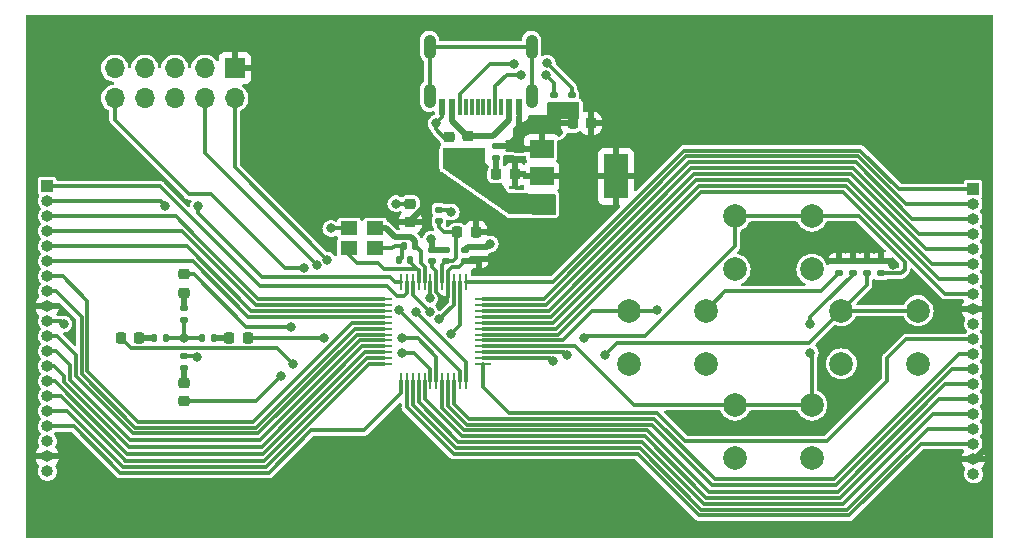
<source format=gbr>
%TF.GenerationSoftware,KiCad,Pcbnew,(6.0.7)*%
%TF.CreationDate,2022-08-26T02:15:04-07:00*%
%TF.ProjectId,mini_consolev2,6d696e69-5f63-46f6-9e73-6f6c6576322e,rev?*%
%TF.SameCoordinates,Original*%
%TF.FileFunction,Copper,L1,Top*%
%TF.FilePolarity,Positive*%
%FSLAX46Y46*%
G04 Gerber Fmt 4.6, Leading zero omitted, Abs format (unit mm)*
G04 Created by KiCad (PCBNEW (6.0.7)) date 2022-08-26 02:15:04*
%MOMM*%
%LPD*%
G01*
G04 APERTURE LIST*
G04 Aperture macros list*
%AMRoundRect*
0 Rectangle with rounded corners*
0 $1 Rounding radius*
0 $2 $3 $4 $5 $6 $7 $8 $9 X,Y pos of 4 corners*
0 Add a 4 corners polygon primitive as box body*
4,1,4,$2,$3,$4,$5,$6,$7,$8,$9,$2,$3,0*
0 Add four circle primitives for the rounded corners*
1,1,$1+$1,$2,$3*
1,1,$1+$1,$4,$5*
1,1,$1+$1,$6,$7*
1,1,$1+$1,$8,$9*
0 Add four rect primitives between the rounded corners*
20,1,$1+$1,$2,$3,$4,$5,0*
20,1,$1+$1,$4,$5,$6,$7,0*
20,1,$1+$1,$6,$7,$8,$9,0*
20,1,$1+$1,$8,$9,$2,$3,0*%
G04 Aperture macros list end*
%TA.AperFunction,SMDPad,CuDef*%
%ADD10RoundRect,0.135000X-0.185000X0.135000X-0.185000X-0.135000X0.185000X-0.135000X0.185000X0.135000X0*%
%TD*%
%TA.AperFunction,ComponentPad*%
%ADD11C,2.000000*%
%TD*%
%TA.AperFunction,SMDPad,CuDef*%
%ADD12RoundRect,0.140000X0.170000X-0.140000X0.170000X0.140000X-0.170000X0.140000X-0.170000X-0.140000X0*%
%TD*%
%TA.AperFunction,SMDPad,CuDef*%
%ADD13RoundRect,0.218750X-0.256250X0.218750X-0.256250X-0.218750X0.256250X-0.218750X0.256250X0.218750X0*%
%TD*%
%TA.AperFunction,SMDPad,CuDef*%
%ADD14RoundRect,0.225000X0.250000X-0.225000X0.250000X0.225000X-0.250000X0.225000X-0.250000X-0.225000X0*%
%TD*%
%TA.AperFunction,SMDPad,CuDef*%
%ADD15R,1.400000X1.200000*%
%TD*%
%TA.AperFunction,SMDPad,CuDef*%
%ADD16R,0.600000X1.450000*%
%TD*%
%TA.AperFunction,SMDPad,CuDef*%
%ADD17R,0.300000X1.450000*%
%TD*%
%TA.AperFunction,ComponentPad*%
%ADD18O,1.050000X2.100000*%
%TD*%
%TA.AperFunction,SMDPad,CuDef*%
%ADD19RoundRect,0.135000X0.185000X-0.135000X0.185000X0.135000X-0.185000X0.135000X-0.185000X-0.135000X0*%
%TD*%
%TA.AperFunction,SMDPad,CuDef*%
%ADD20RoundRect,0.218750X-0.218750X-0.256250X0.218750X-0.256250X0.218750X0.256250X-0.218750X0.256250X0*%
%TD*%
%TA.AperFunction,SMDPad,CuDef*%
%ADD21RoundRect,0.218750X0.218750X0.256250X-0.218750X0.256250X-0.218750X-0.256250X0.218750X-0.256250X0*%
%TD*%
%TA.AperFunction,SMDPad,CuDef*%
%ADD22RoundRect,0.225000X0.225000X0.250000X-0.225000X0.250000X-0.225000X-0.250000X0.225000X-0.250000X0*%
%TD*%
%TA.AperFunction,SMDPad,CuDef*%
%ADD23RoundRect,0.218750X0.256250X-0.218750X0.256250X0.218750X-0.256250X0.218750X-0.256250X-0.218750X0*%
%TD*%
%TA.AperFunction,SMDPad,CuDef*%
%ADD24RoundRect,0.135000X-0.135000X-0.185000X0.135000X-0.185000X0.135000X0.185000X-0.135000X0.185000X0*%
%TD*%
%TA.AperFunction,ComponentPad*%
%ADD25R,1.700000X1.700000*%
%TD*%
%TA.AperFunction,ComponentPad*%
%ADD26O,1.700000X1.700000*%
%TD*%
%TA.AperFunction,SMDPad,CuDef*%
%ADD27R,2.000000X1.500000*%
%TD*%
%TA.AperFunction,SMDPad,CuDef*%
%ADD28R,2.000000X3.800000*%
%TD*%
%TA.AperFunction,SMDPad,CuDef*%
%ADD29RoundRect,0.140000X0.140000X0.170000X-0.140000X0.170000X-0.140000X-0.170000X0.140000X-0.170000X0*%
%TD*%
%TA.AperFunction,ComponentPad*%
%ADD30R,1.000000X1.000000*%
%TD*%
%TA.AperFunction,ComponentPad*%
%ADD31O,1.000000X1.000000*%
%TD*%
%TA.AperFunction,SMDPad,CuDef*%
%ADD32RoundRect,0.135000X0.135000X0.185000X-0.135000X0.185000X-0.135000X-0.185000X0.135000X-0.185000X0*%
%TD*%
%TA.AperFunction,SMDPad,CuDef*%
%ADD33R,0.279400X1.461999*%
%TD*%
%TA.AperFunction,SMDPad,CuDef*%
%ADD34R,1.461999X0.279400*%
%TD*%
%TA.AperFunction,ViaPad*%
%ADD35C,0.800000*%
%TD*%
%TA.AperFunction,Conductor*%
%ADD36C,0.500000*%
%TD*%
%TA.AperFunction,Conductor*%
%ADD37C,0.300000*%
%TD*%
G04 APERTURE END LIST*
D10*
%TO.P,R8,1*%
%TO.N,+3V3*%
X195600000Y-81690000D03*
%TO.P,R8,2*%
%TO.N,B4*%
X195600000Y-82710000D03*
%TD*%
D11*
%TO.P,SW1,1,1*%
%TO.N,B1*%
X193334000Y-77852000D03*
X186834000Y-77852000D03*
%TO.P,SW1,2,2*%
%TO.N,GND*%
X186834000Y-82352000D03*
X193334000Y-82352000D03*
%TD*%
D12*
%TO.P,C3,1*%
%TO.N,+3V3*%
X164000000Y-81680000D03*
%TO.P,C3,2*%
%TO.N,GND*%
X164000000Y-80720000D03*
%TD*%
D11*
%TO.P,SW3,1,1*%
%TO.N,B3*%
X193334000Y-93852000D03*
X186834000Y-93852000D03*
%TO.P,SW3,2,2*%
%TO.N,GND*%
X193334000Y-98352000D03*
X186834000Y-98352000D03*
%TD*%
D13*
%TO.P,F1,1*%
%TO.N,VBUS*%
X164200000Y-71093750D03*
%TO.P,F1,2*%
%TO.N,Net-(C8-Pad1)*%
X164200000Y-72668750D03*
%TD*%
D14*
%TO.P,C1,1*%
%TO.N,+3V3*%
X159342500Y-78357500D03*
%TO.P,C1,2*%
%TO.N,GND*%
X159342500Y-76807500D03*
%TD*%
D15*
%TO.P,HSE1,1,1*%
%TO.N,HSE_IN*%
X156342500Y-78882500D03*
%TO.P,HSE1,2,2*%
%TO.N,GND*%
X154142500Y-78882500D03*
%TO.P,HSE1,3,3*%
%TO.N,HSE_OUT*%
X154142500Y-80582500D03*
%TO.P,HSE1,4,4*%
%TO.N,Net-(C10-Pad2)*%
X156342500Y-80582500D03*
%TD*%
D16*
%TO.P,J4,A1B12,GND*%
%TO.N,GND*%
X168530000Y-68611250D03*
%TO.P,J4,A4B9,VBUS*%
%TO.N,VBUS*%
X167730000Y-68611250D03*
D17*
%TO.P,J4,A5,CC1*%
%TO.N,Net-(J4-PadA5)*%
X166530000Y-68611250D03*
%TO.P,J4,A6,DP1*%
%TO.N,unconnected-(J4-PadA6)*%
X165530000Y-68611250D03*
%TO.P,J4,A7,DN1*%
%TO.N,unconnected-(J4-PadA7)*%
X165030000Y-68611250D03*
%TO.P,J4,A8,SBU1*%
%TO.N,unconnected-(J4-PadA8)*%
X164030000Y-68611250D03*
D16*
%TO.P,J4,B1A12,GND*%
%TO.N,GND*%
X162030000Y-68611250D03*
%TO.P,J4,B4A9,VBUS*%
%TO.N,VBUS*%
X162830000Y-68611250D03*
D17*
%TO.P,J4,B5,CC2*%
%TO.N,Net-(J4-PadB5)*%
X163530000Y-68611250D03*
%TO.P,J4,B6,DP2*%
%TO.N,unconnected-(J4-PadB6)*%
X164530000Y-68611250D03*
%TO.P,J4,B7,DN2*%
%TO.N,unconnected-(J4-PadB7)*%
X166030000Y-68611250D03*
%TO.P,J4,B8,SBU2*%
%TO.N,unconnected-(J4-PadB8)*%
X167030000Y-68611250D03*
D18*
%TO.P,J4,S1,SHIELD*%
%TO.N,unconnected-(J4-PadS1)*%
X169600000Y-67696250D03*
%TO.P,J4,S2,SHIELD*%
X160960000Y-67696250D03*
%TO.P,J4,S3,SHIELD*%
X169600000Y-63516250D03*
%TO.P,J4,S4,SHIELD*%
X160960000Y-63516250D03*
%TD*%
D19*
%TO.P,R9,1*%
%TO.N,Net-(D1-Pad1)*%
X166587500Y-72893750D03*
%TO.P,R9,2*%
%TO.N,GND*%
X166587500Y-71873750D03*
%TD*%
%TO.P,R2,1*%
%TO.N,Net-(PC2-Pad1)*%
X140208000Y-90682000D03*
%TO.P,R2,2*%
%TO.N,GND*%
X140208000Y-89662000D03*
%TD*%
D20*
%TO.P,FB1,1*%
%TO.N,+3.3VA*%
X163312500Y-79200000D03*
%TO.P,FB1,2*%
%TO.N,+3V3*%
X164887500Y-79200000D03*
%TD*%
D12*
%TO.P,C5,1*%
%TO.N,+3.3VA*%
X161742500Y-78262500D03*
%TO.P,C5,2*%
%TO.N,GND*%
X161742500Y-77302500D03*
%TD*%
%TO.P,C2,1*%
%TO.N,+3V3*%
X161142500Y-81680000D03*
%TO.P,C2,2*%
%TO.N,GND*%
X161142500Y-80720000D03*
%TD*%
D21*
%TO.P,PC1,1,K*%
%TO.N,Net-(PC1-Pad1)*%
X136387500Y-88138000D03*
%TO.P,PC1,2,A*%
%TO.N,LED_4*%
X134812500Y-88138000D03*
%TD*%
D10*
%TO.P,R4,1*%
%TO.N,Net-(PC4-Pad1)*%
X140208000Y-85594000D03*
%TO.P,R4,2*%
%TO.N,GND*%
X140208000Y-86614000D03*
%TD*%
D22*
%TO.P,C7,1*%
%TO.N,+3V3*%
X174625000Y-70000000D03*
%TO.P,C7,2*%
%TO.N,GND*%
X173075000Y-70000000D03*
%TD*%
D23*
%TO.P,PC4,1,K*%
%TO.N,Net-(PC4-Pad1)*%
X140208000Y-84353500D03*
%TO.P,PC4,2,A*%
%TO.N,LED_1*%
X140208000Y-82778500D03*
%TD*%
D11*
%TO.P,SW4,1,1*%
%TO.N,B4*%
X177834000Y-85852000D03*
X184334000Y-85852000D03*
%TO.P,SW4,2,2*%
%TO.N,GND*%
X184334000Y-90352000D03*
X177834000Y-90352000D03*
%TD*%
D20*
%TO.P,PC3,1,K*%
%TO.N,Net-(PC3-Pad1)*%
X144018000Y-88138000D03*
%TO.P,PC3,2,A*%
%TO.N,LED_2*%
X145593000Y-88138000D03*
%TD*%
D24*
%TO.P,R1,1*%
%TO.N,Net-(PC1-Pad1)*%
X137666000Y-88138000D03*
%TO.P,R1,2*%
%TO.N,GND*%
X138686000Y-88138000D03*
%TD*%
D25*
%TO.P,J1,1,Pin_1*%
%TO.N,+3V3*%
X144475000Y-65325000D03*
D26*
%TO.P,J1,2,Pin_2*%
%TO.N,SWDIO*%
X144475000Y-67865000D03*
%TO.P,J1,3,Pin_3*%
%TO.N,GND*%
X141935000Y-65325000D03*
%TO.P,J1,4,Pin_4*%
%TO.N,SWCLK*%
X141935000Y-67865000D03*
%TO.P,J1,5,Pin_5*%
%TO.N,GND*%
X139395000Y-65325000D03*
%TO.P,J1,6,Pin_6*%
%TO.N,unconnected-(J1-Pad6)*%
X139395000Y-67865000D03*
%TO.P,J1,7,Pin_7*%
%TO.N,unconnected-(J1-Pad7)*%
X136855000Y-65325000D03*
%TO.P,J1,8,Pin_8*%
%TO.N,unconnected-(J1-Pad8)*%
X136855000Y-67865000D03*
%TO.P,J1,9,Pin_9*%
%TO.N,GND*%
X134315000Y-65325000D03*
%TO.P,J1,10,Pin_10*%
%TO.N,NRST*%
X134315000Y-67865000D03*
%TD*%
D27*
%TO.P,U2,1,GND*%
%TO.N,GND*%
X170450000Y-72193750D03*
%TO.P,U2,2,VO*%
%TO.N,+3V3*%
X170450000Y-74493750D03*
D28*
X176750000Y-74493750D03*
D27*
%TO.P,U2,3,VI*%
%TO.N,Net-(C8-Pad1)*%
X170450000Y-76793750D03*
%TD*%
D29*
%TO.P,C10,1*%
%TO.N,HSE_OUT*%
X159342500Y-81582500D03*
%TO.P,C10,2*%
%TO.N,Net-(C10-Pad2)*%
X158382500Y-81582500D03*
%TD*%
D30*
%TO.P,J3,1,Pin_1*%
%TO.N,PC13*%
X207010000Y-75555000D03*
D31*
%TO.P,J3,2,Pin_2*%
%TO.N,PB9*%
X207010000Y-76825000D03*
%TO.P,J3,3,Pin_3*%
%TO.N,PB8*%
X207010000Y-78095000D03*
%TO.P,J3,4,Pin_4*%
%TO.N,PB7*%
X207010000Y-79365000D03*
%TO.P,J3,5,Pin_5*%
%TO.N,PB6*%
X207010000Y-80635000D03*
%TO.P,J3,6,Pin_6*%
%TO.N,PB5*%
X207010000Y-81905000D03*
%TO.P,J3,7,Pin_7*%
%TO.N,PB4*%
X207010000Y-83175000D03*
%TO.P,J3,8,Pin_8*%
%TO.N,PB3*%
X207010000Y-84445000D03*
%TO.P,J3,9,Pin_9*%
%TO.N,+3V3*%
X207010000Y-85715000D03*
%TO.P,J3,10,Pin_10*%
%TO.N,GND*%
X207010000Y-86985000D03*
%TO.P,J3,11,Pin_11*%
%TO.N,PA15*%
X207010000Y-88255000D03*
%TO.P,J3,12,Pin_12*%
%TO.N,PA12*%
X207010000Y-89525000D03*
%TO.P,J3,13,Pin_13*%
%TO.N,PA11*%
X207010000Y-90795000D03*
%TO.P,J3,14,Pin_14*%
%TO.N,PA10*%
X207010000Y-92065000D03*
%TO.P,J3,15,Pin_15*%
%TO.N,PA9*%
X207010000Y-93335000D03*
%TO.P,J3,16,Pin_16*%
%TO.N,PA8*%
X207010000Y-94605000D03*
%TO.P,J3,17,Pin_17*%
%TO.N,PB15*%
X207010000Y-95875000D03*
%TO.P,J3,18,Pin_18*%
%TO.N,PB14*%
X207010000Y-97145000D03*
%TO.P,J3,19,Pin_19*%
%TO.N,+3V3*%
X207010000Y-98415000D03*
%TO.P,J3,20,Pin_20*%
%TO.N,GND*%
X207010000Y-99685000D03*
%TD*%
D19*
%TO.P,R10,1*%
%TO.N,GND*%
X171500000Y-68610000D03*
%TO.P,R10,2*%
%TO.N,Net-(J4-PadA5)*%
X171500000Y-67590000D03*
%TD*%
D10*
%TO.P,R11,1*%
%TO.N,Net-(J4-PadB5)*%
X173000000Y-67590000D03*
%TO.P,R11,2*%
%TO.N,GND*%
X173000000Y-68610000D03*
%TD*%
D14*
%TO.P,C8,1*%
%TO.N,Net-(C8-Pad1)*%
X162600000Y-72681250D03*
%TO.P,C8,2*%
%TO.N,GND*%
X162600000Y-71131250D03*
%TD*%
D12*
%TO.P,C4,1*%
%TO.N,+3.3VA*%
X162342500Y-81680000D03*
%TO.P,C4,2*%
%TO.N,GND*%
X162342500Y-80720000D03*
%TD*%
D10*
%TO.P,R5,1*%
%TO.N,+3V3*%
X199200000Y-81690000D03*
%TO.P,R5,2*%
%TO.N,B1*%
X199200000Y-82710000D03*
%TD*%
D11*
%TO.P,SW2,1,1*%
%TO.N,B2*%
X202334000Y-85852000D03*
X195834000Y-85852000D03*
%TO.P,SW2,2,2*%
%TO.N,GND*%
X195834000Y-90352000D03*
X202334000Y-90352000D03*
%TD*%
D32*
%TO.P,R3,1*%
%TO.N,Net-(PC3-Pad1)*%
X142752000Y-88138000D03*
%TO.P,R3,2*%
%TO.N,GND*%
X141732000Y-88138000D03*
%TD*%
D13*
%TO.P,PC2,1,K*%
%TO.N,Net-(PC2-Pad1)*%
X140208000Y-91948000D03*
%TO.P,PC2,2,A*%
%TO.N,LED_3*%
X140208000Y-93523000D03*
%TD*%
D29*
%TO.P,C9,1*%
%TO.N,HSE_IN*%
X159742500Y-80382500D03*
%TO.P,C9,2*%
%TO.N,Net-(C10-Pad2)*%
X158782500Y-80382500D03*
%TD*%
D33*
%TO.P,U1,1,PC13*%
%TO.N,PC13*%
X164040000Y-83413600D03*
%TO.P,U1,2,PC14-OSC32_IN*%
%TO.N,LED_3*%
X163540001Y-83413600D03*
%TO.P,U1,3,PC15-OSC32_OUT*%
%TO.N,LED_4*%
X163039999Y-83413600D03*
%TO.P,U1,4,VBAT*%
%TO.N,+3V3*%
X162540000Y-83413600D03*
%TO.P,U1,5,VREF+*%
%TO.N,+3.3VA*%
X162040001Y-83413600D03*
%TO.P,U1,6,VDD*%
%TO.N,+3V3*%
X161540000Y-83413600D03*
%TO.P,U1,7,VSS*%
%TO.N,GND*%
X161040000Y-83413600D03*
%TO.P,U1,8,PF0-OSC_IN*%
%TO.N,HSE_IN*%
X160539999Y-83413600D03*
%TO.P,U1,9,PF1-OSC_OUT*%
%TO.N,HSE_OUT*%
X160040000Y-83413600D03*
%TO.P,U1,10,PF2-NRST*%
%TO.N,NRST*%
X159540001Y-83413600D03*
%TO.P,U1,11,PA0*%
%TO.N,PA0*%
X159039999Y-83413600D03*
%TO.P,U1,12,PA1*%
%TO.N,PA1*%
X158540000Y-83413600D03*
D34*
%TO.P,U1,13,PA2*%
%TO.N,PA2*%
X157073600Y-84880000D03*
%TO.P,U1,14,PA3*%
%TO.N,PA3*%
X157073600Y-85379999D03*
%TO.P,U1,15,PA4*%
%TO.N,PA4*%
X157073600Y-85880001D03*
%TO.P,U1,16,PA5*%
%TO.N,PA5*%
X157073600Y-86380000D03*
%TO.P,U1,17,PA6*%
%TO.N,PA6*%
X157073600Y-86879999D03*
%TO.P,U1,18,PA7*%
%TO.N,PA7*%
X157073600Y-87380000D03*
%TO.P,U1,19,PB0*%
%TO.N,PB0*%
X157073600Y-87880000D03*
%TO.P,U1,20,PB1*%
%TO.N,PB1*%
X157073600Y-88380001D03*
%TO.P,U1,21,PB2*%
%TO.N,PB2*%
X157073600Y-88880000D03*
%TO.P,U1,22,PB10*%
%TO.N,PB10*%
X157073600Y-89379999D03*
%TO.P,U1,23,PB11*%
%TO.N,PB11*%
X157073600Y-89880001D03*
%TO.P,U1,24,PB12*%
%TO.N,PB12*%
X157073600Y-90380000D03*
D33*
%TO.P,U1,25,PB13*%
%TO.N,PB13*%
X158540000Y-91846400D03*
%TO.P,U1,26,PB14*%
%TO.N,PB14*%
X159039999Y-91846400D03*
%TO.P,U1,27,PB15*%
%TO.N,PB15*%
X159540001Y-91846400D03*
%TO.P,U1,28,PA8*%
%TO.N,PA8*%
X160040000Y-91846400D03*
%TO.P,U1,29,PA9*%
%TO.N,PA9*%
X160539999Y-91846400D03*
%TO.P,U1,30,PC6*%
%TO.N,LED_1*%
X161040000Y-91846400D03*
%TO.P,U1,31,PC7*%
%TO.N,LED_2*%
X161540000Y-91846400D03*
%TO.P,U1,32,PA10*%
%TO.N,PA10*%
X162040001Y-91846400D03*
%TO.P,U1,33,PA11PA9*%
%TO.N,PA11*%
X162540000Y-91846400D03*
%TO.P,U1,34,PA12PA10*%
%TO.N,PA12*%
X163039999Y-91846400D03*
%TO.P,U1,35,PA13*%
%TO.N,SWDIO*%
X163540001Y-91846400D03*
%TO.P,U1,36,PA14-BOOT0*%
%TO.N,SWCLK*%
X164040000Y-91846400D03*
D34*
%TO.P,U1,37,PA15*%
%TO.N,PA15*%
X165506400Y-90380000D03*
%TO.P,U1,38,PD0*%
%TO.N,B1*%
X165506400Y-89880001D03*
%TO.P,U1,39,PD1*%
%TO.N,B2*%
X165506400Y-89379999D03*
%TO.P,U1,40,PD2*%
%TO.N,B3*%
X165506400Y-88880000D03*
%TO.P,U1,41,PD3*%
%TO.N,B4*%
X165506400Y-88380001D03*
%TO.P,U1,42,PB3*%
%TO.N,PB3*%
X165506400Y-87880000D03*
%TO.P,U1,43,PB4*%
%TO.N,PB4*%
X165506400Y-87380000D03*
%TO.P,U1,44,PB5*%
%TO.N,PB5*%
X165506400Y-86879999D03*
%TO.P,U1,45,PB6*%
%TO.N,PB6*%
X165506400Y-86380000D03*
%TO.P,U1,46,PB7*%
%TO.N,PB7*%
X165506400Y-85880001D03*
%TO.P,U1,47,PB8*%
%TO.N,PB8*%
X165506400Y-85379999D03*
%TO.P,U1,48,PB9*%
%TO.N,PB9*%
X165506400Y-84880000D03*
%TD*%
D12*
%TO.P,C6,1*%
%TO.N,+3V3*%
X165142500Y-81462500D03*
%TO.P,C6,2*%
%TO.N,GND*%
X165142500Y-80502500D03*
%TD*%
D10*
%TO.P,R6,1*%
%TO.N,+3V3*%
X198000000Y-81690000D03*
%TO.P,R6,2*%
%TO.N,B2*%
X198000000Y-82710000D03*
%TD*%
%TO.P,R7,1*%
%TO.N,+3V3*%
X196800000Y-81690000D03*
%TO.P,R7,2*%
%TO.N,B3*%
X196800000Y-82710000D03*
%TD*%
D30*
%TO.P,J2,1,Pin_1*%
%TO.N,PA0*%
X128600000Y-75325000D03*
D31*
%TO.P,J2,2,Pin_2*%
%TO.N,PA1*%
X128600000Y-76595000D03*
%TO.P,J2,3,Pin_3*%
%TO.N,PA2*%
X128600000Y-77865000D03*
%TO.P,J2,4,Pin_4*%
%TO.N,PA3*%
X128600000Y-79135000D03*
%TO.P,J2,5,Pin_5*%
%TO.N,PA4*%
X128600000Y-80405000D03*
%TO.P,J2,6,Pin_6*%
%TO.N,PA5*%
X128600000Y-81675000D03*
%TO.P,J2,7,Pin_7*%
%TO.N,PA6*%
X128600000Y-82945000D03*
%TO.P,J2,8,Pin_8*%
%TO.N,PA7*%
X128600000Y-84215000D03*
%TO.P,J2,9,Pin_9*%
%TO.N,+3V3*%
X128600000Y-85485000D03*
%TO.P,J2,10,Pin_10*%
%TO.N,GND*%
X128600000Y-86755000D03*
%TO.P,J2,11,Pin_11*%
%TO.N,PB0*%
X128600000Y-88025000D03*
%TO.P,J2,12,Pin_12*%
%TO.N,PB1*%
X128600000Y-89295000D03*
%TO.P,J2,13,Pin_13*%
%TO.N,PB2*%
X128600000Y-90565000D03*
%TO.P,J2,14,Pin_14*%
%TO.N,PB10*%
X128600000Y-91835000D03*
%TO.P,J2,15,Pin_15*%
%TO.N,PB11*%
X128600000Y-93105000D03*
%TO.P,J2,16,Pin_16*%
%TO.N,PB12*%
X128600000Y-94375000D03*
%TO.P,J2,17,Pin_17*%
%TO.N,PB13*%
X128600000Y-95645000D03*
%TO.P,J2,18,Pin_18*%
%TO.N,unconnected-(J2-Pad18)*%
X128600000Y-96915000D03*
%TO.P,J2,19,Pin_19*%
%TO.N,+3V3*%
X128600000Y-98185000D03*
%TO.P,J2,20,Pin_20*%
%TO.N,GND*%
X128600000Y-99455000D03*
%TD*%
D20*
%TO.P,D1,1,K*%
%TO.N,Net-(D1-Pad1)*%
X166600000Y-74293750D03*
%TO.P,D1,2,A*%
%TO.N,+3V3*%
X168175000Y-74293750D03*
%TD*%
D35*
%TO.N,+3V3*%
X201800000Y-83400000D03*
X200200000Y-81960500D03*
%TO.N,GND*%
X140200000Y-88200000D03*
X169500000Y-70000000D03*
X166100000Y-80200000D03*
X141300000Y-89791500D03*
X167700000Y-71900000D03*
X171500000Y-70000000D03*
X168650000Y-71900000D03*
X161100000Y-79800000D03*
X170500000Y-70000000D03*
X162800000Y-77500000D03*
X161500000Y-70000000D03*
X168650000Y-70950000D03*
X152600000Y-78900000D03*
X161000000Y-84800000D03*
X158100000Y-76800000D03*
X130000000Y-87000000D03*
%TO.N,LED_4*%
X149400000Y-90400000D03*
X161800000Y-86600000D03*
%TO.N,Net-(J4-PadA5)*%
X170800000Y-65900000D03*
X168700000Y-65900000D03*
%TO.N,LED_3*%
X148400000Y-91400000D03*
X162800000Y-87800000D03*
%TO.N,Net-(J4-PadB5)*%
X168136443Y-64974526D03*
X170923973Y-64908216D03*
%TO.N,LED_2*%
X152000000Y-88200000D03*
X158600000Y-88200000D03*
%TO.N,LED_1*%
X149200000Y-87200000D03*
X158600000Y-89400000D03*
%TO.N,SWDIO*%
X158404101Y-85800000D03*
X152293982Y-81553009D03*
%TO.N,SWCLK*%
X159800000Y-86000000D03*
X151400000Y-82000000D03*
%TO.N,NRST*%
X161000000Y-86000000D03*
X150300000Y-82250000D03*
%TO.N,PA1*%
X138600000Y-77000000D03*
X141400000Y-77000000D03*
%TO.N,B1*%
X174000000Y-88200000D03*
X171400000Y-90129499D03*
%TO.N,B2*%
X172600000Y-89629500D03*
X175800000Y-89600000D03*
%TO.N,B3*%
X193200000Y-87000000D03*
X193200000Y-89400000D03*
%TO.N,B4*%
X180200000Y-85800000D03*
%TD*%
D36*
%TO.N,+3V3*%
X167137500Y-81462500D02*
X165142500Y-81462500D01*
D37*
X164000000Y-81680000D02*
X164520000Y-81680000D01*
D36*
X208000000Y-85800000D02*
X208000000Y-97600000D01*
D37*
X161540000Y-82540000D02*
X161142500Y-82142500D01*
D36*
X208000000Y-97600000D02*
X207185000Y-98415000D01*
D37*
X199200000Y-81690000D02*
X195600000Y-81690000D01*
D36*
X176750000Y-73050000D02*
X176750000Y-74493750D01*
D37*
X161800000Y-84600000D02*
X161800000Y-84539339D01*
X163480000Y-82200000D02*
X164000000Y-81680000D01*
D36*
X208000000Y-85800000D02*
X208000000Y-74600000D01*
X167200000Y-78600000D02*
X166487500Y-77887500D01*
X174625000Y-70000000D02*
X174625000Y-76618750D01*
D37*
X161540000Y-84279339D02*
X161540000Y-83413600D01*
D36*
X173596875Y-77646875D02*
X169781250Y-81462500D01*
X167137500Y-81462500D02*
X167200000Y-81400000D01*
X160000000Y-75200000D02*
X159000000Y-75200000D01*
X167200000Y-81400000D02*
X167200000Y-78600000D01*
D37*
X162625465Y-82400000D02*
X162825465Y-82200000D01*
D36*
X203400000Y-70000000D02*
X205675000Y-72275000D01*
D37*
X164520000Y-81680000D02*
X164737500Y-81462500D01*
D36*
X174625000Y-76618750D02*
X173596875Y-77646875D01*
D37*
X162825465Y-82200000D02*
X163480000Y-82200000D01*
D36*
X169781250Y-81462500D02*
X167137500Y-81462500D01*
X161200000Y-76400000D02*
X163400000Y-76400000D01*
X174625000Y-70000000D02*
X203400000Y-70000000D01*
X207010000Y-85715000D02*
X207915000Y-85715000D01*
D37*
X162540000Y-82460000D02*
X162600000Y-82400000D01*
X162540000Y-84660000D02*
X162400000Y-84800000D01*
X162600000Y-82400000D02*
X162625465Y-82400000D01*
X164737500Y-81462500D02*
X165142500Y-81462500D01*
D36*
X149125000Y-65325000D02*
X144475000Y-65325000D01*
D37*
X161800000Y-84539339D02*
X161540000Y-84279339D01*
D36*
X166487500Y-77887500D02*
X164887500Y-77887500D01*
X161200000Y-76400000D02*
X160000000Y-75200000D01*
D37*
X162400000Y-84800000D02*
X162000000Y-84800000D01*
D36*
X207915000Y-85715000D02*
X208000000Y-85800000D01*
D37*
X201800000Y-83400000D02*
X204115000Y-85715000D01*
D36*
X207185000Y-98415000D02*
X207010000Y-98415000D01*
D37*
X204115000Y-85715000D02*
X207010000Y-85715000D01*
D36*
X159000000Y-75200000D02*
X149125000Y-65325000D01*
D37*
X162540000Y-83413600D02*
X162540000Y-82460000D01*
X162540000Y-83413600D02*
X162540000Y-84660000D01*
X161540000Y-83413600D02*
X161540000Y-82540000D01*
D36*
X159342500Y-78257500D02*
X161200000Y-76400000D01*
X164887500Y-77887500D02*
X163400000Y-76400000D01*
X208000000Y-74600000D02*
X205675000Y-72275000D01*
D37*
X162000000Y-84800000D02*
X161800000Y-84600000D01*
X199200000Y-81690000D02*
X199929500Y-81690000D01*
X199929500Y-81690000D02*
X200200000Y-81960500D01*
D36*
X159342500Y-78357500D02*
X159342500Y-78257500D01*
D37*
X161142500Y-82142500D02*
X161142500Y-81680000D01*
D36*
X164887500Y-79200000D02*
X164887500Y-77887500D01*
D37*
%TO.N,GND*%
X140208000Y-86614000D02*
X140208000Y-88192000D01*
D36*
X161142500Y-80720000D02*
X161142500Y-79842500D01*
D37*
X161500000Y-70500000D02*
X161500000Y-70000000D01*
D36*
X165142500Y-80502500D02*
X165797500Y-80502500D01*
X165142500Y-80502500D02*
X164217500Y-80502500D01*
D37*
X140262000Y-88138000D02*
X140200000Y-88200000D01*
X159342500Y-76807500D02*
X158107500Y-76807500D01*
X140208000Y-88192000D02*
X140200000Y-88200000D01*
D36*
X168530000Y-68611250D02*
X168530000Y-69030000D01*
X164217500Y-80502500D02*
X164000000Y-80720000D01*
D37*
X140208000Y-89662000D02*
X141170500Y-89662000D01*
X162030000Y-68611250D02*
X162030000Y-69470000D01*
X161040000Y-84760000D02*
X161000000Y-84800000D01*
X162602500Y-77302500D02*
X162800000Y-77500000D01*
X138686000Y-88138000D02*
X140138000Y-88138000D01*
X141732000Y-88138000D02*
X140262000Y-88138000D01*
D36*
X162342500Y-80720000D02*
X161142500Y-80720000D01*
D37*
X161040000Y-83413600D02*
X161040000Y-84760000D01*
X162600000Y-71131250D02*
X162131250Y-71131250D01*
X141170500Y-89662000D02*
X141300000Y-89791500D01*
X161742500Y-77302500D02*
X162602500Y-77302500D01*
X140138000Y-88138000D02*
X140200000Y-88200000D01*
X162030000Y-69470000D02*
X161500000Y-70000000D01*
X152617500Y-78882500D02*
X152600000Y-78900000D01*
D36*
X165797500Y-80502500D02*
X166100000Y-80200000D01*
D37*
X129755000Y-86755000D02*
X130000000Y-87000000D01*
X154142500Y-78882500D02*
X152617500Y-78882500D01*
X158107500Y-76807500D02*
X158100000Y-76800000D01*
D36*
X161142500Y-79842500D02*
X161100000Y-79800000D01*
D37*
X162131250Y-71131250D02*
X161500000Y-70500000D01*
X128600000Y-86755000D02*
X129755000Y-86755000D01*
%TO.N,+3.3VA*%
X162200000Y-79200000D02*
X161742500Y-78742500D01*
X162040001Y-81982499D02*
X162342500Y-81680000D01*
X163200000Y-81400000D02*
X163200000Y-79312500D01*
X163312500Y-79200000D02*
X162200000Y-79200000D01*
X162920000Y-81680000D02*
X163200000Y-81400000D01*
X163200000Y-79312500D02*
X163312500Y-79200000D01*
X162342500Y-81680000D02*
X162920000Y-81680000D01*
X161742500Y-78742500D02*
X161742500Y-78262500D01*
X162040001Y-83413600D02*
X162040001Y-81982499D01*
D36*
%TO.N,Net-(C8-Pad1)*%
X162612500Y-72668750D02*
X162600000Y-72681250D01*
%TO.N,HSE_IN*%
X157282500Y-78882500D02*
X156342500Y-78882500D01*
D37*
X160539999Y-83413600D02*
X160539999Y-82139999D01*
D36*
X159400000Y-79600000D02*
X158000000Y-79600000D01*
X159742500Y-80382500D02*
X159742500Y-79942500D01*
D37*
X160539999Y-82139999D02*
X160200000Y-81800000D01*
X160200000Y-80840000D02*
X159742500Y-80382500D01*
X160200000Y-81800000D02*
X160200000Y-80840000D01*
D36*
X158000000Y-79600000D02*
X157282500Y-78882500D01*
X159742500Y-79942500D02*
X159400000Y-79600000D01*
D37*
%TO.N,Net-(C10-Pad2)*%
X156342500Y-80582500D02*
X157817500Y-80582500D01*
X157817500Y-80582500D02*
X158017500Y-80382500D01*
X158017500Y-80382500D02*
X158782500Y-80382500D01*
X158382500Y-81582500D02*
X158600000Y-81365000D01*
X158600000Y-80565000D02*
X158782500Y-80382500D01*
X158600000Y-81365000D02*
X158600000Y-80565000D01*
%TO.N,HSE_OUT*%
X156600000Y-81800000D02*
X154800000Y-81800000D01*
X159342500Y-81742500D02*
X159342500Y-81582500D01*
X154800000Y-81800000D02*
X154142500Y-81142500D01*
X159900000Y-82300000D02*
X157100000Y-82300000D01*
X157100000Y-82300000D02*
X156600000Y-81800000D01*
X160040000Y-82440000D02*
X159900000Y-82300000D01*
X154142500Y-81142500D02*
X154142500Y-80582500D01*
X160040000Y-83413600D02*
X160040000Y-82440000D01*
X159900000Y-82300000D02*
X159342500Y-81742500D01*
D36*
%TO.N,Net-(D1-Pad1)*%
X166600000Y-72906250D02*
X166587500Y-72893750D01*
X166600000Y-74293750D02*
X166600000Y-72906250D01*
D37*
%TO.N,LED_4*%
X148042000Y-89042000D02*
X135716500Y-89042000D01*
X135716500Y-89042000D02*
X134812500Y-88138000D01*
X163039999Y-83413600D02*
X163040000Y-85360000D01*
X149400000Y-90400000D02*
X148042000Y-89042000D01*
X163040000Y-85360000D02*
X161800000Y-86600000D01*
%TO.N,Net-(J4-PadA5)*%
X166530000Y-68611250D02*
X166530000Y-66870000D01*
X167500000Y-65900000D02*
X168700000Y-65900000D01*
X171500000Y-67590000D02*
X171500000Y-66600000D01*
X166530000Y-66870000D02*
X167500000Y-65900000D01*
X171500000Y-66600000D02*
X170800000Y-65900000D01*
%TO.N,LED_3*%
X146277000Y-93523000D02*
X140208000Y-93523000D01*
X163540001Y-83413600D02*
X163540001Y-87059999D01*
X163540001Y-87059999D02*
X162800000Y-87800000D01*
X148400000Y-91400000D02*
X146277000Y-93523000D01*
%TO.N,Net-(J4-PadB5)*%
X163530000Y-67536250D02*
X163530000Y-68611250D01*
X170923973Y-64908216D02*
X173000000Y-66984243D01*
X173000000Y-66984243D02*
X173000000Y-67590000D01*
X166091724Y-64974526D02*
X163530000Y-67536250D01*
X168136443Y-64974526D02*
X166091724Y-64974526D01*
%TO.N,LED_2*%
X161540000Y-89740000D02*
X161540000Y-91846400D01*
X158600000Y-88200000D02*
X160000000Y-88200000D01*
X145593000Y-88138000D02*
X151938000Y-88138000D01*
X151938000Y-88138000D02*
X152000000Y-88200000D01*
X160000000Y-88200000D02*
X161540000Y-89740000D01*
D36*
%TO.N,Net-(PC1-Pad1)*%
X137666000Y-88138000D02*
X136387500Y-88138000D01*
D37*
%TO.N,LED_1*%
X149200000Y-87200000D02*
X145400000Y-87200000D01*
X161040000Y-91846400D02*
X161040000Y-90775702D01*
X145400000Y-87200000D02*
X140978500Y-82778500D01*
X140978500Y-82778500D02*
X140208000Y-82778500D01*
X159664298Y-89400000D02*
X158600000Y-89400000D01*
X161040000Y-90775702D02*
X159664298Y-89400000D01*
D36*
%TO.N,Net-(PC2-Pad1)*%
X140208000Y-91948000D02*
X140208000Y-90682000D01*
%TO.N,VBUS*%
X166322500Y-71093750D02*
X164200000Y-71093750D01*
X162830000Y-69830000D02*
X164093750Y-71093750D01*
X164093750Y-71093750D02*
X164200000Y-71093750D01*
X167730000Y-68611250D02*
X167730000Y-69686250D01*
X162830000Y-68611250D02*
X162830000Y-69830000D01*
X167730000Y-69686250D02*
X166322500Y-71093750D01*
D37*
%TO.N,SWDIO*%
X163540001Y-90935900D02*
X158404101Y-85800000D01*
X163540001Y-91846400D02*
X163540001Y-90935900D01*
X152293982Y-81553009D02*
X144475000Y-73734027D01*
X144475000Y-73734027D02*
X144475000Y-67865000D01*
%TO.N,SWCLK*%
X164040000Y-91846400D02*
X164040000Y-90240000D01*
X164040000Y-90240000D02*
X159800000Y-86000000D01*
X141935000Y-72535000D02*
X141935000Y-67865000D01*
X151400000Y-82000000D02*
X141935000Y-72535000D01*
%TO.N,NRST*%
X134315000Y-69715000D02*
X140600000Y-76000000D01*
X159540001Y-83413600D02*
X159540001Y-84540001D01*
X148700000Y-82250000D02*
X150300000Y-82250000D01*
X159540001Y-84540001D02*
X161000000Y-86000000D01*
X134315000Y-67865000D02*
X134315000Y-69715000D01*
X140600000Y-76000000D02*
X142450000Y-76000000D01*
X142450000Y-76000000D02*
X148700000Y-82250000D01*
%TO.N,PA0*%
X158200000Y-84600000D02*
X157400000Y-83800000D01*
X146600000Y-83800000D02*
X138125000Y-75325000D01*
X138125000Y-75325000D02*
X128600000Y-75325000D01*
X158800000Y-84600000D02*
X158200000Y-84600000D01*
X159039999Y-84360001D02*
X158800000Y-84600000D01*
X159039999Y-83413600D02*
X159039999Y-84360001D01*
X157400000Y-83800000D02*
X146600000Y-83800000D01*
%TO.N,PA1*%
X138600000Y-77000000D02*
X138195000Y-76595000D01*
X138195000Y-76595000D02*
X128600000Y-76595000D01*
X158540000Y-83413600D02*
X158013600Y-83413600D01*
X141400000Y-77600000D02*
X146800000Y-83000000D01*
X157600000Y-83000000D02*
X146800000Y-83000000D01*
X158013600Y-83413600D02*
X157600000Y-83000000D01*
X141400000Y-77000000D02*
X141400000Y-77600000D01*
%TO.N,PA2*%
X146480000Y-84880000D02*
X146200000Y-84600000D01*
X128600000Y-77865000D02*
X139465000Y-77865000D01*
X139465000Y-77865000D02*
X141200000Y-79600000D01*
X157073600Y-84880000D02*
X146480000Y-84880000D01*
X141200000Y-79600000D02*
X146200000Y-84600000D01*
%TO.N,PA3*%
X157073600Y-85379999D02*
X146272894Y-85380000D01*
X140027894Y-79135000D02*
X128600000Y-79135000D01*
X146272894Y-85380000D02*
X140027894Y-79135000D01*
%TO.N,PA4*%
X157073600Y-85880001D02*
X145880000Y-85880000D01*
X140405000Y-80405000D02*
X128600000Y-80405000D01*
X145880000Y-85880000D02*
X140405000Y-80405000D01*
%TO.N,PA5*%
X145620000Y-86380000D02*
X140915000Y-81675000D01*
X140915000Y-81675000D02*
X128600000Y-81675000D01*
X157073600Y-86380000D02*
X145620000Y-86380000D01*
%TO.N,PA6*%
X132000000Y-85000000D02*
X129945000Y-82945000D01*
X154427107Y-86879999D02*
X146053553Y-95253553D01*
X132000000Y-91000000D02*
X132000000Y-85000000D01*
X129945000Y-82945000D02*
X128600000Y-82945000D01*
X146053553Y-95253553D02*
X136253553Y-95253553D01*
X157073600Y-86879999D02*
X154427107Y-86879999D01*
X136253553Y-95253553D02*
X132000000Y-91000000D01*
%TO.N,PA7*%
X154634212Y-87380000D02*
X146260659Y-95753553D01*
X131500000Y-91207106D02*
X131500000Y-86400000D01*
X136046447Y-95753553D02*
X131500000Y-91207106D01*
X131500000Y-86400000D02*
X129315000Y-84215000D01*
X146260659Y-95753553D02*
X136046447Y-95753553D01*
X129315000Y-84215000D02*
X128600000Y-84215000D01*
X157073600Y-87380000D02*
X154634212Y-87380000D01*
%TO.N,PB0*%
X129425000Y-88025000D02*
X128600000Y-88025000D01*
X154841318Y-87880000D02*
X146467766Y-96253553D01*
X146467766Y-96253553D02*
X135839341Y-96253553D01*
X131000000Y-91414212D02*
X131000000Y-89600000D01*
X131000000Y-89600000D02*
X129425000Y-88025000D01*
X135839341Y-96253553D02*
X131000000Y-91414212D01*
X157073600Y-87880000D02*
X154841318Y-87880000D01*
%TO.N,PB1*%
X146628424Y-96800000D02*
X135600000Y-96800000D01*
X130500000Y-91700000D02*
X130500000Y-90500000D01*
X129295000Y-89295000D02*
X128600000Y-89295000D01*
X155048423Y-88380001D02*
X146628424Y-96800000D01*
X157073600Y-88380001D02*
X155048423Y-88380001D01*
X130500000Y-90500000D02*
X129295000Y-89295000D01*
X135600000Y-96800000D02*
X130500000Y-91700000D01*
%TO.N,PB2*%
X155255530Y-88880000D02*
X146735530Y-97400000D01*
X130000000Y-91907106D02*
X130000000Y-91400000D01*
X130000000Y-91400000D02*
X129165000Y-90565000D01*
X135492894Y-97400000D02*
X130000000Y-91907106D01*
X129165000Y-90565000D02*
X128600000Y-90565000D01*
X146735530Y-97400000D02*
X135492894Y-97400000D01*
X157073600Y-88880000D02*
X155255530Y-88880000D01*
%TO.N,PB10*%
X135385788Y-98000000D02*
X129220788Y-91835000D01*
X157073600Y-89379999D02*
X155462637Y-89379999D01*
X129220788Y-91835000D02*
X128600000Y-91835000D01*
X155462637Y-89379999D02*
X146842636Y-98000000D01*
X146842636Y-98000000D02*
X135385788Y-98000000D01*
%TO.N,PB11*%
X146949742Y-98600000D02*
X135200000Y-98600000D01*
X155669741Y-89880001D02*
X146949742Y-98600000D01*
X135200000Y-98600000D02*
X135200000Y-98521318D01*
X129783682Y-93105000D02*
X128600000Y-93105000D01*
X157073600Y-89880001D02*
X155669741Y-89880001D01*
X135200000Y-98521318D02*
X129783682Y-93105000D01*
%TO.N,PB12*%
X130267894Y-94375000D02*
X128600000Y-94375000D01*
X155876848Y-90380000D02*
X147156848Y-99100000D01*
X134992893Y-99100000D02*
X130267894Y-94375000D01*
X157073600Y-90380000D02*
X155876848Y-90380000D01*
X147156848Y-99100000D02*
X134992893Y-99100000D01*
%TO.N,PB13*%
X155400000Y-96000000D02*
X150963954Y-96000000D01*
X134785787Y-99600000D02*
X130830788Y-95645000D01*
X158540000Y-91846400D02*
X158540000Y-92860000D01*
X130830788Y-95645000D02*
X128600000Y-95645000D01*
X147363954Y-99600000D02*
X134785787Y-99600000D01*
X158540000Y-92860000D02*
X155400000Y-96000000D01*
X150963954Y-96000000D02*
X147363954Y-99600000D01*
%TO.N,PC13*%
X182500000Y-72300000D02*
X197449745Y-72300000D01*
X164040000Y-83413600D02*
X171386400Y-83413600D01*
X171386400Y-83413600D02*
X182500000Y-72300000D01*
X200704745Y-75555000D02*
X207010000Y-75555000D01*
X197449745Y-72300000D02*
X200704745Y-75555000D01*
%TO.N,PB9*%
X170627106Y-84879997D02*
X182707103Y-72800000D01*
X197242638Y-72800000D02*
X201267638Y-76825000D01*
X201267638Y-76825000D02*
X207010000Y-76825000D01*
X170627106Y-84880000D02*
X170627106Y-84879997D01*
X165506400Y-84880000D02*
X170627106Y-84880000D01*
X182707103Y-72800000D02*
X197242638Y-72800000D01*
%TO.N,PB8*%
X165506400Y-85379999D02*
X170834212Y-85380000D01*
X175707106Y-80507103D02*
X182914209Y-73300000D01*
X197035532Y-73300000D02*
X201830532Y-78095000D01*
X175707106Y-80507106D02*
X175707106Y-80507103D01*
X170834212Y-85380000D02*
X175707106Y-80507106D01*
X201830532Y-78095000D02*
X207010000Y-78095000D01*
X182914209Y-73300000D02*
X197035532Y-73300000D01*
%TO.N,PB7*%
X171041318Y-85880000D02*
X183121316Y-73800000D01*
X196828426Y-73800000D02*
X202393426Y-79365000D01*
X202393426Y-79365000D02*
X207010000Y-79365000D01*
X183121316Y-73800000D02*
X196828426Y-73800000D01*
X165506400Y-85880001D02*
X171041318Y-85880000D01*
%TO.N,PB6*%
X183328423Y-74300000D02*
X196621320Y-74300000D01*
X196621320Y-74300000D02*
X202956319Y-80635000D01*
X165506400Y-86380000D02*
X171248424Y-86380000D01*
X202956319Y-80635000D02*
X207010000Y-80635000D01*
X171248424Y-86380000D02*
X183328423Y-74300000D01*
%TO.N,PB5*%
X183535530Y-74800000D02*
X196414213Y-74800000D01*
X171455530Y-86880000D02*
X183535530Y-74800000D01*
X165506400Y-86879999D02*
X167320000Y-86880000D01*
X196414213Y-74800000D02*
X203519213Y-81905000D01*
X167320000Y-86880000D02*
X171455530Y-86880000D01*
X203519213Y-81905000D02*
X207010000Y-81905000D01*
%TO.N,PB4*%
X196207106Y-75300000D02*
X204082106Y-83175000D01*
X204082106Y-83175000D02*
X207010000Y-83175000D01*
X171662636Y-87380000D02*
X183742636Y-75300000D01*
X165506400Y-87380000D02*
X171662636Y-87380000D01*
X183742636Y-75300000D02*
X196207106Y-75300000D01*
%TO.N,PB3*%
X171869742Y-87880000D02*
X183949742Y-75800000D01*
X204645000Y-84445000D02*
X207010000Y-84445000D01*
X165506400Y-87880000D02*
X171869742Y-87880000D01*
X183949742Y-75800000D02*
X196000000Y-75800000D01*
X196000000Y-75800000D02*
X204645000Y-84445000D01*
%TO.N,PA15*%
X180207107Y-94500000D02*
X182607106Y-96900000D01*
X199700000Y-91800000D02*
X199700000Y-89900000D01*
X165506400Y-90380000D02*
X165506400Y-92306400D01*
X182607106Y-96900000D02*
X194600000Y-96900000D01*
X165506400Y-92306400D02*
X167700000Y-94500000D01*
X201345000Y-88255000D02*
X207010000Y-88255000D01*
X194600000Y-96900000D02*
X199700000Y-91800000D01*
X167700000Y-94500000D02*
X180207107Y-94500000D01*
X199700000Y-89900000D02*
X201345000Y-88255000D01*
%TO.N,PA12*%
X195192894Y-100100000D02*
X205767894Y-89525000D01*
X164321318Y-95000000D02*
X180000000Y-95000000D01*
X180000000Y-95000000D02*
X185100000Y-100100000D01*
X185100000Y-100100000D02*
X195192894Y-100100000D01*
X163039999Y-93718681D02*
X164321318Y-95000000D01*
X205767894Y-89525000D02*
X207010000Y-89525000D01*
X163039999Y-91846400D02*
X163039999Y-93718681D01*
%TO.N,PA11*%
X179792894Y-95500000D02*
X184892894Y-100600000D01*
X162540000Y-93925788D02*
X164114212Y-95500000D01*
X205205000Y-90795000D02*
X207010000Y-90795000D01*
X164114212Y-95500000D02*
X179792894Y-95500000D01*
X184892894Y-100600000D02*
X195400000Y-100600000D01*
X162540000Y-91846400D02*
X162540000Y-93925788D01*
X195400000Y-100600000D02*
X205205000Y-90795000D01*
%TO.N,PA10*%
X195507106Y-101200000D02*
X184600000Y-101200000D01*
X163907106Y-96000000D02*
X162040001Y-94132895D01*
X162040001Y-94132895D02*
X162040001Y-91846400D01*
X184600000Y-101200000D02*
X179400000Y-96000000D01*
X207010000Y-92065000D02*
X204642106Y-92065000D01*
X204642106Y-92065000D02*
X195507106Y-101200000D01*
X179400000Y-96000000D02*
X163907106Y-96000000D01*
%TO.N,PA9*%
X163700000Y-96500000D02*
X179192894Y-96500000D01*
X204079212Y-93335000D02*
X207010000Y-93335000D01*
X160539999Y-93339999D02*
X163700000Y-96500000D01*
X184392894Y-101700000D02*
X195714212Y-101700000D01*
X179192894Y-96500000D02*
X184392894Y-101700000D01*
X195714212Y-101700000D02*
X204079212Y-93335000D01*
X160539999Y-91846400D02*
X160539999Y-93339999D01*
%TO.N,PA8*%
X163414212Y-97000000D02*
X178985788Y-97000000D01*
X196000000Y-102200000D02*
X203595000Y-94605000D01*
X160040000Y-91846400D02*
X160040000Y-93625788D01*
X184185788Y-102200000D02*
X196000000Y-102200000D01*
X160040000Y-93625788D02*
X163414212Y-97000000D01*
X203595000Y-94605000D02*
X207010000Y-94605000D01*
X178985788Y-97000000D02*
X184185788Y-102200000D01*
%TO.N,PB15*%
X203125000Y-95875000D02*
X207010000Y-95875000D01*
X183978682Y-102700000D02*
X196300000Y-102700000D01*
X196300000Y-102700000D02*
X203125000Y-95875000D01*
X163207106Y-97500000D02*
X178778682Y-97500000D01*
X159540001Y-93832895D02*
X163207106Y-97500000D01*
X159540001Y-91846400D02*
X159540001Y-93832895D01*
X178778682Y-97500000D02*
X183978682Y-102700000D01*
%TO.N,PB14*%
X196507106Y-103200000D02*
X202562106Y-97145000D01*
X159039999Y-91846400D02*
X159039999Y-94039999D01*
X183771576Y-103200000D02*
X196507106Y-103200000D01*
X202562106Y-97145000D02*
X207010000Y-97145000D01*
X159039999Y-94039999D02*
X163000000Y-98000000D01*
X178571576Y-98000000D02*
X183771576Y-103200000D01*
X163000000Y-98000000D02*
X178571576Y-98000000D01*
D36*
%TO.N,Net-(PC3-Pad1)*%
X144018000Y-88138000D02*
X142752000Y-88138000D01*
%TO.N,Net-(PC4-Pad1)*%
X140208000Y-84353500D02*
X140208000Y-85594000D01*
D37*
%TO.N,unconnected-(J4-PadS1)*%
X160960000Y-63516250D02*
X160960000Y-67696250D01*
X169600000Y-63516250D02*
X160960000Y-63516250D01*
X169600000Y-67696250D02*
X169600000Y-63516250D01*
%TO.N,B1*%
X179200000Y-88000000D02*
X186834000Y-80366000D01*
X200890000Y-82710000D02*
X199200000Y-82710000D01*
X174000000Y-88200000D02*
X174200000Y-88000000D01*
X197344894Y-77852000D02*
X201200000Y-81707106D01*
X186834000Y-77852000D02*
X193334000Y-77852000D01*
X186834000Y-80366000D02*
X186834000Y-77852000D01*
X174200000Y-88000000D02*
X179200000Y-88000000D01*
X201200000Y-81707106D02*
X201200000Y-82400000D01*
X171150502Y-89880001D02*
X171400000Y-90129499D01*
X201200000Y-82400000D02*
X200890000Y-82710000D01*
X165506400Y-89880001D02*
X171150502Y-89880001D01*
X193334000Y-77852000D02*
X197344894Y-77852000D01*
%TO.N,B2*%
X198000000Y-83686000D02*
X195834000Y-85852000D01*
X198000000Y-82710000D02*
X198000000Y-83686000D01*
X202334000Y-85852000D02*
X195834000Y-85852000D01*
X165506400Y-89379999D02*
X172350499Y-89379999D01*
X175800000Y-89600000D02*
X176800000Y-88600000D01*
X172350499Y-89379999D02*
X172600000Y-89629500D01*
X193086000Y-88600000D02*
X195834000Y-85852000D01*
X176800000Y-88600000D02*
X193086000Y-88600000D01*
%TO.N,B3*%
X173280000Y-88880000D02*
X178252000Y-93852000D01*
X196800000Y-82800000D02*
X194400000Y-85200000D01*
X178252000Y-93852000D02*
X186834000Y-93852000D01*
X193200000Y-86400000D02*
X193200000Y-87000000D01*
X194400000Y-85200000D02*
X193200000Y-86400000D01*
X186834000Y-93852000D02*
X193334000Y-93852000D01*
X165506400Y-88880000D02*
X173280000Y-88880000D01*
X196800000Y-82710000D02*
X196800000Y-82800000D01*
X193334000Y-89534000D02*
X193334000Y-93852000D01*
X193200000Y-89400000D02*
X193334000Y-89534000D01*
%TO.N,B4*%
X177834000Y-85852000D02*
X180148000Y-85852000D01*
X172219999Y-88380001D02*
X174748000Y-85852000D01*
X174748000Y-85852000D02*
X177834000Y-85852000D01*
X185986000Y-84200000D02*
X184334000Y-85852000D01*
X180148000Y-85852000D02*
X180200000Y-85800000D01*
X165506400Y-88380001D02*
X172219999Y-88380001D01*
X195600000Y-82710000D02*
X194110000Y-84200000D01*
X194110000Y-84200000D02*
X185986000Y-84200000D01*
%TD*%
%TA.AperFunction,Conductor*%
%TO.N,GND*%
G36*
X173592121Y-68220002D02*
G01*
X173638614Y-68273658D01*
X173650000Y-68326000D01*
X173650000Y-69650000D01*
X170900000Y-69650000D01*
X170900000Y-68326000D01*
X170920002Y-68257879D01*
X170973658Y-68211386D01*
X171026000Y-68200000D01*
X173524000Y-68200000D01*
X173592121Y-68220002D01*
G37*
%TD.AperFunction*%
%TD*%
%TA.AperFunction,Conductor*%
%TO.N,+3V3*%
G36*
X208641621Y-60820502D02*
G01*
X208688114Y-60874158D01*
X208699500Y-60926500D01*
X208699500Y-104983500D01*
X208679498Y-105051621D01*
X208625842Y-105098114D01*
X208573500Y-105109500D01*
X126926500Y-105109500D01*
X126858379Y-105089498D01*
X126811886Y-105035842D01*
X126800500Y-104983500D01*
X126800500Y-98450975D01*
X127627601Y-98450975D01*
X127656552Y-98551941D01*
X127661067Y-98563345D01*
X127745794Y-98728207D01*
X127752435Y-98738512D01*
X127867568Y-98883772D01*
X127876095Y-98892602D01*
X127878608Y-98894741D01*
X127879552Y-98896182D01*
X127880370Y-98897029D01*
X127880209Y-98897184D01*
X127917518Y-98954125D01*
X127918146Y-99025119D01*
X127902855Y-99058942D01*
X127878446Y-99096817D01*
X127876037Y-99103437D01*
X127876035Y-99103440D01*
X127867393Y-99127184D01*
X127817022Y-99265578D01*
X127794514Y-99443753D01*
X127795201Y-99450760D01*
X127795201Y-99450763D01*
X127800017Y-99499874D01*
X127812039Y-99622486D01*
X127814262Y-99629168D01*
X127814262Y-99629169D01*
X127841622Y-99711416D01*
X127868726Y-99792896D01*
X127872373Y-99798918D01*
X127956281Y-99937466D01*
X127961759Y-99946512D01*
X127966648Y-99951575D01*
X127966649Y-99951576D01*
X128039180Y-100026683D01*
X128086514Y-100075699D01*
X128236789Y-100174036D01*
X128405116Y-100236636D01*
X128412097Y-100237567D01*
X128412099Y-100237568D01*
X128576149Y-100259457D01*
X128576153Y-100259457D01*
X128583130Y-100260388D01*
X128590142Y-100259750D01*
X128590146Y-100259750D01*
X128754960Y-100244751D01*
X128754961Y-100244751D01*
X128761981Y-100244112D01*
X128932782Y-100188615D01*
X128963714Y-100170176D01*
X129080992Y-100100265D01*
X129080994Y-100100264D01*
X129087044Y-100096657D01*
X129217099Y-99972807D01*
X129222717Y-99964352D01*
X129312582Y-99829093D01*
X129316483Y-99823222D01*
X129331168Y-99784564D01*
X129377757Y-99661919D01*
X129377758Y-99661914D01*
X129380257Y-99655336D01*
X129386264Y-99612595D01*
X129404700Y-99481416D01*
X129404700Y-99481411D01*
X129405251Y-99477493D01*
X129405565Y-99455000D01*
X129385546Y-99276528D01*
X129379427Y-99258955D01*
X129353368Y-99184125D01*
X129326485Y-99106927D01*
X129295660Y-99057597D01*
X129276524Y-98989228D01*
X129297389Y-98921367D01*
X129307133Y-98908496D01*
X129423638Y-98773523D01*
X129430711Y-98763497D01*
X129522262Y-98602337D01*
X129527256Y-98591121D01*
X129572142Y-98456190D01*
X129572643Y-98442097D01*
X129566454Y-98439000D01*
X127642282Y-98439000D01*
X127628751Y-98442973D01*
X127627601Y-98450975D01*
X126800500Y-98450975D01*
X126800500Y-85750975D01*
X127627601Y-85750975D01*
X127656552Y-85851941D01*
X127661067Y-85863345D01*
X127745794Y-86028207D01*
X127752435Y-86038512D01*
X127867568Y-86183772D01*
X127876095Y-86192602D01*
X127878608Y-86194741D01*
X127879552Y-86196182D01*
X127880370Y-86197029D01*
X127880209Y-86197184D01*
X127917518Y-86254125D01*
X127918146Y-86325119D01*
X127902855Y-86358942D01*
X127878446Y-86396817D01*
X127876037Y-86403437D01*
X127876035Y-86403440D01*
X127863276Y-86438496D01*
X127817022Y-86565578D01*
X127794514Y-86743753D01*
X127795201Y-86750760D01*
X127795201Y-86750763D01*
X127802108Y-86821206D01*
X127812039Y-86922486D01*
X127814262Y-86929168D01*
X127814262Y-86929169D01*
X127864821Y-87081156D01*
X127868726Y-87092896D01*
X127872373Y-87098918D01*
X127945014Y-87218862D01*
X127961759Y-87246512D01*
X127966648Y-87251575D01*
X127966649Y-87251576D01*
X127979131Y-87264501D01*
X128015317Y-87301972D01*
X128048249Y-87364868D01*
X128041950Y-87435584D01*
X128012838Y-87479522D01*
X127985856Y-87505945D01*
X127975732Y-87515859D01*
X127971913Y-87521784D01*
X127971912Y-87521786D01*
X127908257Y-87620560D01*
X127878446Y-87666817D01*
X127876037Y-87673437D01*
X127876035Y-87673440D01*
X127862896Y-87709541D01*
X127817022Y-87835578D01*
X127794514Y-88013753D01*
X127812039Y-88192486D01*
X127814262Y-88199168D01*
X127814262Y-88199169D01*
X127842004Y-88282564D01*
X127868726Y-88362896D01*
X127872373Y-88368918D01*
X127945444Y-88489572D01*
X127961759Y-88516512D01*
X127966648Y-88521575D01*
X127966649Y-88521576D01*
X127974299Y-88529498D01*
X128015317Y-88571972D01*
X128048249Y-88634868D01*
X128041950Y-88705584D01*
X128012838Y-88749522D01*
X127985465Y-88776328D01*
X127975732Y-88785859D01*
X127971913Y-88791784D01*
X127971912Y-88791786D01*
X127893767Y-88913044D01*
X127878446Y-88936817D01*
X127876037Y-88943437D01*
X127876035Y-88943440D01*
X127862896Y-88979541D01*
X127817022Y-89105578D01*
X127794514Y-89283753D01*
X127812039Y-89462486D01*
X127814262Y-89469168D01*
X127814262Y-89469169D01*
X127857837Y-89600161D01*
X127868726Y-89632896D01*
X127872373Y-89638918D01*
X127945249Y-89759250D01*
X127961759Y-89786512D01*
X128015317Y-89841972D01*
X128048249Y-89904868D01*
X128041950Y-89975584D01*
X128012838Y-90019522D01*
X127993461Y-90038498D01*
X127975732Y-90055859D01*
X127971913Y-90061784D01*
X127971912Y-90061786D01*
X127907093Y-90162366D01*
X127878446Y-90206817D01*
X127876037Y-90213437D01*
X127876035Y-90213440D01*
X127848322Y-90289581D01*
X127817022Y-90375578D01*
X127794514Y-90553753D01*
X127795201Y-90560760D01*
X127795201Y-90560763D01*
X127799748Y-90607133D01*
X127812039Y-90732486D01*
X127814262Y-90739168D01*
X127814262Y-90739169D01*
X127865720Y-90893858D01*
X127868726Y-90902896D01*
X127872373Y-90908918D01*
X127933130Y-91009239D01*
X127961759Y-91056512D01*
X128015317Y-91111972D01*
X128048249Y-91174868D01*
X128041950Y-91245584D01*
X128012838Y-91289522D01*
X127995056Y-91306936D01*
X127975732Y-91325859D01*
X127971913Y-91331784D01*
X127971912Y-91331786D01*
X127903982Y-91437193D01*
X127878446Y-91476817D01*
X127876037Y-91483437D01*
X127876035Y-91483440D01*
X127862896Y-91519541D01*
X127817022Y-91645578D01*
X127794514Y-91823753D01*
X127795201Y-91830760D01*
X127795201Y-91830763D01*
X127801355Y-91893527D01*
X127812039Y-92002486D01*
X127814262Y-92009168D01*
X127814262Y-92009169D01*
X127856950Y-92137494D01*
X127868726Y-92172896D01*
X127872373Y-92178918D01*
X127952581Y-92311357D01*
X127961759Y-92326512D01*
X128015317Y-92381972D01*
X128048249Y-92444868D01*
X128041950Y-92515584D01*
X128012838Y-92559522D01*
X127995056Y-92576936D01*
X127975732Y-92595859D01*
X127971913Y-92601784D01*
X127971912Y-92601786D01*
X127891146Y-92727110D01*
X127878446Y-92746817D01*
X127876037Y-92753437D01*
X127876035Y-92753440D01*
X127860819Y-92795247D01*
X127817022Y-92915578D01*
X127794514Y-93093753D01*
X127795201Y-93100760D01*
X127795201Y-93100763D01*
X127797871Y-93127989D01*
X127812039Y-93272486D01*
X127814262Y-93279168D01*
X127814262Y-93279169D01*
X127856288Y-93405504D01*
X127868726Y-93442896D01*
X127872373Y-93448918D01*
X127941356Y-93562822D01*
X127961759Y-93596512D01*
X127966648Y-93601575D01*
X127966649Y-93601576D01*
X127981350Y-93616799D01*
X128015317Y-93651972D01*
X128048249Y-93714868D01*
X128041950Y-93785584D01*
X128012838Y-93829522D01*
X127983008Y-93858734D01*
X127975732Y-93865859D01*
X127971913Y-93871784D01*
X127971912Y-93871786D01*
X127885491Y-94005885D01*
X127878446Y-94016817D01*
X127876037Y-94023437D01*
X127876035Y-94023440D01*
X127851471Y-94090929D01*
X127817022Y-94185578D01*
X127794514Y-94363753D01*
X127795201Y-94370760D01*
X127795201Y-94370763D01*
X127798535Y-94404765D01*
X127812039Y-94542486D01*
X127814262Y-94549168D01*
X127814262Y-94549169D01*
X127861489Y-94691139D01*
X127868726Y-94712896D01*
X127872373Y-94718918D01*
X127952999Y-94852047D01*
X127961759Y-94866512D01*
X127966648Y-94871575D01*
X127966649Y-94871576D01*
X127981350Y-94886799D01*
X128015317Y-94921972D01*
X128048249Y-94984868D01*
X128041950Y-95055584D01*
X128012838Y-95099522D01*
X127995056Y-95116936D01*
X127975732Y-95135859D01*
X127971913Y-95141784D01*
X127971912Y-95141786D01*
X127903982Y-95247193D01*
X127878446Y-95286817D01*
X127876037Y-95293437D01*
X127876035Y-95293440D01*
X127862896Y-95329541D01*
X127817022Y-95455578D01*
X127794514Y-95633753D01*
X127812039Y-95812486D01*
X127814262Y-95819168D01*
X127814262Y-95819169D01*
X127841622Y-95901416D01*
X127868726Y-95982896D01*
X127872373Y-95988918D01*
X127924710Y-96075336D01*
X127961759Y-96136512D01*
X127966648Y-96141575D01*
X127966649Y-96141576D01*
X127981350Y-96156799D01*
X128015317Y-96191972D01*
X128048249Y-96254868D01*
X128041950Y-96325584D01*
X128012838Y-96369522D01*
X127995056Y-96386936D01*
X127975732Y-96405859D01*
X127971913Y-96411784D01*
X127971912Y-96411786D01*
X127903982Y-96517193D01*
X127878446Y-96556817D01*
X127876037Y-96563437D01*
X127876035Y-96563440D01*
X127862896Y-96599541D01*
X127817022Y-96725578D01*
X127794514Y-96903753D01*
X127795201Y-96910760D01*
X127795201Y-96910763D01*
X127796005Y-96918963D01*
X127812039Y-97082486D01*
X127814262Y-97089168D01*
X127814262Y-97089169D01*
X127860128Y-97227048D01*
X127868726Y-97252896D01*
X127899119Y-97303080D01*
X127904964Y-97312732D01*
X127923143Y-97381361D01*
X127901333Y-97448925D01*
X127891106Y-97461142D01*
X127891327Y-97461327D01*
X127768222Y-97608039D01*
X127761292Y-97618159D01*
X127671998Y-97780585D01*
X127667166Y-97791858D01*
X127628506Y-97913731D01*
X127628202Y-97927831D01*
X127634763Y-97931000D01*
X129558183Y-97931000D01*
X129571714Y-97927027D01*
X129572806Y-97919433D01*
X129538231Y-97804919D01*
X129533560Y-97793586D01*
X129446540Y-97629923D01*
X129439751Y-97619706D01*
X129322603Y-97476068D01*
X129314582Y-97467991D01*
X129280773Y-97405561D01*
X129286084Y-97334764D01*
X129299036Y-97309482D01*
X129316483Y-97283222D01*
X129338493Y-97225281D01*
X129377757Y-97121919D01*
X129377758Y-97121914D01*
X129380257Y-97115336D01*
X129400187Y-96973527D01*
X129404700Y-96941416D01*
X129404700Y-96941411D01*
X129405251Y-96937493D01*
X129405565Y-96915000D01*
X129385546Y-96736528D01*
X129379427Y-96718955D01*
X129359436Y-96661549D01*
X129326485Y-96566927D01*
X129291056Y-96510228D01*
X129235049Y-96420599D01*
X129231316Y-96414625D01*
X129186544Y-96369540D01*
X129152737Y-96307110D01*
X129158048Y-96236313D01*
X129189058Y-96189510D01*
X129211999Y-96167664D01*
X129212000Y-96167662D01*
X129217099Y-96162807D01*
X129220995Y-96156942D01*
X129221000Y-96156937D01*
X129224433Y-96151770D01*
X129278791Y-96106101D01*
X129329379Y-96095500D01*
X130591995Y-96095500D01*
X130660116Y-96115502D01*
X130681090Y-96132405D01*
X132570542Y-98021858D01*
X134443034Y-99894350D01*
X134452888Y-99905439D01*
X134467220Y-99923618D01*
X134473915Y-99932110D01*
X134481662Y-99937465D01*
X134481664Y-99937466D01*
X134494753Y-99946512D01*
X134520455Y-99964275D01*
X134522162Y-99965455D01*
X134525374Y-99967750D01*
X134572603Y-100002634D01*
X134579419Y-100005027D01*
X134585356Y-100009131D01*
X134594336Y-100011971D01*
X134594338Y-100011972D01*
X134607761Y-100016217D01*
X134641306Y-100026826D01*
X134645037Y-100028071D01*
X134691524Y-100044396D01*
X134691526Y-100044396D01*
X134700418Y-100047519D01*
X134707606Y-100047801D01*
X134707665Y-100047812D01*
X134714517Y-100049980D01*
X134721124Y-100050500D01*
X134773803Y-100050500D01*
X134778749Y-100050597D01*
X134835781Y-100052838D01*
X134842887Y-100050954D01*
X134851134Y-100050500D01*
X147329734Y-100050500D01*
X147344543Y-100051373D01*
X147378264Y-100055364D01*
X147387528Y-100053672D01*
X147387529Y-100053672D01*
X147435955Y-100044828D01*
X147439858Y-100044178D01*
X147488599Y-100036850D01*
X147488600Y-100036850D01*
X147497916Y-100035449D01*
X147504429Y-100032321D01*
X147511527Y-100031025D01*
X147563601Y-100003975D01*
X147567091Y-100002232D01*
X147620033Y-99976809D01*
X147625319Y-99971923D01*
X147625367Y-99971890D01*
X147631742Y-99968579D01*
X147636782Y-99964275D01*
X147674009Y-99927048D01*
X147677575Y-99923618D01*
X147712595Y-99891246D01*
X147719510Y-99884854D01*
X147723203Y-99878495D01*
X147728720Y-99872337D01*
X151113652Y-96487405D01*
X151175964Y-96453379D01*
X151202747Y-96450500D01*
X155365780Y-96450500D01*
X155380589Y-96451373D01*
X155414310Y-96455364D01*
X155423574Y-96453672D01*
X155423575Y-96453672D01*
X155472001Y-96444828D01*
X155475904Y-96444178D01*
X155524645Y-96436850D01*
X155524646Y-96436850D01*
X155533962Y-96435449D01*
X155540475Y-96432321D01*
X155547573Y-96431025D01*
X155599647Y-96403975D01*
X155603137Y-96402232D01*
X155656079Y-96376809D01*
X155661365Y-96371923D01*
X155661413Y-96371890D01*
X155667788Y-96368579D01*
X155672828Y-96364275D01*
X155710055Y-96327048D01*
X155713621Y-96323618D01*
X155748641Y-96291246D01*
X155755556Y-96284854D01*
X155759249Y-96278495D01*
X155764766Y-96272337D01*
X158374404Y-93662699D01*
X158436716Y-93628673D01*
X158507531Y-93633738D01*
X158564367Y-93676285D01*
X158589178Y-93742805D01*
X158589499Y-93751794D01*
X158589499Y-94005779D01*
X158588626Y-94020588D01*
X158584635Y-94054309D01*
X158586327Y-94063573D01*
X158586327Y-94063574D01*
X158595171Y-94112000D01*
X158595821Y-94115903D01*
X158596070Y-94117555D01*
X158604550Y-94173961D01*
X158607678Y-94180474D01*
X158608974Y-94187572D01*
X158636024Y-94239646D01*
X158637767Y-94243136D01*
X158663190Y-94296078D01*
X158668076Y-94301364D01*
X158668109Y-94301412D01*
X158671420Y-94307787D01*
X158675724Y-94312827D01*
X158712951Y-94350054D01*
X158716380Y-94353619D01*
X158755145Y-94395555D01*
X158761504Y-94399248D01*
X158767662Y-94404765D01*
X162657247Y-98294350D01*
X162667101Y-98305439D01*
X162682293Y-98324709D01*
X162688128Y-98332110D01*
X162695875Y-98337465D01*
X162695877Y-98337466D01*
X162708985Y-98346525D01*
X162724829Y-98357475D01*
X162736375Y-98365455D01*
X162739587Y-98367750D01*
X162786816Y-98402634D01*
X162793632Y-98405027D01*
X162799569Y-98409131D01*
X162808549Y-98411971D01*
X162808551Y-98411972D01*
X162828717Y-98418350D01*
X162855519Y-98426826D01*
X162859250Y-98428071D01*
X162905737Y-98444396D01*
X162905739Y-98444396D01*
X162914631Y-98447519D01*
X162921819Y-98447801D01*
X162921878Y-98447812D01*
X162928730Y-98449980D01*
X162935337Y-98450500D01*
X162988016Y-98450500D01*
X162992962Y-98450597D01*
X163049994Y-98452838D01*
X163057100Y-98450954D01*
X163065347Y-98450500D01*
X178332783Y-98450500D01*
X178400904Y-98470502D01*
X178421878Y-98487405D01*
X183428827Y-103494355D01*
X183438682Y-103505444D01*
X183459704Y-103532110D01*
X183467448Y-103537462D01*
X183467450Y-103537464D01*
X183507946Y-103565452D01*
X183511161Y-103567750D01*
X183558393Y-103602635D01*
X183565210Y-103605029D01*
X183571145Y-103609131D01*
X183580120Y-103611969D01*
X183580121Y-103611970D01*
X183602083Y-103618915D01*
X183627051Y-103626812D01*
X183630791Y-103628060D01*
X183677321Y-103644400D01*
X183677324Y-103644401D01*
X183686207Y-103647520D01*
X183693392Y-103647803D01*
X183693465Y-103647817D01*
X183700306Y-103649980D01*
X183706913Y-103650500D01*
X183759567Y-103650500D01*
X183764513Y-103650597D01*
X183821570Y-103652839D01*
X183828679Y-103650954D01*
X183836928Y-103650500D01*
X196472886Y-103650500D01*
X196487695Y-103651373D01*
X196521416Y-103655364D01*
X196530680Y-103653672D01*
X196530681Y-103653672D01*
X196579107Y-103644828D01*
X196583010Y-103644178D01*
X196631751Y-103636850D01*
X196631752Y-103636850D01*
X196641068Y-103635449D01*
X196647581Y-103632321D01*
X196654679Y-103631025D01*
X196706753Y-103603975D01*
X196710243Y-103602232D01*
X196763185Y-103576809D01*
X196768471Y-103571923D01*
X196768519Y-103571890D01*
X196774894Y-103568579D01*
X196779934Y-103564275D01*
X196817161Y-103527048D01*
X196820727Y-103523618D01*
X196855747Y-103491246D01*
X196862662Y-103484854D01*
X196866355Y-103478495D01*
X196871872Y-103472337D01*
X201663234Y-98680975D01*
X206037601Y-98680975D01*
X206066552Y-98781941D01*
X206071067Y-98793345D01*
X206155794Y-98958207D01*
X206162435Y-98968512D01*
X206277568Y-99113772D01*
X206286095Y-99122602D01*
X206288608Y-99124741D01*
X206289552Y-99126182D01*
X206290370Y-99127029D01*
X206290209Y-99127184D01*
X206327518Y-99184125D01*
X206328146Y-99255119D01*
X206312855Y-99288942D01*
X206288446Y-99326817D01*
X206286037Y-99333437D01*
X206286035Y-99333440D01*
X206279263Y-99352047D01*
X206227022Y-99495578D01*
X206204514Y-99673753D01*
X206205201Y-99680760D01*
X206205201Y-99680763D01*
X206206005Y-99688963D01*
X206222039Y-99852486D01*
X206224262Y-99859168D01*
X206224262Y-99859169D01*
X206274178Y-100009223D01*
X206278726Y-100022896D01*
X206282373Y-100028918D01*
X206367922Y-100170176D01*
X206371759Y-100176512D01*
X206376648Y-100181575D01*
X206376649Y-100181576D01*
X206429820Y-100236636D01*
X206496514Y-100305699D01*
X206646789Y-100404036D01*
X206815116Y-100466636D01*
X206822097Y-100467567D01*
X206822099Y-100467568D01*
X206986149Y-100489457D01*
X206986153Y-100489457D01*
X206993130Y-100490388D01*
X207000142Y-100489750D01*
X207000146Y-100489750D01*
X207164960Y-100474751D01*
X207164961Y-100474751D01*
X207171981Y-100474112D01*
X207342782Y-100418615D01*
X207373714Y-100400176D01*
X207490992Y-100330265D01*
X207490994Y-100330264D01*
X207497044Y-100326657D01*
X207627099Y-100202807D01*
X207644570Y-100176512D01*
X207697625Y-100096657D01*
X207726483Y-100053222D01*
X207755184Y-99977666D01*
X207787757Y-99891919D01*
X207787758Y-99891914D01*
X207790257Y-99885336D01*
X207795859Y-99845476D01*
X207814700Y-99711416D01*
X207814700Y-99711411D01*
X207815251Y-99707493D01*
X207815565Y-99685000D01*
X207795546Y-99506528D01*
X207789427Y-99488955D01*
X207769436Y-99431549D01*
X207736485Y-99336927D01*
X207705660Y-99287597D01*
X207686524Y-99219228D01*
X207707389Y-99151367D01*
X207717133Y-99138496D01*
X207833638Y-99003523D01*
X207840711Y-98993497D01*
X207932262Y-98832337D01*
X207937256Y-98821121D01*
X207982142Y-98686190D01*
X207982643Y-98672097D01*
X207976454Y-98669000D01*
X206052282Y-98669000D01*
X206038751Y-98672973D01*
X206037601Y-98680975D01*
X201663234Y-98680975D01*
X202711804Y-97632405D01*
X202774116Y-97598379D01*
X202800899Y-97595500D01*
X206111528Y-97595500D01*
X206179649Y-97615502D01*
X206226142Y-97669158D01*
X206236246Y-97739432D01*
X206208050Y-97802491D01*
X206178222Y-97838039D01*
X206171292Y-97848159D01*
X206081998Y-98010585D01*
X206077166Y-98021858D01*
X206038506Y-98143731D01*
X206038202Y-98157831D01*
X206044763Y-98161000D01*
X207968183Y-98161000D01*
X207981714Y-98157027D01*
X207982806Y-98149433D01*
X207948231Y-98034919D01*
X207943560Y-98023586D01*
X207856540Y-97859923D01*
X207849751Y-97849706D01*
X207732603Y-97706068D01*
X207724582Y-97697991D01*
X207690773Y-97635561D01*
X207696084Y-97564764D01*
X207709036Y-97539482D01*
X207726483Y-97513222D01*
X207757159Y-97432468D01*
X207787757Y-97351919D01*
X207787758Y-97351914D01*
X207790257Y-97345336D01*
X207792268Y-97331025D01*
X207814700Y-97171416D01*
X207814700Y-97171411D01*
X207815251Y-97167493D01*
X207815565Y-97145000D01*
X207795546Y-96966528D01*
X207736485Y-96796927D01*
X207698744Y-96736528D01*
X207645049Y-96650599D01*
X207641316Y-96644625D01*
X207596544Y-96599540D01*
X207562737Y-96537110D01*
X207568048Y-96466313D01*
X207599058Y-96419510D01*
X207604188Y-96414625D01*
X207627099Y-96392807D01*
X207644570Y-96366512D01*
X207722582Y-96249093D01*
X207726483Y-96243222D01*
X207741168Y-96204564D01*
X207787757Y-96081919D01*
X207787758Y-96081914D01*
X207790257Y-96075336D01*
X207802402Y-95988918D01*
X207814700Y-95901416D01*
X207814700Y-95901411D01*
X207815251Y-95897493D01*
X207815565Y-95875000D01*
X207795546Y-95696528D01*
X207736485Y-95526927D01*
X207727530Y-95512595D01*
X207645049Y-95380599D01*
X207641316Y-95374625D01*
X207596544Y-95329540D01*
X207562737Y-95267110D01*
X207568048Y-95196313D01*
X207599058Y-95149510D01*
X207618573Y-95130926D01*
X207627099Y-95122807D01*
X207644570Y-95096512D01*
X207718745Y-94984868D01*
X207726483Y-94973222D01*
X207741168Y-94934564D01*
X207787757Y-94811919D01*
X207787758Y-94811914D01*
X207790257Y-94805336D01*
X207793389Y-94783051D01*
X207814700Y-94631416D01*
X207814700Y-94631411D01*
X207815251Y-94627493D01*
X207815565Y-94605000D01*
X207795546Y-94426528D01*
X207736485Y-94256927D01*
X207694678Y-94190021D01*
X207645049Y-94110599D01*
X207641316Y-94104625D01*
X207596544Y-94059540D01*
X207562737Y-93997110D01*
X207568048Y-93926313D01*
X207599058Y-93879510D01*
X207620875Y-93858734D01*
X207627099Y-93852807D01*
X207639326Y-93834405D01*
X207684036Y-93767110D01*
X207726483Y-93703222D01*
X207741876Y-93662699D01*
X207787757Y-93541919D01*
X207787758Y-93541914D01*
X207790257Y-93535336D01*
X207802587Y-93447604D01*
X207814700Y-93361416D01*
X207814700Y-93361411D01*
X207815251Y-93357493D01*
X207815565Y-93335000D01*
X207795546Y-93156528D01*
X207736485Y-92986927D01*
X207714384Y-92951557D01*
X207645049Y-92840599D01*
X207641316Y-92834625D01*
X207596544Y-92789540D01*
X207562737Y-92727110D01*
X207568048Y-92656313D01*
X207599058Y-92609510D01*
X207618573Y-92590926D01*
X207627099Y-92582807D01*
X207632826Y-92574188D01*
X207718753Y-92444856D01*
X207726483Y-92433222D01*
X207745825Y-92382304D01*
X207787757Y-92271919D01*
X207787758Y-92271914D01*
X207790257Y-92265336D01*
X207797913Y-92210860D01*
X207814700Y-92091416D01*
X207814700Y-92091411D01*
X207815251Y-92087493D01*
X207815565Y-92065000D01*
X207795546Y-91886528D01*
X207736485Y-91716927D01*
X207671086Y-91612266D01*
X207645049Y-91570599D01*
X207641316Y-91564625D01*
X207596544Y-91519540D01*
X207562737Y-91457110D01*
X207568048Y-91386313D01*
X207599058Y-91339510D01*
X207627099Y-91312807D01*
X207631462Y-91306241D01*
X207722582Y-91169093D01*
X207726483Y-91163222D01*
X207741168Y-91124564D01*
X207787757Y-91001919D01*
X207787758Y-91001914D01*
X207790257Y-90995336D01*
X207800446Y-90922837D01*
X207814700Y-90821416D01*
X207814700Y-90821411D01*
X207815251Y-90817493D01*
X207815447Y-90803478D01*
X207815510Y-90798963D01*
X207815510Y-90798958D01*
X207815565Y-90795000D01*
X207795546Y-90616528D01*
X207786318Y-90590027D01*
X207740071Y-90457226D01*
X207736485Y-90446927D01*
X207729021Y-90434981D01*
X207645049Y-90300599D01*
X207641316Y-90294625D01*
X207596544Y-90249540D01*
X207562737Y-90187110D01*
X207568048Y-90116313D01*
X207599058Y-90069510D01*
X207607907Y-90061083D01*
X207627099Y-90042807D01*
X207634398Y-90031822D01*
X207722582Y-89899093D01*
X207726483Y-89893222D01*
X207743577Y-89848221D01*
X207787757Y-89731919D01*
X207787758Y-89731914D01*
X207790257Y-89725336D01*
X207791237Y-89718364D01*
X207814700Y-89551416D01*
X207814700Y-89551411D01*
X207815251Y-89547493D01*
X207815565Y-89525000D01*
X207795546Y-89346528D01*
X207736485Y-89176927D01*
X207723672Y-89156421D01*
X207645049Y-89030599D01*
X207641316Y-89024625D01*
X207596544Y-88979540D01*
X207562737Y-88917110D01*
X207568048Y-88846313D01*
X207599058Y-88799510D01*
X207607169Y-88791786D01*
X207627099Y-88772807D01*
X207632375Y-88764867D01*
X207707663Y-88651548D01*
X207726483Y-88623222D01*
X207742462Y-88581158D01*
X207787757Y-88461919D01*
X207787758Y-88461914D01*
X207790257Y-88455336D01*
X207802402Y-88368918D01*
X207814700Y-88281416D01*
X207814700Y-88281411D01*
X207815251Y-88277493D01*
X207815565Y-88255000D01*
X207795546Y-88076528D01*
X207736485Y-87906927D01*
X207723672Y-87886421D01*
X207645049Y-87760599D01*
X207641316Y-87754625D01*
X207596544Y-87709540D01*
X207562737Y-87647110D01*
X207568048Y-87576313D01*
X207599058Y-87529510D01*
X207608643Y-87520382D01*
X207627099Y-87502807D01*
X207640549Y-87482564D01*
X207710216Y-87377706D01*
X207726483Y-87353222D01*
X207741678Y-87313222D01*
X207787757Y-87191919D01*
X207787758Y-87191914D01*
X207790257Y-87185336D01*
X207791237Y-87178364D01*
X207814700Y-87011416D01*
X207814700Y-87011411D01*
X207815251Y-87007493D01*
X207815565Y-86985000D01*
X207795546Y-86806528D01*
X207792603Y-86798075D01*
X207756720Y-86695034D01*
X207736485Y-86636927D01*
X207726029Y-86620193D01*
X207711301Y-86596625D01*
X207705660Y-86587597D01*
X207686524Y-86519228D01*
X207707389Y-86451367D01*
X207717133Y-86438496D01*
X207833638Y-86303523D01*
X207840711Y-86293497D01*
X207932262Y-86132337D01*
X207937256Y-86121121D01*
X207982142Y-85986190D01*
X207982643Y-85972097D01*
X207976454Y-85969000D01*
X206052282Y-85969000D01*
X206038751Y-85972973D01*
X206037601Y-85980975D01*
X206066552Y-86081941D01*
X206071067Y-86093345D01*
X206155794Y-86258207D01*
X206162435Y-86268512D01*
X206277568Y-86413772D01*
X206286095Y-86422602D01*
X206288608Y-86424741D01*
X206289552Y-86426182D01*
X206290370Y-86427029D01*
X206290209Y-86427184D01*
X206327518Y-86484125D01*
X206328146Y-86555119D01*
X206312855Y-86588942D01*
X206288446Y-86626817D01*
X206286037Y-86633437D01*
X206286035Y-86633440D01*
X206262033Y-86699385D01*
X206227022Y-86795578D01*
X206204514Y-86973753D01*
X206205201Y-86980760D01*
X206205201Y-86980763D01*
X206210913Y-87039012D01*
X206222039Y-87152486D01*
X206224262Y-87159168D01*
X206224262Y-87159169D01*
X206259922Y-87266367D01*
X206278726Y-87322896D01*
X206282373Y-87328918D01*
X206365510Y-87466193D01*
X206371759Y-87476512D01*
X206425317Y-87531972D01*
X206458249Y-87594868D01*
X206451950Y-87665584D01*
X206422838Y-87709522D01*
X206398507Y-87733349D01*
X206385732Y-87745859D01*
X206381916Y-87751780D01*
X206377463Y-87757240D01*
X206375178Y-87755376D01*
X206331447Y-87793177D01*
X206279243Y-87804500D01*
X201379219Y-87804500D01*
X201364410Y-87803627D01*
X201361593Y-87803294D01*
X201330689Y-87799636D01*
X201321426Y-87801328D01*
X201321419Y-87801328D01*
X201272982Y-87810175D01*
X201269083Y-87810825D01*
X201246353Y-87814242D01*
X201220356Y-87818150D01*
X201220355Y-87818150D01*
X201211038Y-87819551D01*
X201204525Y-87822679D01*
X201197427Y-87823975D01*
X201145347Y-87851028D01*
X201141845Y-87852777D01*
X201097413Y-87874113D01*
X201088921Y-87878191D01*
X201083636Y-87883077D01*
X201083589Y-87883108D01*
X201077211Y-87886421D01*
X201072172Y-87890725D01*
X201034945Y-87927952D01*
X201031380Y-87931381D01*
X200989444Y-87970146D01*
X200985751Y-87976505D01*
X200980234Y-87982663D01*
X199405650Y-89557247D01*
X199394561Y-89567101D01*
X199375291Y-89582293D01*
X199375289Y-89582295D01*
X199367890Y-89588128D01*
X199362535Y-89595875D01*
X199362534Y-89595877D01*
X199349471Y-89614778D01*
X199336437Y-89633638D01*
X199334545Y-89636375D01*
X199332250Y-89639587D01*
X199297366Y-89686816D01*
X199294973Y-89693632D01*
X199290869Y-89699569D01*
X199273617Y-89754121D01*
X199273182Y-89755495D01*
X199271929Y-89759250D01*
X199262160Y-89787070D01*
X199252481Y-89814631D01*
X199252199Y-89821819D01*
X199252188Y-89821878D01*
X199250020Y-89828730D01*
X199249500Y-89835337D01*
X199249500Y-89888016D01*
X199249403Y-89892962D01*
X199247162Y-89949994D01*
X199249046Y-89957100D01*
X199249500Y-89965347D01*
X199249500Y-91561207D01*
X199229498Y-91629328D01*
X199212595Y-91650302D01*
X194450302Y-96412595D01*
X194387990Y-96446621D01*
X194361207Y-96449500D01*
X182845899Y-96449500D01*
X182777778Y-96429498D01*
X182756804Y-96412595D01*
X180861805Y-94517595D01*
X180827779Y-94455283D01*
X180832844Y-94384467D01*
X180875391Y-94327632D01*
X180941911Y-94302821D01*
X180950900Y-94302500D01*
X185528857Y-94302500D01*
X185596978Y-94322502D01*
X185643052Y-94375250D01*
X185666964Y-94426528D01*
X185703432Y-94504734D01*
X185833953Y-94691139D01*
X185994861Y-94852047D01*
X186181266Y-94982568D01*
X186186244Y-94984889D01*
X186186247Y-94984891D01*
X186337668Y-95055500D01*
X186387504Y-95078739D01*
X186392812Y-95080161D01*
X186392814Y-95080162D01*
X186601993Y-95136211D01*
X186601995Y-95136211D01*
X186607308Y-95137635D01*
X186834000Y-95157468D01*
X187060692Y-95137635D01*
X187066005Y-95136211D01*
X187066007Y-95136211D01*
X187275186Y-95080162D01*
X187275188Y-95080161D01*
X187280496Y-95078739D01*
X187330332Y-95055500D01*
X187481753Y-94984891D01*
X187481756Y-94984889D01*
X187486734Y-94982568D01*
X187673139Y-94852047D01*
X187834047Y-94691139D01*
X187964568Y-94504734D01*
X188001037Y-94426528D01*
X188024948Y-94375250D01*
X188071866Y-94321965D01*
X188139143Y-94302500D01*
X192028857Y-94302500D01*
X192096978Y-94322502D01*
X192143052Y-94375250D01*
X192166964Y-94426528D01*
X192203432Y-94504734D01*
X192333953Y-94691139D01*
X192494861Y-94852047D01*
X192681266Y-94982568D01*
X192686244Y-94984889D01*
X192686247Y-94984891D01*
X192837668Y-95055500D01*
X192887504Y-95078739D01*
X192892812Y-95080161D01*
X192892814Y-95080162D01*
X193101993Y-95136211D01*
X193101995Y-95136211D01*
X193107308Y-95137635D01*
X193334000Y-95157468D01*
X193560692Y-95137635D01*
X193566005Y-95136211D01*
X193566007Y-95136211D01*
X193775186Y-95080162D01*
X193775188Y-95080161D01*
X193780496Y-95078739D01*
X193830332Y-95055500D01*
X193981753Y-94984891D01*
X193981756Y-94984889D01*
X193986734Y-94982568D01*
X194173139Y-94852047D01*
X194334047Y-94691139D01*
X194464568Y-94504734D01*
X194501037Y-94426528D01*
X194558416Y-94303478D01*
X194558417Y-94303476D01*
X194560739Y-94298496D01*
X194571878Y-94256927D01*
X194618211Y-94084007D01*
X194618211Y-94084005D01*
X194619635Y-94078692D01*
X194639468Y-93852000D01*
X194619635Y-93625308D01*
X194606290Y-93575502D01*
X194562162Y-93410814D01*
X194562161Y-93410812D01*
X194560739Y-93405504D01*
X194501828Y-93279169D01*
X194466891Y-93204247D01*
X194466889Y-93204244D01*
X194464568Y-93199266D01*
X194334047Y-93012861D01*
X194173139Y-92851953D01*
X193986734Y-92721432D01*
X193981756Y-92719111D01*
X193981753Y-92719109D01*
X193857250Y-92661052D01*
X193803965Y-92614134D01*
X193784500Y-92546857D01*
X193784500Y-90352000D01*
X194528532Y-90352000D01*
X194548365Y-90578692D01*
X194549789Y-90584005D01*
X194549789Y-90584007D01*
X194604989Y-90790015D01*
X194607261Y-90798496D01*
X194609583Y-90803476D01*
X194609584Y-90803478D01*
X194699050Y-90995336D01*
X194703432Y-91004734D01*
X194833953Y-91191139D01*
X194994861Y-91352047D01*
X195181266Y-91482568D01*
X195186244Y-91484889D01*
X195186247Y-91484891D01*
X195382522Y-91576416D01*
X195387504Y-91578739D01*
X195392812Y-91580161D01*
X195392814Y-91580162D01*
X195601993Y-91636211D01*
X195601995Y-91636211D01*
X195607308Y-91637635D01*
X195834000Y-91657468D01*
X196060692Y-91637635D01*
X196066005Y-91636211D01*
X196066007Y-91636211D01*
X196275186Y-91580162D01*
X196275188Y-91580161D01*
X196280496Y-91578739D01*
X196285478Y-91576416D01*
X196481753Y-91484891D01*
X196481756Y-91484889D01*
X196486734Y-91482568D01*
X196673139Y-91352047D01*
X196834047Y-91191139D01*
X196964568Y-91004734D01*
X196968951Y-90995336D01*
X197058416Y-90803478D01*
X197058417Y-90803476D01*
X197060739Y-90798496D01*
X197063012Y-90790015D01*
X197118211Y-90584007D01*
X197118211Y-90584005D01*
X197119635Y-90578692D01*
X197139468Y-90352000D01*
X197119635Y-90125308D01*
X197114472Y-90106038D01*
X197062162Y-89910814D01*
X197062161Y-89910812D01*
X197060739Y-89905504D01*
X197058416Y-89900522D01*
X196966891Y-89704247D01*
X196966889Y-89704244D01*
X196964568Y-89699266D01*
X196834047Y-89512861D01*
X196673139Y-89351953D01*
X196486734Y-89221432D01*
X196481756Y-89219111D01*
X196481753Y-89219109D01*
X196285478Y-89127584D01*
X196285476Y-89127583D01*
X196280496Y-89125261D01*
X196275188Y-89123839D01*
X196275186Y-89123838D01*
X196066007Y-89067789D01*
X196066005Y-89067789D01*
X196060692Y-89066365D01*
X195834000Y-89046532D01*
X195607308Y-89066365D01*
X195601995Y-89067789D01*
X195601993Y-89067789D01*
X195392814Y-89123838D01*
X195392812Y-89123839D01*
X195387504Y-89125261D01*
X195382524Y-89127583D01*
X195382522Y-89127584D01*
X195186247Y-89219109D01*
X195186244Y-89219111D01*
X195181266Y-89221432D01*
X194994861Y-89351953D01*
X194833953Y-89512861D01*
X194703432Y-89699266D01*
X194701111Y-89704244D01*
X194701109Y-89704247D01*
X194609584Y-89900522D01*
X194607261Y-89905504D01*
X194605839Y-89910812D01*
X194605838Y-89910814D01*
X194553528Y-90106038D01*
X194548365Y-90125308D01*
X194528532Y-90352000D01*
X193784500Y-90352000D01*
X193784500Y-89827646D01*
X193808176Y-89754121D01*
X193813931Y-89746112D01*
X193818361Y-89739947D01*
X193826237Y-89720356D01*
X193878766Y-89589687D01*
X193878767Y-89589685D01*
X193881601Y-89582634D01*
X193894149Y-89494468D01*
X193904909Y-89418862D01*
X193904909Y-89418859D01*
X193905490Y-89414778D01*
X193905645Y-89400000D01*
X193903840Y-89385080D01*
X193892426Y-89290763D01*
X193885276Y-89231680D01*
X193825345Y-89073077D01*
X193798084Y-89033412D01*
X193733614Y-88939608D01*
X193733613Y-88939607D01*
X193729312Y-88933349D01*
X193692189Y-88900273D01*
X193688104Y-88896634D01*
X193649400Y-88862149D01*
X193611844Y-88801900D01*
X193612824Y-88730910D01*
X193644124Y-88678979D01*
X195227499Y-87095604D01*
X195289811Y-87061578D01*
X195360626Y-87066643D01*
X195369844Y-87070504D01*
X195387504Y-87078739D01*
X195392812Y-87080161D01*
X195392814Y-87080162D01*
X195601993Y-87136211D01*
X195601995Y-87136211D01*
X195607308Y-87137635D01*
X195834000Y-87157468D01*
X196060692Y-87137635D01*
X196066005Y-87136211D01*
X196066007Y-87136211D01*
X196275186Y-87080162D01*
X196275188Y-87080161D01*
X196280496Y-87078739D01*
X196285478Y-87076416D01*
X196481753Y-86984891D01*
X196481756Y-86984889D01*
X196486734Y-86982568D01*
X196673139Y-86852047D01*
X196834047Y-86691139D01*
X196964568Y-86504734D01*
X196967133Y-86499235D01*
X197024948Y-86375250D01*
X197071866Y-86321965D01*
X197139143Y-86302500D01*
X201028857Y-86302500D01*
X201096978Y-86322502D01*
X201143052Y-86375250D01*
X201200868Y-86499235D01*
X201203432Y-86504734D01*
X201333953Y-86691139D01*
X201494861Y-86852047D01*
X201681266Y-86982568D01*
X201686244Y-86984889D01*
X201686247Y-86984891D01*
X201882522Y-87076416D01*
X201887504Y-87078739D01*
X201892812Y-87080161D01*
X201892814Y-87080162D01*
X202101993Y-87136211D01*
X202101995Y-87136211D01*
X202107308Y-87137635D01*
X202334000Y-87157468D01*
X202560692Y-87137635D01*
X202566005Y-87136211D01*
X202566007Y-87136211D01*
X202775186Y-87080162D01*
X202775188Y-87080161D01*
X202780496Y-87078739D01*
X202785478Y-87076416D01*
X202981753Y-86984891D01*
X202981756Y-86984889D01*
X202986734Y-86982568D01*
X203173139Y-86852047D01*
X203334047Y-86691139D01*
X203464568Y-86504734D01*
X203467133Y-86499235D01*
X203558416Y-86303478D01*
X203558417Y-86303476D01*
X203560739Y-86298496D01*
X203567594Y-86272915D01*
X203618211Y-86084007D01*
X203618211Y-86084005D01*
X203619635Y-86078692D01*
X203639468Y-85852000D01*
X203619635Y-85625308D01*
X203612131Y-85597301D01*
X203562162Y-85410814D01*
X203562161Y-85410812D01*
X203560739Y-85405504D01*
X203543822Y-85369226D01*
X203466891Y-85204247D01*
X203466889Y-85204244D01*
X203464568Y-85199266D01*
X203334047Y-85012861D01*
X203173139Y-84851953D01*
X202986734Y-84721432D01*
X202981756Y-84719111D01*
X202981753Y-84719109D01*
X202785478Y-84627584D01*
X202785476Y-84627583D01*
X202780496Y-84625261D01*
X202775188Y-84623839D01*
X202775186Y-84623838D01*
X202566007Y-84567789D01*
X202566005Y-84567789D01*
X202560692Y-84566365D01*
X202334000Y-84546532D01*
X202107308Y-84566365D01*
X202101995Y-84567789D01*
X202101993Y-84567789D01*
X201892814Y-84623838D01*
X201892812Y-84623839D01*
X201887504Y-84625261D01*
X201882524Y-84627583D01*
X201882522Y-84627584D01*
X201686247Y-84719109D01*
X201686244Y-84719111D01*
X201681266Y-84721432D01*
X201494861Y-84851953D01*
X201333953Y-85012861D01*
X201203432Y-85199266D01*
X201201111Y-85204244D01*
X201201109Y-85204247D01*
X201143052Y-85328750D01*
X201096134Y-85382035D01*
X201028857Y-85401500D01*
X197225793Y-85401500D01*
X197157672Y-85381498D01*
X197111179Y-85327842D01*
X197101075Y-85257568D01*
X197130569Y-85192988D01*
X197136698Y-85186405D01*
X198294350Y-84028753D01*
X198305439Y-84018899D01*
X198324711Y-84003706D01*
X198324715Y-84003702D01*
X198332110Y-83997872D01*
X198337464Y-83990125D01*
X198337468Y-83990121D01*
X198365477Y-83949596D01*
X198367758Y-83946402D01*
X198402635Y-83899183D01*
X198405029Y-83892366D01*
X198409131Y-83886431D01*
X198412593Y-83875486D01*
X198426807Y-83830540D01*
X198428060Y-83826785D01*
X198444400Y-83780255D01*
X198444401Y-83780252D01*
X198447520Y-83771369D01*
X198447803Y-83764184D01*
X198447817Y-83764111D01*
X198449980Y-83757270D01*
X198450500Y-83750663D01*
X198450500Y-83698009D01*
X198450597Y-83693062D01*
X198452469Y-83645418D01*
X198452839Y-83636006D01*
X198450954Y-83628897D01*
X198450500Y-83620648D01*
X198450500Y-83252557D01*
X198470502Y-83184436D01*
X198487402Y-83163464D01*
X198488848Y-83162018D01*
X198496423Y-83156423D01*
X198502020Y-83148845D01*
X198508676Y-83142189D01*
X198510731Y-83144244D01*
X198555205Y-83110499D01*
X198625987Y-83104977D01*
X198688518Y-83138599D01*
X198693612Y-83144478D01*
X198697982Y-83148848D01*
X198703577Y-83156423D01*
X198711152Y-83162018D01*
X198797475Y-83225777D01*
X198808915Y-83234227D01*
X198866781Y-83254548D01*
X198925226Y-83275073D01*
X198925228Y-83275074D01*
X198932474Y-83277618D01*
X198940116Y-83278340D01*
X198940119Y-83278341D01*
X198950026Y-83279277D01*
X198962962Y-83280500D01*
X199437038Y-83280500D01*
X199449974Y-83279277D01*
X199459881Y-83278341D01*
X199459884Y-83278340D01*
X199467526Y-83277618D01*
X199474772Y-83275074D01*
X199474774Y-83275073D01*
X199533219Y-83254548D01*
X199591085Y-83234227D01*
X199602526Y-83225777D01*
X199657531Y-83185149D01*
X199724209Y-83160766D01*
X199732390Y-83160500D01*
X200855780Y-83160500D01*
X200870589Y-83161373D01*
X200904310Y-83165364D01*
X200913574Y-83163672D01*
X200913575Y-83163672D01*
X200962001Y-83154828D01*
X200965904Y-83154178D01*
X201014645Y-83146850D01*
X201014646Y-83146850D01*
X201023962Y-83145449D01*
X201030475Y-83142321D01*
X201037573Y-83141025D01*
X201089647Y-83113975D01*
X201093137Y-83112232D01*
X201146079Y-83086809D01*
X201151365Y-83081923D01*
X201151413Y-83081890D01*
X201157788Y-83078579D01*
X201162828Y-83074275D01*
X201200055Y-83037048D01*
X201203621Y-83033618D01*
X201234868Y-83004734D01*
X201245556Y-82994854D01*
X201249249Y-82988495D01*
X201254766Y-82982337D01*
X201494350Y-82742753D01*
X201505439Y-82732899D01*
X201524709Y-82717707D01*
X201524711Y-82717705D01*
X201532110Y-82711872D01*
X201565462Y-82663615D01*
X201567757Y-82660403D01*
X201597040Y-82620758D01*
X201597041Y-82620757D01*
X201602634Y-82613184D01*
X201605027Y-82606368D01*
X201609131Y-82600431D01*
X201614326Y-82584007D01*
X201619669Y-82567110D01*
X201626826Y-82544481D01*
X201628071Y-82540750D01*
X201644396Y-82494263D01*
X201644396Y-82494261D01*
X201647519Y-82485369D01*
X201647801Y-82478181D01*
X201647812Y-82478122D01*
X201649980Y-82471270D01*
X201650500Y-82464663D01*
X201650500Y-82411984D01*
X201650597Y-82407039D01*
X201650765Y-82402755D01*
X201651360Y-82387610D01*
X201674020Y-82320328D01*
X201729459Y-82275977D01*
X201800075Y-82268638D01*
X201866358Y-82303461D01*
X204302247Y-84739350D01*
X204312101Y-84750439D01*
X204327293Y-84769709D01*
X204333128Y-84777110D01*
X204340875Y-84782465D01*
X204340877Y-84782466D01*
X204381375Y-84810455D01*
X204384587Y-84812750D01*
X204387333Y-84814778D01*
X204415693Y-84835725D01*
X204431816Y-84847634D01*
X204438632Y-84850027D01*
X204444569Y-84854131D01*
X204453549Y-84856971D01*
X204453551Y-84856972D01*
X204473717Y-84863350D01*
X204500519Y-84871826D01*
X204504250Y-84873071D01*
X204550737Y-84889396D01*
X204550739Y-84889396D01*
X204559631Y-84892519D01*
X204566819Y-84892801D01*
X204566878Y-84892812D01*
X204573730Y-84894980D01*
X204580337Y-84895500D01*
X204633016Y-84895500D01*
X204637962Y-84895597D01*
X204694994Y-84897838D01*
X204702100Y-84895954D01*
X204710344Y-84895500D01*
X206111528Y-84895500D01*
X206179649Y-84915502D01*
X206226142Y-84969158D01*
X206236246Y-85039432D01*
X206208050Y-85102491D01*
X206178222Y-85138039D01*
X206171292Y-85148159D01*
X206081998Y-85310585D01*
X206077166Y-85321858D01*
X206038506Y-85443731D01*
X206038202Y-85457831D01*
X206044763Y-85461000D01*
X207968183Y-85461000D01*
X207981714Y-85457027D01*
X207982806Y-85449433D01*
X207948231Y-85334919D01*
X207943560Y-85323586D01*
X207856540Y-85159923D01*
X207849751Y-85149706D01*
X207732603Y-85006068D01*
X207724582Y-84997991D01*
X207690773Y-84935561D01*
X207696084Y-84864764D01*
X207709036Y-84839482D01*
X207726483Y-84813222D01*
X207753496Y-84742111D01*
X207787757Y-84651919D01*
X207787758Y-84651914D01*
X207790257Y-84645336D01*
X207791237Y-84638364D01*
X207814700Y-84471416D01*
X207814700Y-84471411D01*
X207815251Y-84467493D01*
X207815565Y-84445000D01*
X207795546Y-84266528D01*
X207789965Y-84250500D01*
X207738803Y-84103584D01*
X207736485Y-84096927D01*
X207732557Y-84090640D01*
X207645049Y-83950599D01*
X207641316Y-83944625D01*
X207596544Y-83899540D01*
X207562737Y-83837110D01*
X207568048Y-83766313D01*
X207599058Y-83719510D01*
X207621636Y-83698009D01*
X207627099Y-83692807D01*
X207644570Y-83666512D01*
X207701911Y-83580206D01*
X207726483Y-83543222D01*
X207743131Y-83499396D01*
X207787757Y-83381919D01*
X207787758Y-83381914D01*
X207790257Y-83375336D01*
X207793967Y-83348937D01*
X207814700Y-83201416D01*
X207814700Y-83201411D01*
X207815251Y-83197493D01*
X207815565Y-83175000D01*
X207795546Y-82996528D01*
X207792216Y-82986964D01*
X207758255Y-82889442D01*
X207736485Y-82826927D01*
X207721833Y-82803478D01*
X207645049Y-82680599D01*
X207641316Y-82674625D01*
X207596544Y-82629540D01*
X207562737Y-82567110D01*
X207568048Y-82496313D01*
X207599058Y-82449510D01*
X207613393Y-82435859D01*
X207627099Y-82422807D01*
X207637576Y-82407039D01*
X207706392Y-82303461D01*
X207726483Y-82273222D01*
X207744110Y-82226818D01*
X207787757Y-82111919D01*
X207787758Y-82111914D01*
X207790257Y-82105336D01*
X207794551Y-82074783D01*
X207814700Y-81931416D01*
X207814700Y-81931411D01*
X207815251Y-81927493D01*
X207815565Y-81905000D01*
X207795546Y-81726528D01*
X207793056Y-81719376D01*
X207753701Y-81606366D01*
X207736485Y-81556927D01*
X207708950Y-81512861D01*
X207645049Y-81410599D01*
X207641316Y-81404625D01*
X207596544Y-81359540D01*
X207562737Y-81297110D01*
X207568048Y-81226313D01*
X207599058Y-81179510D01*
X207618573Y-81160926D01*
X207627099Y-81152807D01*
X207644570Y-81126512D01*
X207693409Y-81053002D01*
X207726483Y-81003222D01*
X207743164Y-80959309D01*
X207787757Y-80841919D01*
X207787758Y-80841914D01*
X207790257Y-80835336D01*
X207797638Y-80782816D01*
X207814700Y-80661416D01*
X207814700Y-80661411D01*
X207815251Y-80657493D01*
X207815565Y-80635000D01*
X207795546Y-80456528D01*
X207736485Y-80286927D01*
X207641316Y-80134625D01*
X207596544Y-80089540D01*
X207562737Y-80027110D01*
X207568048Y-79956313D01*
X207599058Y-79909510D01*
X207619329Y-79890206D01*
X207627099Y-79882807D01*
X207637722Y-79866819D01*
X207718745Y-79744868D01*
X207726483Y-79733222D01*
X207743612Y-79688129D01*
X207787757Y-79571919D01*
X207787758Y-79571914D01*
X207790257Y-79565336D01*
X207792066Y-79552467D01*
X207814700Y-79391416D01*
X207814700Y-79391411D01*
X207815251Y-79387493D01*
X207815565Y-79365000D01*
X207795546Y-79186528D01*
X207785260Y-79156989D01*
X207758010Y-79078739D01*
X207736485Y-79016927D01*
X207732337Y-79010288D01*
X207645049Y-78870599D01*
X207641316Y-78864625D01*
X207596544Y-78819540D01*
X207562737Y-78757110D01*
X207568048Y-78686313D01*
X207599058Y-78639510D01*
X207613393Y-78625859D01*
X207627099Y-78612807D01*
X207634238Y-78602063D01*
X207697269Y-78507193D01*
X207726483Y-78463222D01*
X207741824Y-78422837D01*
X207787757Y-78301919D01*
X207787758Y-78301914D01*
X207790257Y-78295336D01*
X207791787Y-78284447D01*
X207814700Y-78121416D01*
X207814700Y-78121411D01*
X207815251Y-78117493D01*
X207815470Y-78101829D01*
X207815510Y-78098963D01*
X207815510Y-78098958D01*
X207815565Y-78095000D01*
X207795546Y-77916528D01*
X207736485Y-77746927D01*
X207713719Y-77710493D01*
X207645049Y-77600599D01*
X207641316Y-77594625D01*
X207596544Y-77549540D01*
X207562737Y-77487110D01*
X207568048Y-77416313D01*
X207599058Y-77369510D01*
X207618573Y-77350926D01*
X207627099Y-77342807D01*
X207636439Y-77328750D01*
X207689612Y-77248717D01*
X207726483Y-77193222D01*
X207744349Y-77146190D01*
X207787757Y-77031919D01*
X207787758Y-77031914D01*
X207790257Y-77025336D01*
X207802402Y-76938918D01*
X207814700Y-76851416D01*
X207814700Y-76851411D01*
X207815251Y-76847493D01*
X207815467Y-76832047D01*
X207815510Y-76828963D01*
X207815510Y-76828958D01*
X207815565Y-76825000D01*
X207795546Y-76646528D01*
X207785415Y-76617434D01*
X207756133Y-76533349D01*
X207736485Y-76476927D01*
X207728411Y-76464005D01*
X207716157Y-76444396D01*
X207703689Y-76424442D01*
X207684553Y-76356074D01*
X207705418Y-76288213D01*
X207721370Y-76268655D01*
X207762241Y-76227713D01*
X207766975Y-76217007D01*
X207798800Y-76145020D01*
X207807506Y-76125327D01*
X207810500Y-76099646D01*
X207810500Y-75010354D01*
X207809652Y-75003224D01*
X207808499Y-74993541D01*
X207807382Y-74984154D01*
X207778600Y-74919355D01*
X207766663Y-74892482D01*
X207761939Y-74881847D01*
X207682713Y-74802759D01*
X207672076Y-74798056D01*
X207672074Y-74798055D01*
X207612538Y-74771735D01*
X207580327Y-74757494D01*
X207554646Y-74754500D01*
X206465354Y-74754500D01*
X206461650Y-74754941D01*
X206461647Y-74754941D01*
X206454254Y-74755821D01*
X206439154Y-74757618D01*
X206430514Y-74761456D01*
X206430513Y-74761456D01*
X206405294Y-74772658D01*
X206336847Y-74803061D01*
X206328628Y-74811294D01*
X206328627Y-74811295D01*
X206297142Y-74842835D01*
X206257759Y-74882287D01*
X206253056Y-74892924D01*
X206253055Y-74892926D01*
X206246194Y-74908446D01*
X206212494Y-74984673D01*
X206211397Y-74994084D01*
X206208905Y-75003224D01*
X206207384Y-75002809D01*
X206183761Y-75058432D01*
X206125085Y-75098402D01*
X206086361Y-75104500D01*
X200943538Y-75104500D01*
X200875417Y-75084498D01*
X200854443Y-75067595D01*
X197792498Y-72005650D01*
X197782644Y-71994561D01*
X197767452Y-71975291D01*
X197767450Y-71975289D01*
X197761617Y-71967890D01*
X197753870Y-71962535D01*
X197753868Y-71962534D01*
X197717621Y-71937483D01*
X197713360Y-71934538D01*
X197710148Y-71932243D01*
X197696392Y-71922082D01*
X197662929Y-71897366D01*
X197656113Y-71894973D01*
X197650176Y-71890869D01*
X197641196Y-71888029D01*
X197641194Y-71888028D01*
X197616214Y-71880128D01*
X197594226Y-71873174D01*
X197590495Y-71871929D01*
X197544008Y-71855604D01*
X197544006Y-71855604D01*
X197535114Y-71852481D01*
X197527926Y-71852199D01*
X197527867Y-71852188D01*
X197521015Y-71850020D01*
X197514408Y-71849500D01*
X197461729Y-71849500D01*
X197456782Y-71849403D01*
X197399751Y-71847162D01*
X197392645Y-71849046D01*
X197384398Y-71849500D01*
X182534220Y-71849500D01*
X182519411Y-71848627D01*
X182495043Y-71845743D01*
X182485690Y-71844636D01*
X182476426Y-71846328D01*
X182476422Y-71846328D01*
X182427989Y-71855173D01*
X182424088Y-71855822D01*
X182375355Y-71863149D01*
X182375347Y-71863151D01*
X182366038Y-71864551D01*
X182359528Y-71867677D01*
X182352427Y-71868974D01*
X182344072Y-71873314D01*
X182300363Y-71896018D01*
X182296825Y-71897786D01*
X182252411Y-71919114D01*
X182243921Y-71923191D01*
X182238635Y-71928078D01*
X182238595Y-71928105D01*
X182232212Y-71931420D01*
X182227172Y-71935725D01*
X182189945Y-71972952D01*
X182186380Y-71976381D01*
X182144444Y-72015146D01*
X182140751Y-72021505D01*
X182135234Y-72027663D01*
X178473095Y-75689802D01*
X178410783Y-75723828D01*
X178339968Y-75718763D01*
X178283132Y-75676216D01*
X178258321Y-75609696D01*
X178258000Y-75600707D01*
X178258000Y-74765865D01*
X178253525Y-74750626D01*
X178252135Y-74749421D01*
X178244452Y-74747750D01*
X177022115Y-74747750D01*
X177006876Y-74752225D01*
X177005671Y-74753615D01*
X177004000Y-74761298D01*
X177004000Y-76883634D01*
X177008475Y-76898873D01*
X177028029Y-76915817D01*
X177054456Y-76930246D01*
X177088483Y-76992558D01*
X177083420Y-77063374D01*
X177054458Y-77108439D01*
X171236702Y-82926195D01*
X171174390Y-82960221D01*
X171147607Y-82963100D01*
X164606200Y-82963100D01*
X164538079Y-82943098D01*
X164491586Y-82889442D01*
X164480200Y-82837100D01*
X164480200Y-82637955D01*
X164477082Y-82611755D01*
X164445038Y-82539612D01*
X164435664Y-82469241D01*
X164465827Y-82404970D01*
X164496050Y-82380013D01*
X164563499Y-82340124D01*
X164575926Y-82330484D01*
X164653729Y-82252681D01*
X164716041Y-82218655D01*
X164777977Y-82220779D01*
X164864141Y-82245812D01*
X164872109Y-82247268D01*
X164885531Y-82244448D01*
X164888500Y-82232987D01*
X164888500Y-82230924D01*
X165396500Y-82230924D01*
X165400844Y-82245719D01*
X165411275Y-82247563D01*
X165420859Y-82245812D01*
X165564284Y-82204143D01*
X165578720Y-82197896D01*
X165705999Y-82122624D01*
X165718426Y-82112984D01*
X165822984Y-82008426D01*
X165832624Y-81995999D01*
X165907896Y-81868720D01*
X165914143Y-81854284D01*
X165949119Y-81733895D01*
X165949079Y-81719795D01*
X165941809Y-81716500D01*
X165414615Y-81716500D01*
X165399376Y-81720975D01*
X165398171Y-81722365D01*
X165396500Y-81730048D01*
X165396500Y-82230924D01*
X164888500Y-82230924D01*
X164888500Y-81734615D01*
X164884025Y-81719376D01*
X164882635Y-81718171D01*
X164875620Y-81716645D01*
X164860876Y-81720975D01*
X164859671Y-81722365D01*
X164858000Y-81730048D01*
X164858000Y-81808000D01*
X164837998Y-81876121D01*
X164784342Y-81922614D01*
X164732000Y-81934000D01*
X163872000Y-81934000D01*
X163803879Y-81913998D01*
X163757386Y-81860342D01*
X163746000Y-81808000D01*
X163746000Y-81552000D01*
X163766002Y-81483879D01*
X163819658Y-81437386D01*
X163872000Y-81426000D01*
X164266385Y-81426000D01*
X164281624Y-81421525D01*
X164282829Y-81420135D01*
X164284500Y-81412452D01*
X164284500Y-81375985D01*
X164304502Y-81307864D01*
X164358158Y-81261371D01*
X164368756Y-81257101D01*
X164369569Y-81256816D01*
X164369572Y-81256814D01*
X164378452Y-81253696D01*
X164386023Y-81248104D01*
X164386025Y-81248103D01*
X164406270Y-81233149D01*
X164472948Y-81208766D01*
X164481130Y-81208500D01*
X165936058Y-81208500D01*
X165949589Y-81204527D01*
X165950724Y-81196630D01*
X165941279Y-81164121D01*
X165941481Y-81093125D01*
X165980035Y-81033508D01*
X166001570Y-81018556D01*
X166034785Y-81000296D01*
X166045413Y-80995090D01*
X166085355Y-80977805D01*
X166097041Y-80968342D01*
X166115626Y-80955854D01*
X166123018Y-80951790D01*
X166128808Y-80948607D01*
X166136922Y-80941603D01*
X166152001Y-80926524D01*
X166212966Y-80892800D01*
X166339029Y-80863928D01*
X166490498Y-80787747D01*
X166595990Y-80697648D01*
X166613651Y-80682564D01*
X166613652Y-80682563D01*
X166619423Y-80677634D01*
X166718361Y-80539947D01*
X166751896Y-80456528D01*
X166778766Y-80389687D01*
X166778767Y-80389685D01*
X166781601Y-80382634D01*
X166793268Y-80300656D01*
X166804909Y-80218862D01*
X166804909Y-80218859D01*
X166805490Y-80214778D01*
X166805562Y-80207932D01*
X166805602Y-80204135D01*
X166805602Y-80204129D01*
X166805645Y-80200000D01*
X166785276Y-80031680D01*
X166725345Y-79873077D01*
X166693586Y-79826867D01*
X166633614Y-79739608D01*
X166633613Y-79739607D01*
X166629312Y-79733349D01*
X166623119Y-79727831D01*
X166508392Y-79625612D01*
X166508388Y-79625610D01*
X166502721Y-79620560D01*
X166495964Y-79616982D01*
X166410854Y-79571919D01*
X166352881Y-79541224D01*
X166188441Y-79499919D01*
X166180843Y-79499879D01*
X166180841Y-79499879D01*
X166103668Y-79499475D01*
X166018895Y-79499031D01*
X165969167Y-79510970D01*
X165898261Y-79507424D01*
X165858399Y-79478896D01*
X165856486Y-79481104D01*
X165827135Y-79455671D01*
X165819452Y-79454000D01*
X164759500Y-79454000D01*
X164691379Y-79433998D01*
X164644886Y-79380342D01*
X164633500Y-79328000D01*
X164633500Y-78927885D01*
X165141500Y-78927885D01*
X165145975Y-78943124D01*
X165147365Y-78944329D01*
X165155048Y-78946000D01*
X165814885Y-78946000D01*
X165830124Y-78941525D01*
X165831329Y-78940135D01*
X165833000Y-78932452D01*
X165833000Y-78898734D01*
X165832663Y-78892218D01*
X165823196Y-78800979D01*
X165820303Y-78787583D01*
X165771170Y-78640313D01*
X165764996Y-78627134D01*
X165683530Y-78495486D01*
X165674494Y-78484085D01*
X165564920Y-78374702D01*
X165553509Y-78365690D01*
X165421709Y-78284447D01*
X165408532Y-78278303D01*
X165261157Y-78229421D01*
X165247790Y-78226555D01*
X165158300Y-78217386D01*
X165144376Y-78221475D01*
X165143171Y-78222865D01*
X165141500Y-78230548D01*
X165141500Y-78927885D01*
X164633500Y-78927885D01*
X164633500Y-78235115D01*
X164629025Y-78219876D01*
X164627635Y-78218671D01*
X164620679Y-78217158D01*
X164617218Y-78217337D01*
X164525979Y-78226804D01*
X164512583Y-78229697D01*
X164365313Y-78278830D01*
X164352134Y-78285004D01*
X164220486Y-78366470D01*
X164209085Y-78375506D01*
X164099702Y-78485080D01*
X164090688Y-78496494D01*
X164071170Y-78528157D01*
X164018398Y-78575650D01*
X163948326Y-78587072D01*
X163887732Y-78562403D01*
X163795389Y-78492311D01*
X163795386Y-78492309D01*
X163788548Y-78487119D01*
X163656273Y-78434747D01*
X163648236Y-78433774D01*
X163648234Y-78433774D01*
X163617550Y-78430061D01*
X163571594Y-78424500D01*
X163053406Y-78424500D01*
X162997406Y-78431277D01*
X162975341Y-78427598D01*
X162970042Y-78433015D01*
X162954830Y-78440249D01*
X162930655Y-78449821D01*
X162836452Y-78487119D01*
X162723133Y-78573133D01*
X162637119Y-78686452D01*
X162636600Y-78687763D01*
X162588213Y-78734881D01*
X162529303Y-78749500D01*
X162438793Y-78749500D01*
X162370672Y-78729498D01*
X162349698Y-78712595D01*
X162347137Y-78710034D01*
X162313111Y-78647722D01*
X162317350Y-78579190D01*
X162347539Y-78493225D01*
X162347540Y-78493221D01*
X162350085Y-78485974D01*
X162353000Y-78455138D01*
X162353000Y-78266219D01*
X162373002Y-78198098D01*
X162426658Y-78151605D01*
X162496932Y-78141501D01*
X162525927Y-78151110D01*
X162526497Y-78149671D01*
X162533558Y-78152467D01*
X162540235Y-78156092D01*
X162547584Y-78158020D01*
X162696883Y-78197188D01*
X162696885Y-78197188D01*
X162704233Y-78199116D01*
X162790609Y-78200473D01*
X162866161Y-78201660D01*
X162866164Y-78201660D01*
X162873760Y-78201779D01*
X162881165Y-78200083D01*
X162888720Y-78199289D01*
X162888878Y-78200796D01*
X162917874Y-78202550D01*
X162932508Y-78190433D01*
X162954141Y-78183370D01*
X163039029Y-78163928D01*
X163190498Y-78087747D01*
X163304660Y-77990243D01*
X163313651Y-77982564D01*
X163313652Y-77982563D01*
X163319423Y-77977634D01*
X163418361Y-77839947D01*
X163481601Y-77682634D01*
X163495374Y-77585859D01*
X163504909Y-77518862D01*
X163504909Y-77518859D01*
X163505490Y-77514778D01*
X163505562Y-77507932D01*
X163505602Y-77504135D01*
X163505602Y-77504129D01*
X163505645Y-77500000D01*
X163485276Y-77331680D01*
X163425345Y-77173077D01*
X163402275Y-77139510D01*
X163333614Y-77039608D01*
X163333613Y-77039607D01*
X163329312Y-77033349D01*
X163323641Y-77028296D01*
X163208392Y-76925612D01*
X163208388Y-76925610D01*
X163202721Y-76920560D01*
X163052881Y-76841224D01*
X162888441Y-76799919D01*
X162880843Y-76799879D01*
X162880841Y-76799879D01*
X162803668Y-76799475D01*
X162718895Y-76799031D01*
X162711508Y-76800805D01*
X162711504Y-76800805D01*
X162561421Y-76836838D01*
X162554032Y-76838612D01*
X162547280Y-76842097D01*
X162541899Y-76844098D01*
X162497980Y-76852000D01*
X162275077Y-76852000D01*
X162206956Y-76831998D01*
X162200218Y-76827351D01*
X162196376Y-76824513D01*
X162120952Y-76768804D01*
X162112065Y-76765683D01*
X162112063Y-76765682D01*
X162003221Y-76727460D01*
X161995974Y-76724915D01*
X161988328Y-76724192D01*
X161988327Y-76724192D01*
X161983097Y-76723698D01*
X161965138Y-76722000D01*
X161519862Y-76722000D01*
X161501903Y-76723698D01*
X161496673Y-76724192D01*
X161496672Y-76724192D01*
X161489026Y-76724915D01*
X161481779Y-76727460D01*
X161372937Y-76765682D01*
X161372935Y-76765683D01*
X161364048Y-76768804D01*
X161257501Y-76847501D01*
X161178804Y-76954048D01*
X161175683Y-76962935D01*
X161175682Y-76962937D01*
X161146688Y-77045500D01*
X161134915Y-77079026D01*
X161132000Y-77109862D01*
X161132000Y-77495138D01*
X161134915Y-77525974D01*
X161178804Y-77650952D01*
X161184403Y-77658532D01*
X161220675Y-77707641D01*
X161245058Y-77774319D01*
X161229521Y-77843595D01*
X161220675Y-77857359D01*
X161218161Y-77860763D01*
X161178804Y-77914048D01*
X161175683Y-77922935D01*
X161175682Y-77922937D01*
X161151292Y-77992390D01*
X161134915Y-78039026D01*
X161132000Y-78069862D01*
X161132000Y-78455138D01*
X161134915Y-78485974D01*
X161137460Y-78493221D01*
X161170485Y-78587262D01*
X161178804Y-78610952D01*
X161257501Y-78717499D01*
X161258607Y-78718316D01*
X161291593Y-78781215D01*
X161297672Y-78814501D01*
X161298322Y-78818404D01*
X161302795Y-78848152D01*
X161307051Y-78876462D01*
X161310179Y-78882975D01*
X161311475Y-78890073D01*
X161326542Y-78919078D01*
X161340193Y-78988746D01*
X161314011Y-79054739D01*
X161256306Y-79096100D01*
X161198937Y-79102165D01*
X161195810Y-79101770D01*
X161188441Y-79099919D01*
X161180843Y-79099879D01*
X161180841Y-79099879D01*
X161103668Y-79099475D01*
X161018895Y-79099031D01*
X161011508Y-79100805D01*
X161011504Y-79100805D01*
X160868162Y-79135220D01*
X160854032Y-79138612D01*
X160847288Y-79142093D01*
X160847285Y-79142094D01*
X160710117Y-79212892D01*
X160703369Y-79216375D01*
X160575604Y-79327831D01*
X160571237Y-79334045D01*
X160485757Y-79455671D01*
X160478113Y-79466547D01*
X160427178Y-79597188D01*
X160422923Y-79608101D01*
X160379542Y-79664303D01*
X160312663Y-79688129D01*
X160243519Y-79672015D01*
X160195117Y-79623035D01*
X160191789Y-79616982D01*
X160188606Y-79611192D01*
X160181603Y-79603078D01*
X160157067Y-79578542D01*
X160148242Y-79568741D01*
X160128295Y-79544109D01*
X160128293Y-79544107D01*
X160122886Y-79537430D01*
X160108820Y-79527434D01*
X160107552Y-79526533D01*
X160091445Y-79512921D01*
X159970976Y-79392452D01*
X159936950Y-79330140D01*
X159942015Y-79259325D01*
X159984562Y-79202489D01*
X159993768Y-79196213D01*
X160044673Y-79164712D01*
X160056074Y-79155676D01*
X160166486Y-79045071D01*
X160175498Y-79033660D01*
X160257504Y-78900620D01*
X160263651Y-78887439D01*
X160312991Y-78738686D01*
X160315858Y-78725310D01*
X160325172Y-78634403D01*
X160325429Y-78629374D01*
X160321025Y-78614376D01*
X160319635Y-78613171D01*
X160311952Y-78611500D01*
X158377615Y-78611500D01*
X158362376Y-78615975D01*
X158361171Y-78617365D01*
X158359500Y-78625048D01*
X158359500Y-78627938D01*
X158359837Y-78634453D01*
X158369394Y-78726557D01*
X158372288Y-78739956D01*
X158420219Y-78883624D01*
X158422803Y-78954574D01*
X158386619Y-79015657D01*
X158323155Y-79047482D01*
X158300695Y-79049500D01*
X158280216Y-79049500D01*
X158212095Y-79029498D01*
X158191121Y-79012596D01*
X157682369Y-78503845D01*
X157678716Y-78500035D01*
X157663933Y-78483959D01*
X157636701Y-78454344D01*
X157599698Y-78431401D01*
X157589948Y-78424700D01*
X157555283Y-78398388D01*
X157541304Y-78392854D01*
X157521301Y-78382793D01*
X157508514Y-78374865D01*
X157500263Y-78372468D01*
X157500261Y-78372467D01*
X157466728Y-78362725D01*
X157455510Y-78358885D01*
X157422059Y-78345640D01*
X157366087Y-78301967D01*
X157343326Y-78237815D01*
X157343000Y-78237854D01*
X157342829Y-78236415D01*
X157342829Y-78236414D01*
X157339882Y-78211654D01*
X157333457Y-78197188D01*
X157299163Y-78119982D01*
X157299162Y-78119981D01*
X157294439Y-78109347D01*
X157272802Y-78087747D01*
X157238838Y-78053843D01*
X157215213Y-78030259D01*
X157204576Y-78025556D01*
X157204574Y-78025555D01*
X157127880Y-77991649D01*
X157112827Y-77984994D01*
X157087146Y-77982000D01*
X155597854Y-77982000D01*
X155594150Y-77982441D01*
X155594147Y-77982441D01*
X155586754Y-77983321D01*
X155571654Y-77985118D01*
X155563014Y-77988956D01*
X155563013Y-77988956D01*
X155482373Y-78024775D01*
X155469347Y-78030561D01*
X155461128Y-78038794D01*
X155461127Y-78038795D01*
X155433057Y-78066914D01*
X155390259Y-78109787D01*
X155385556Y-78120424D01*
X155385555Y-78120426D01*
X155357763Y-78183290D01*
X155311924Y-78237506D01*
X155244051Y-78258333D01*
X155175693Y-78239158D01*
X155127372Y-78183490D01*
X155099163Y-78119981D01*
X155099161Y-78119979D01*
X155094439Y-78109347D01*
X155072802Y-78087747D01*
X155038838Y-78053843D01*
X155015213Y-78030259D01*
X155004576Y-78025556D01*
X155004574Y-78025555D01*
X154927880Y-77991649D01*
X154912827Y-77984994D01*
X154887146Y-77982000D01*
X153397854Y-77982000D01*
X153394150Y-77982441D01*
X153394147Y-77982441D01*
X153386754Y-77983321D01*
X153371654Y-77985118D01*
X153363014Y-77988956D01*
X153363013Y-77988956D01*
X153282373Y-78024775D01*
X153269347Y-78030561D01*
X153261128Y-78038794D01*
X153261127Y-78038795D01*
X153233057Y-78066914D01*
X153190259Y-78109787D01*
X153185556Y-78120424D01*
X153185555Y-78120426D01*
X153150024Y-78200796D01*
X153144994Y-78212173D01*
X153143902Y-78221544D01*
X153106696Y-78281985D01*
X153042700Y-78312727D01*
X152972243Y-78303990D01*
X152963391Y-78299735D01*
X152859596Y-78244779D01*
X152859593Y-78244778D01*
X152852881Y-78241224D01*
X152688441Y-78199919D01*
X152680843Y-78199879D01*
X152680841Y-78199879D01*
X152603668Y-78199475D01*
X152518895Y-78199031D01*
X152511508Y-78200805D01*
X152511504Y-78200805D01*
X152387620Y-78230548D01*
X152354032Y-78238612D01*
X152347288Y-78242093D01*
X152347285Y-78242094D01*
X152315823Y-78258333D01*
X152203369Y-78316375D01*
X152197647Y-78321367D01*
X152197645Y-78321368D01*
X152133945Y-78376937D01*
X152075604Y-78427831D01*
X152052527Y-78460667D01*
X152019828Y-78507193D01*
X151978113Y-78566547D01*
X151916524Y-78724513D01*
X151915532Y-78732046D01*
X151915532Y-78732047D01*
X151895663Y-78882975D01*
X151894394Y-78892611D01*
X151912999Y-79061135D01*
X151929496Y-79106215D01*
X151968535Y-79212892D01*
X151971266Y-79220356D01*
X152065830Y-79361083D01*
X152071442Y-79366190D01*
X152071445Y-79366193D01*
X152185612Y-79470077D01*
X152185616Y-79470080D01*
X152191233Y-79475191D01*
X152197906Y-79478814D01*
X152197910Y-79478817D01*
X152333558Y-79552467D01*
X152333560Y-79552468D01*
X152340235Y-79556092D01*
X152347584Y-79558020D01*
X152496883Y-79597188D01*
X152496885Y-79597188D01*
X152504233Y-79599116D01*
X152590609Y-79600473D01*
X152666161Y-79601660D01*
X152666164Y-79601660D01*
X152673760Y-79601779D01*
X152681165Y-79600083D01*
X152681166Y-79600083D01*
X152761387Y-79581710D01*
X152839029Y-79563928D01*
X152974966Y-79495559D01*
X153044809Y-79482821D01*
X153110453Y-79509865D01*
X153146730Y-79556975D01*
X153190561Y-79655653D01*
X153197324Y-79662405D01*
X153219003Y-79728591D01*
X153201117Y-79797298D01*
X153198224Y-79801809D01*
X153190259Y-79809787D01*
X153144994Y-79912173D01*
X153142000Y-79937854D01*
X153142000Y-81144291D01*
X153121998Y-81212412D01*
X153068342Y-81258905D01*
X152998068Y-81269009D01*
X152933488Y-81239515D01*
X152912160Y-81215658D01*
X152827596Y-81092617D01*
X152827595Y-81092616D01*
X152823294Y-81086358D01*
X152817623Y-81081305D01*
X152702374Y-80978621D01*
X152702370Y-80978619D01*
X152696703Y-80973569D01*
X152686841Y-80968347D01*
X152600830Y-80922807D01*
X152546863Y-80894233D01*
X152382423Y-80852928D01*
X152374825Y-80852888D01*
X152374823Y-80852888D01*
X152282010Y-80852402D01*
X152213995Y-80832044D01*
X152193575Y-80815499D01*
X148170687Y-76792611D01*
X157394394Y-76792611D01*
X157412999Y-76961135D01*
X157439426Y-77033349D01*
X157467426Y-77109862D01*
X157471266Y-77120356D01*
X157565830Y-77261083D01*
X157571442Y-77266190D01*
X157571445Y-77266193D01*
X157685612Y-77370077D01*
X157685616Y-77370080D01*
X157691233Y-77375191D01*
X157697906Y-77378814D01*
X157697910Y-77378817D01*
X157833558Y-77452467D01*
X157833560Y-77452468D01*
X157840235Y-77456092D01*
X157847584Y-77458020D01*
X157996883Y-77497188D01*
X157996885Y-77497188D01*
X158004233Y-77499116D01*
X158090609Y-77500473D01*
X158166161Y-77501660D01*
X158166164Y-77501660D01*
X158173760Y-77501779D01*
X158181165Y-77500083D01*
X158181166Y-77500083D01*
X158241586Y-77486245D01*
X158339029Y-77463928D01*
X158415562Y-77425436D01*
X158485406Y-77412698D01*
X158551050Y-77439742D01*
X158591652Y-77497983D01*
X158594321Y-77568929D01*
X158561349Y-77627019D01*
X158518514Y-77669928D01*
X158509502Y-77681340D01*
X158427496Y-77814380D01*
X158421349Y-77827561D01*
X158372009Y-77976314D01*
X158369142Y-77989690D01*
X158359828Y-78080597D01*
X158359571Y-78085626D01*
X158363975Y-78100624D01*
X158365365Y-78101829D01*
X158373048Y-78103500D01*
X160307385Y-78103500D01*
X160322624Y-78099025D01*
X160323829Y-78097635D01*
X160325500Y-78089952D01*
X160325500Y-78087062D01*
X160325163Y-78080547D01*
X160315606Y-77988443D01*
X160312712Y-77975044D01*
X160263119Y-77826393D01*
X160256945Y-77813214D01*
X160174712Y-77680327D01*
X160165676Y-77668926D01*
X160055071Y-77558514D01*
X160043660Y-77549502D01*
X160036627Y-77545167D01*
X159989134Y-77492395D01*
X159977710Y-77422324D01*
X160002381Y-77361727D01*
X160054628Y-77292895D01*
X160107629Y-77159028D01*
X160118000Y-77073329D01*
X160117999Y-76541672D01*
X160114331Y-76511354D01*
X160108601Y-76464005D01*
X160107629Y-76455972D01*
X160104395Y-76447802D01*
X160057792Y-76330097D01*
X160054628Y-76322105D01*
X159974904Y-76217074D01*
X159972770Y-76214262D01*
X159967578Y-76207422D01*
X159852895Y-76120372D01*
X159719028Y-76067371D01*
X159633329Y-76057000D01*
X159342692Y-76057000D01*
X159051672Y-76057001D01*
X159047915Y-76057456D01*
X159047909Y-76057456D01*
X158978374Y-76065870D01*
X158965972Y-76067371D01*
X158958449Y-76070349D01*
X158958447Y-76070350D01*
X158915212Y-76087468D01*
X158832105Y-76120372D01*
X158717422Y-76207422D01*
X158712230Y-76214262D01*
X158707261Y-76220808D01*
X158650142Y-76262973D01*
X158579294Y-76267563D01*
X158523082Y-76238701D01*
X158508392Y-76225613D01*
X158502721Y-76220560D01*
X158490827Y-76214262D01*
X158364698Y-76147481D01*
X158352881Y-76141224D01*
X158188441Y-76099919D01*
X158180843Y-76099879D01*
X158180841Y-76099879D01*
X158103668Y-76099475D01*
X158018895Y-76099031D01*
X158011508Y-76100805D01*
X158011504Y-76100805D01*
X157873275Y-76133992D01*
X157854032Y-76138612D01*
X157847288Y-76142093D01*
X157847285Y-76142094D01*
X157815920Y-76158283D01*
X157703369Y-76216375D01*
X157697647Y-76221367D01*
X157697645Y-76221368D01*
X157660950Y-76253379D01*
X157575604Y-76327831D01*
X157548365Y-76366588D01*
X157487748Y-76452838D01*
X157478113Y-76466547D01*
X157416524Y-76624513D01*
X157415532Y-76632046D01*
X157415532Y-76632047D01*
X157399283Y-76755476D01*
X157394394Y-76792611D01*
X148170687Y-76792611D01*
X144962405Y-73584329D01*
X144928379Y-73522017D01*
X144925500Y-73495234D01*
X144925500Y-69005281D01*
X144945502Y-68937160D01*
X144989930Y-68895350D01*
X145129442Y-68817219D01*
X145292012Y-68682012D01*
X145427219Y-68519442D01*
X145430043Y-68514399D01*
X145430046Y-68514395D01*
X145527713Y-68339998D01*
X145527714Y-68339996D01*
X145530537Y-68334955D01*
X145532393Y-68329488D01*
X145532395Y-68329483D01*
X145553924Y-68266060D01*
X160134500Y-68266060D01*
X160149003Y-68399559D01*
X160206211Y-68569550D01*
X160298587Y-68723290D01*
X160421822Y-68853607D01*
X160427467Y-68857443D01*
X160427469Y-68857445D01*
X160543399Y-68936230D01*
X160570166Y-68954421D01*
X160576496Y-68956953D01*
X160576500Y-68956955D01*
X160730361Y-69018495D01*
X160730366Y-69018496D01*
X160736698Y-69021029D01*
X160743425Y-69022143D01*
X160743430Y-69022144D01*
X160906910Y-69049208D01*
X160906914Y-69049208D01*
X160913648Y-69050323D01*
X160920465Y-69049966D01*
X160920469Y-69049966D01*
X161067669Y-69042251D01*
X161092760Y-69040936D01*
X161099333Y-69039125D01*
X161099336Y-69039125D01*
X161265679Y-68993307D01*
X161266166Y-68995076D01*
X161327808Y-68989423D01*
X161390790Y-69022191D01*
X161426058Y-69083808D01*
X161429500Y-69113056D01*
X161429500Y-69197155D01*
X161409498Y-69265276D01*
X161355842Y-69311769D01*
X161332915Y-69319673D01*
X161288139Y-69330423D01*
X161254032Y-69338612D01*
X161247288Y-69342093D01*
X161247285Y-69342094D01*
X161110117Y-69412892D01*
X161103369Y-69416375D01*
X161097647Y-69421367D01*
X161097645Y-69421368D01*
X161071824Y-69443893D01*
X160975604Y-69527831D01*
X160971237Y-69534045D01*
X160899055Y-69636750D01*
X160878113Y-69666547D01*
X160816524Y-69824513D01*
X160815532Y-69832046D01*
X160815532Y-69832047D01*
X160797067Y-69972310D01*
X160794394Y-69992611D01*
X160812999Y-70161135D01*
X160815609Y-70168266D01*
X160860461Y-70290829D01*
X160871266Y-70320356D01*
X160875502Y-70326659D01*
X160875502Y-70326660D01*
X160956863Y-70447738D01*
X160965830Y-70461083D01*
X161016948Y-70507597D01*
X161053869Y-70568236D01*
X161056747Y-70582056D01*
X161064551Y-70633962D01*
X161067679Y-70640475D01*
X161068975Y-70647573D01*
X161096025Y-70699647D01*
X161097768Y-70703137D01*
X161123191Y-70756079D01*
X161128077Y-70761365D01*
X161128110Y-70761413D01*
X161131421Y-70767788D01*
X161135725Y-70772828D01*
X161172952Y-70810055D01*
X161176381Y-70813620D01*
X161215146Y-70855556D01*
X161221505Y-70859249D01*
X161227663Y-70864766D01*
X161788497Y-71425600D01*
X161798351Y-71436689D01*
X161819377Y-71463360D01*
X161818032Y-71464420D01*
X161840960Y-71498157D01*
X161887872Y-71616645D01*
X161948656Y-71696724D01*
X161973908Y-71763076D01*
X161959280Y-71832549D01*
X161930807Y-71868124D01*
X161924818Y-71873314D01*
X161919625Y-71877814D01*
X161877447Y-71922547D01*
X161873365Y-71930576D01*
X161873363Y-71930578D01*
X161829243Y-72017349D01*
X161826561Y-72022623D01*
X161806876Y-72089662D01*
X161794500Y-72175734D01*
X161794500Y-73784772D01*
X161800508Y-73845064D01*
X161810167Y-73893044D01*
X161819030Y-73926908D01*
X161872669Y-74025537D01*
X161876345Y-74030055D01*
X161876345Y-74030056D01*
X161882872Y-74038079D01*
X161916760Y-74079738D01*
X161920065Y-74082787D01*
X161920069Y-74082791D01*
X161953260Y-74113408D01*
X161980675Y-74138698D01*
X167495897Y-77930413D01*
X167576510Y-77969840D01*
X167645189Y-77991649D01*
X167677921Y-77996934D01*
X167729198Y-78005213D01*
X167729204Y-78005213D01*
X167733784Y-78005953D01*
X167738424Y-78006012D01*
X167738427Y-78006012D01*
X170357845Y-78039169D01*
X171520566Y-78053887D01*
X171524015Y-78053549D01*
X171524020Y-78053549D01*
X171584025Y-78047672D01*
X171584026Y-78047672D01*
X171587486Y-78047333D01*
X171640564Y-78036137D01*
X171656116Y-78031730D01*
X171672977Y-78026952D01*
X171672979Y-78026951D01*
X171680658Y-78024775D01*
X171687544Y-78020748D01*
X171687548Y-78020746D01*
X171772544Y-77971036D01*
X171777571Y-77968096D01*
X171830375Y-77922341D01*
X171872553Y-77877608D01*
X171876637Y-77869577D01*
X171920802Y-77782719D01*
X171920804Y-77782715D01*
X171923439Y-77777532D01*
X171943124Y-77710493D01*
X171955500Y-77624421D01*
X171955500Y-76438419D01*
X175242001Y-76438419D01*
X175242371Y-76445240D01*
X175247895Y-76496102D01*
X175251521Y-76511354D01*
X175296676Y-76631804D01*
X175305214Y-76647399D01*
X175381715Y-76749474D01*
X175394276Y-76762035D01*
X175496351Y-76838536D01*
X175511946Y-76847074D01*
X175632394Y-76892228D01*
X175647649Y-76895855D01*
X175698514Y-76901381D01*
X175705328Y-76901750D01*
X176477885Y-76901750D01*
X176493124Y-76897275D01*
X176494329Y-76895885D01*
X176496000Y-76888202D01*
X176496000Y-74765865D01*
X176491525Y-74750626D01*
X176490135Y-74749421D01*
X176482452Y-74747750D01*
X175260116Y-74747750D01*
X175244877Y-74752225D01*
X175243672Y-74753615D01*
X175242001Y-74761298D01*
X175242001Y-76438419D01*
X171955500Y-76438419D01*
X171955500Y-76072479D01*
X171948914Y-76009386D01*
X171938336Y-75959271D01*
X171928234Y-75922775D01*
X171898036Y-75869646D01*
X171875636Y-75830237D01*
X171875634Y-75830234D01*
X171872755Y-75825169D01*
X171827655Y-75771804D01*
X171825373Y-75769598D01*
X171823205Y-75767281D01*
X171824304Y-75766253D01*
X171792146Y-75709651D01*
X171796016Y-75638760D01*
X171813971Y-75605230D01*
X171894786Y-75497399D01*
X171903324Y-75481804D01*
X171948478Y-75361356D01*
X171952105Y-75346101D01*
X171957631Y-75295236D01*
X171958000Y-75288422D01*
X171958000Y-74765865D01*
X171953525Y-74750626D01*
X171952135Y-74749421D01*
X171944452Y-74747750D01*
X169028000Y-74747750D01*
X168959879Y-74727748D01*
X168913386Y-74674092D01*
X168902000Y-74621750D01*
X168902000Y-74565865D01*
X168897525Y-74550626D01*
X168896135Y-74549421D01*
X168888452Y-74547750D01*
X168447115Y-74547750D01*
X168431876Y-74552225D01*
X168430671Y-74553615D01*
X168429000Y-74561298D01*
X168429000Y-75258635D01*
X168433475Y-75273874D01*
X168434865Y-75275079D01*
X168441821Y-75276592D01*
X168445282Y-75276413D01*
X168536521Y-75266946D01*
X168549917Y-75264053D01*
X168697187Y-75214920D01*
X168710359Y-75208749D01*
X168749698Y-75184406D01*
X168818151Y-75165569D01*
X168885920Y-75186731D01*
X168931491Y-75241172D01*
X168940652Y-75285085D01*
X168941817Y-75285022D01*
X168942371Y-75295240D01*
X168947895Y-75346102D01*
X168951521Y-75361354D01*
X168980940Y-75439829D01*
X168986123Y-75510637D01*
X168952202Y-75573006D01*
X168889947Y-75607135D01*
X168861403Y-75610049D01*
X168607912Y-75606919D01*
X167849001Y-75597550D01*
X167781132Y-75576709D01*
X167741512Y-75534691D01*
X167695948Y-75455990D01*
X167679128Y-75387015D01*
X167702268Y-75319895D01*
X167758022Y-75275941D01*
X167817835Y-75267515D01*
X167904200Y-75276364D01*
X167918124Y-75272275D01*
X167919329Y-75270885D01*
X167921000Y-75263202D01*
X167921000Y-73328865D01*
X167916525Y-73313626D01*
X167915135Y-73312421D01*
X167908179Y-73310908D01*
X167904718Y-73311087D01*
X167813479Y-73320554D01*
X167800083Y-73323447D01*
X167652813Y-73372580D01*
X167639634Y-73378754D01*
X167507986Y-73460220D01*
X167496585Y-73469256D01*
X167387203Y-73578829D01*
X167375382Y-73593797D01*
X167317465Y-73634860D01*
X167246542Y-73638092D01*
X167185131Y-73602467D01*
X167152728Y-73539296D01*
X167150500Y-73515705D01*
X167150500Y-73284345D01*
X167162712Y-73235181D01*
X167161727Y-73234835D01*
X167202573Y-73118524D01*
X167202574Y-73118522D01*
X167205118Y-73111276D01*
X167208000Y-73080788D01*
X167208000Y-72803159D01*
X167228002Y-72735038D01*
X167281658Y-72688545D01*
X167351932Y-72678441D01*
X167369507Y-72682934D01*
X167369683Y-72682333D01*
X167374009Y-72683603D01*
X167378220Y-72685173D01*
X167382611Y-72686128D01*
X167382615Y-72686129D01*
X167439121Y-72698415D01*
X167463189Y-72703649D01*
X168819505Y-72800529D01*
X168822302Y-72800479D01*
X168822308Y-72800479D01*
X168846724Y-72800041D01*
X168873944Y-72799553D01*
X168903415Y-72796383D01*
X168916237Y-72795004D01*
X168916247Y-72795003D01*
X168917713Y-72794845D01*
X168919531Y-72794562D01*
X168938979Y-72791536D01*
X168938983Y-72791535D01*
X168946211Y-72790410D01*
X168952986Y-72787654D01*
X168952992Y-72787652D01*
X168976018Y-72778284D01*
X169046655Y-72771141D01*
X169109940Y-72803321D01*
X169145781Y-72864606D01*
X169149500Y-72894995D01*
X169149500Y-72988396D01*
X169152618Y-73014596D01*
X169198061Y-73116903D01*
X169206295Y-73125123D01*
X169212884Y-73134710D01*
X169209354Y-73137136D01*
X169232630Y-73179661D01*
X169227637Y-73250482D01*
X169185102Y-73307395D01*
X169094276Y-73375465D01*
X169081715Y-73388026D01*
X169036097Y-73448894D01*
X168979238Y-73491409D01*
X168908420Y-73496435D01*
X168857177Y-73472210D01*
X168841005Y-73459438D01*
X168709209Y-73378197D01*
X168696032Y-73372053D01*
X168548657Y-73323171D01*
X168535290Y-73320305D01*
X168445800Y-73311136D01*
X168431876Y-73315225D01*
X168430671Y-73316615D01*
X168429000Y-73324298D01*
X168429000Y-74021635D01*
X168433475Y-74036874D01*
X168434865Y-74038079D01*
X168442548Y-74039750D01*
X169034500Y-74039750D01*
X169102621Y-74059752D01*
X169149114Y-74113408D01*
X169160500Y-74165750D01*
X169160500Y-74221635D01*
X169164975Y-74236874D01*
X169166365Y-74238079D01*
X169174048Y-74239750D01*
X171939884Y-74239750D01*
X171955123Y-74235275D01*
X171956328Y-74233885D01*
X171957999Y-74226202D01*
X171957999Y-74221635D01*
X175242000Y-74221635D01*
X175246475Y-74236874D01*
X175247865Y-74238079D01*
X175255548Y-74239750D01*
X176477885Y-74239750D01*
X176493124Y-74235275D01*
X176494329Y-74233885D01*
X176496000Y-74226202D01*
X176496000Y-74221635D01*
X177004000Y-74221635D01*
X177008475Y-74236874D01*
X177009865Y-74238079D01*
X177017548Y-74239750D01*
X178239884Y-74239750D01*
X178255123Y-74235275D01*
X178256328Y-74233885D01*
X178257999Y-74226202D01*
X178257999Y-72549081D01*
X178257629Y-72542260D01*
X178252105Y-72491398D01*
X178248479Y-72476146D01*
X178203324Y-72355696D01*
X178194786Y-72340101D01*
X178118285Y-72238026D01*
X178105724Y-72225465D01*
X178003649Y-72148964D01*
X177988054Y-72140426D01*
X177867606Y-72095272D01*
X177852351Y-72091645D01*
X177801486Y-72086119D01*
X177794672Y-72085750D01*
X177022115Y-72085750D01*
X177006876Y-72090225D01*
X177005671Y-72091615D01*
X177004000Y-72099298D01*
X177004000Y-74221635D01*
X176496000Y-74221635D01*
X176496000Y-72103866D01*
X176491525Y-72088627D01*
X176490135Y-72087422D01*
X176482452Y-72085751D01*
X175705331Y-72085751D01*
X175698510Y-72086121D01*
X175647648Y-72091645D01*
X175632396Y-72095271D01*
X175511946Y-72140426D01*
X175496351Y-72148964D01*
X175394276Y-72225465D01*
X175381715Y-72238026D01*
X175305214Y-72340101D01*
X175296676Y-72355696D01*
X175251522Y-72476144D01*
X175247895Y-72491399D01*
X175242369Y-72542264D01*
X175242000Y-72549078D01*
X175242000Y-74221635D01*
X171957999Y-74221635D01*
X171957999Y-73699081D01*
X171957629Y-73692260D01*
X171952105Y-73641398D01*
X171948479Y-73626146D01*
X171903324Y-73505696D01*
X171894786Y-73490101D01*
X171818285Y-73388026D01*
X171805724Y-73375465D01*
X171714821Y-73307337D01*
X171672306Y-73250478D01*
X171667280Y-73179659D01*
X171690790Y-73136582D01*
X171687450Y-73134295D01*
X171694024Y-73124695D01*
X171702241Y-73116463D01*
X171707915Y-73103631D01*
X171743675Y-73022742D01*
X171747506Y-73014077D01*
X171750500Y-72988396D01*
X171750500Y-71545123D01*
X171770502Y-71477002D01*
X171824158Y-71430509D01*
X171883483Y-71419317D01*
X171886397Y-71419479D01*
X171889552Y-71419814D01*
X171951041Y-71420126D01*
X171959703Y-71417630D01*
X171959704Y-71417630D01*
X172053325Y-71390654D01*
X172058923Y-71389041D01*
X172121363Y-71357689D01*
X172192726Y-71308010D01*
X172196014Y-71304941D01*
X172196018Y-71304938D01*
X172419388Y-71096459D01*
X172448117Y-71069645D01*
X172472524Y-71044067D01*
X172491074Y-71022225D01*
X172515139Y-70978525D01*
X172546783Y-70921063D01*
X172546784Y-70921060D01*
X172549834Y-70915522D01*
X172570659Y-70848828D01*
X172572095Y-70849276D01*
X172605471Y-70793377D01*
X172669045Y-70761774D01*
X172719662Y-70763621D01*
X172723472Y-70765129D01*
X172809171Y-70775500D01*
X173074824Y-70775500D01*
X173340828Y-70775499D01*
X173344585Y-70775044D01*
X173344591Y-70775044D01*
X173418495Y-70766101D01*
X173426528Y-70765129D01*
X173434051Y-70762151D01*
X173434053Y-70762150D01*
X173504749Y-70734159D01*
X173560395Y-70712128D01*
X173629325Y-70659806D01*
X173695678Y-70634554D01*
X173765151Y-70649182D01*
X173812648Y-70693867D01*
X173817788Y-70702173D01*
X173826824Y-70713574D01*
X173937429Y-70823986D01*
X173948840Y-70832998D01*
X174081880Y-70915004D01*
X174095061Y-70921151D01*
X174243814Y-70970491D01*
X174257190Y-70973358D01*
X174348097Y-70982672D01*
X174353126Y-70982929D01*
X174368124Y-70978525D01*
X174369329Y-70977135D01*
X174371000Y-70969452D01*
X174371000Y-70964885D01*
X174879000Y-70964885D01*
X174883475Y-70980124D01*
X174884865Y-70981329D01*
X174892548Y-70983000D01*
X174895438Y-70983000D01*
X174901953Y-70982663D01*
X174994057Y-70973106D01*
X175007456Y-70970212D01*
X175156107Y-70920619D01*
X175169286Y-70914445D01*
X175302173Y-70832212D01*
X175313574Y-70823176D01*
X175423986Y-70712571D01*
X175432998Y-70701160D01*
X175515004Y-70568120D01*
X175521151Y-70554939D01*
X175570491Y-70406186D01*
X175573358Y-70392810D01*
X175582672Y-70301903D01*
X175583000Y-70295487D01*
X175583000Y-70272115D01*
X175578525Y-70256876D01*
X175577135Y-70255671D01*
X175569452Y-70254000D01*
X174897115Y-70254000D01*
X174881876Y-70258475D01*
X174880671Y-70259865D01*
X174879000Y-70267548D01*
X174879000Y-70964885D01*
X174371000Y-70964885D01*
X174371000Y-69727885D01*
X174879000Y-69727885D01*
X174883475Y-69743124D01*
X174884865Y-69744329D01*
X174892548Y-69746000D01*
X175564885Y-69746000D01*
X175580124Y-69741525D01*
X175581329Y-69740135D01*
X175583000Y-69732452D01*
X175583000Y-69704562D01*
X175582663Y-69698047D01*
X175573106Y-69605943D01*
X175570212Y-69592544D01*
X175520619Y-69443893D01*
X175514445Y-69430714D01*
X175432212Y-69297827D01*
X175423176Y-69286426D01*
X175312571Y-69176014D01*
X175301160Y-69167002D01*
X175168120Y-69084996D01*
X175154939Y-69078849D01*
X175006186Y-69029509D01*
X174992810Y-69026642D01*
X174901903Y-69017328D01*
X174896874Y-69017071D01*
X174881876Y-69021475D01*
X174880671Y-69022865D01*
X174879000Y-69030548D01*
X174879000Y-69727885D01*
X174371000Y-69727885D01*
X174371000Y-69035115D01*
X174366525Y-69019876D01*
X174365135Y-69018671D01*
X174357452Y-69017000D01*
X174354562Y-69017000D01*
X174348047Y-69017337D01*
X174255943Y-69026894D01*
X174242544Y-69029788D01*
X174121376Y-69070212D01*
X174050426Y-69072796D01*
X173989342Y-69036612D01*
X173957518Y-68973148D01*
X173955500Y-68950688D01*
X173955500Y-68326000D01*
X173953599Y-68308319D01*
X173948881Y-68264427D01*
X173948880Y-68264420D01*
X173948519Y-68261063D01*
X173946263Y-68250690D01*
X173937569Y-68210723D01*
X173937565Y-68210708D01*
X173937133Y-68208721D01*
X173926175Y-68170512D01*
X173869496Y-68073599D01*
X173823003Y-68019943D01*
X173778267Y-67977762D01*
X173770239Y-67973680D01*
X173770236Y-67973678D01*
X173686030Y-67930863D01*
X173634374Y-67882159D01*
X173617697Y-67806690D01*
X173620221Y-67779986D01*
X173620500Y-67777038D01*
X173620500Y-67402962D01*
X173617618Y-67372474D01*
X173574227Y-67248915D01*
X173568250Y-67240822D01*
X173502020Y-67151155D01*
X173496423Y-67143577D01*
X173488848Y-67137982D01*
X173487402Y-67136536D01*
X173453379Y-67074223D01*
X173450500Y-67047443D01*
X173450500Y-67018463D01*
X173451373Y-67003654D01*
X173454257Y-66979286D01*
X173455364Y-66969933D01*
X173453672Y-66960669D01*
X173453672Y-66960665D01*
X173444827Y-66912232D01*
X173444178Y-66908331D01*
X173436851Y-66859598D01*
X173436849Y-66859590D01*
X173435449Y-66850281D01*
X173432323Y-66843771D01*
X173431026Y-66836670D01*
X173418217Y-66812010D01*
X173403982Y-66784606D01*
X173402214Y-66781068D01*
X173380886Y-66736654D01*
X173376809Y-66728164D01*
X173371926Y-66722883D01*
X173371891Y-66722831D01*
X173368580Y-66716455D01*
X173364276Y-66711415D01*
X173327036Y-66674175D01*
X173323606Y-66670609D01*
X173322313Y-66669210D01*
X173284854Y-66628687D01*
X173278497Y-66624995D01*
X173272343Y-66619482D01*
X172545472Y-65892611D01*
X171666355Y-65013495D01*
X171632330Y-64951183D01*
X171630301Y-64923003D01*
X171629463Y-64922994D01*
X171629575Y-64912351D01*
X171629575Y-64912345D01*
X171629618Y-64908216D01*
X171609249Y-64739896D01*
X171549318Y-64581293D01*
X171544830Y-64574763D01*
X171457587Y-64447824D01*
X171457586Y-64447823D01*
X171453285Y-64441565D01*
X171447092Y-64436047D01*
X171332365Y-64333828D01*
X171332361Y-64333826D01*
X171326694Y-64328776D01*
X171303736Y-64316620D01*
X171244812Y-64285422D01*
X171176854Y-64249440D01*
X171012414Y-64208135D01*
X171004816Y-64208095D01*
X171004814Y-64208095D01*
X170927641Y-64207691D01*
X170842868Y-64207247D01*
X170835481Y-64209021D01*
X170835477Y-64209021D01*
X170692135Y-64243436D01*
X170678005Y-64246828D01*
X170671261Y-64250309D01*
X170671258Y-64250310D01*
X170603230Y-64285422D01*
X170533522Y-64298891D01*
X170467599Y-64272536D01*
X170426389Y-64214723D01*
X170422474Y-64145973D01*
X170425193Y-64133810D01*
X170425500Y-64128319D01*
X170425500Y-62946440D01*
X170410997Y-62812941D01*
X170353789Y-62642950D01*
X170261413Y-62489210D01*
X170138178Y-62358893D01*
X170051018Y-62299659D01*
X169995477Y-62261914D01*
X169989834Y-62258079D01*
X169983504Y-62255547D01*
X169983500Y-62255545D01*
X169829639Y-62194005D01*
X169829634Y-62194004D01*
X169823302Y-62191471D01*
X169816575Y-62190357D01*
X169816570Y-62190356D01*
X169653090Y-62163292D01*
X169653086Y-62163292D01*
X169646352Y-62162177D01*
X169639535Y-62162534D01*
X169639531Y-62162534D01*
X169492331Y-62170249D01*
X169467240Y-62171564D01*
X169460667Y-62173375D01*
X169460664Y-62173375D01*
X169300902Y-62217380D01*
X169300899Y-62217381D01*
X169294321Y-62219193D01*
X169135664Y-62302844D01*
X169130451Y-62307249D01*
X169130447Y-62307252D01*
X169069339Y-62358893D01*
X168998671Y-62418612D01*
X168994524Y-62424036D01*
X168994523Y-62424037D01*
X168893877Y-62555676D01*
X168893874Y-62555680D01*
X168889733Y-62561097D01*
X168813933Y-62723651D01*
X168774807Y-62898690D01*
X168774500Y-62904181D01*
X168774500Y-62939750D01*
X168754498Y-63007871D01*
X168700842Y-63054364D01*
X168648500Y-63065750D01*
X161911138Y-63065750D01*
X161843017Y-63045748D01*
X161796524Y-62992092D01*
X161785500Y-62947289D01*
X161785500Y-62946440D01*
X161784774Y-62939750D01*
X161771734Y-62819726D01*
X161770997Y-62812941D01*
X161713789Y-62642950D01*
X161621413Y-62489210D01*
X161498178Y-62358893D01*
X161411018Y-62299659D01*
X161355477Y-62261914D01*
X161349834Y-62258079D01*
X161343504Y-62255547D01*
X161343500Y-62255545D01*
X161189639Y-62194005D01*
X161189634Y-62194004D01*
X161183302Y-62191471D01*
X161176575Y-62190357D01*
X161176570Y-62190356D01*
X161013090Y-62163292D01*
X161013086Y-62163292D01*
X161006352Y-62162177D01*
X160999535Y-62162534D01*
X160999531Y-62162534D01*
X160852331Y-62170249D01*
X160827240Y-62171564D01*
X160820667Y-62173375D01*
X160820664Y-62173375D01*
X160660902Y-62217380D01*
X160660899Y-62217381D01*
X160654321Y-62219193D01*
X160495664Y-62302844D01*
X160490451Y-62307249D01*
X160490447Y-62307252D01*
X160429339Y-62358893D01*
X160358671Y-62418612D01*
X160354524Y-62424036D01*
X160354523Y-62424037D01*
X160253877Y-62555676D01*
X160253874Y-62555680D01*
X160249733Y-62561097D01*
X160173933Y-62723651D01*
X160134807Y-62898690D01*
X160134500Y-62904181D01*
X160134500Y-64086060D01*
X160134869Y-64089456D01*
X160134869Y-64089457D01*
X160138659Y-64124346D01*
X160149003Y-64219559D01*
X160206211Y-64389550D01*
X160298587Y-64543290D01*
X160303278Y-64548250D01*
X160303279Y-64548252D01*
X160400357Y-64650908D01*
X160421822Y-64673607D01*
X160427460Y-64677439D01*
X160427464Y-64677442D01*
X160454323Y-64695695D01*
X160499421Y-64750529D01*
X160509500Y-64799907D01*
X160509500Y-66412664D01*
X160489498Y-66480785D01*
X160464828Y-66508902D01*
X160363885Y-66594205D01*
X160363881Y-66594209D01*
X160358671Y-66598612D01*
X160354524Y-66604036D01*
X160354523Y-66604037D01*
X160253877Y-66735676D01*
X160253874Y-66735680D01*
X160249733Y-66741097D01*
X160173933Y-66903651D01*
X160134807Y-67078690D01*
X160134500Y-67084181D01*
X160134500Y-68266060D01*
X145553924Y-68266060D01*
X145588666Y-68163712D01*
X145598504Y-68134730D01*
X145605057Y-68089540D01*
X145628314Y-67929140D01*
X145628314Y-67929138D01*
X145628846Y-67925470D01*
X145630429Y-67865000D01*
X145611081Y-67654440D01*
X145553686Y-67450931D01*
X145542553Y-67428354D01*
X145462719Y-67266469D01*
X145460165Y-67261290D01*
X145333651Y-67091867D01*
X145219355Y-66986213D01*
X145182622Y-66952257D01*
X145182620Y-66952255D01*
X145178381Y-66948337D01*
X145173497Y-66945256D01*
X145173490Y-66945250D01*
X145126435Y-66915560D01*
X145079497Y-66862293D01*
X145068809Y-66792106D01*
X145097763Y-66727282D01*
X145157168Y-66688403D01*
X145193671Y-66682999D01*
X145369669Y-66682999D01*
X145376490Y-66682629D01*
X145427352Y-66677105D01*
X145442604Y-66673479D01*
X145563054Y-66628324D01*
X145578649Y-66619786D01*
X145680724Y-66543285D01*
X145693285Y-66530724D01*
X145769786Y-66428649D01*
X145778324Y-66413054D01*
X145823478Y-66292606D01*
X145827105Y-66277351D01*
X145832631Y-66226486D01*
X145833000Y-66219672D01*
X145833000Y-65597115D01*
X145828525Y-65581876D01*
X145827135Y-65580671D01*
X145819452Y-65579000D01*
X144347000Y-65579000D01*
X144278879Y-65558998D01*
X144232386Y-65505342D01*
X144221000Y-65453000D01*
X144221000Y-65052885D01*
X144729000Y-65052885D01*
X144733475Y-65068124D01*
X144734865Y-65069329D01*
X144742548Y-65071000D01*
X145814884Y-65071000D01*
X145830123Y-65066525D01*
X145831328Y-65065135D01*
X145832999Y-65057452D01*
X145832999Y-64430331D01*
X145832629Y-64423510D01*
X145827105Y-64372648D01*
X145823479Y-64357396D01*
X145778324Y-64236946D01*
X145769786Y-64221351D01*
X145693285Y-64119276D01*
X145680724Y-64106715D01*
X145578649Y-64030214D01*
X145563054Y-64021676D01*
X145442606Y-63976522D01*
X145427351Y-63972895D01*
X145376486Y-63967369D01*
X145369672Y-63967000D01*
X144747115Y-63967000D01*
X144731876Y-63971475D01*
X144730671Y-63972865D01*
X144729000Y-63980548D01*
X144729000Y-65052885D01*
X144221000Y-65052885D01*
X144221000Y-63985116D01*
X144216525Y-63969877D01*
X144215135Y-63968672D01*
X144207452Y-63967001D01*
X143580331Y-63967001D01*
X143573510Y-63967371D01*
X143522648Y-63972895D01*
X143507396Y-63976521D01*
X143386946Y-64021676D01*
X143371351Y-64030214D01*
X143269276Y-64106715D01*
X143256715Y-64119276D01*
X143180214Y-64221351D01*
X143171676Y-64236946D01*
X143126522Y-64357394D01*
X143122895Y-64372649D01*
X143117369Y-64423514D01*
X143117000Y-64430328D01*
X143117000Y-64605561D01*
X143096998Y-64673682D01*
X143043342Y-64720175D01*
X142973068Y-64730279D01*
X142908488Y-64700785D01*
X142890042Y-64680950D01*
X142797104Y-64556491D01*
X142797103Y-64556490D01*
X142793651Y-64551867D01*
X142662171Y-64430328D01*
X142642622Y-64412257D01*
X142642620Y-64412255D01*
X142638381Y-64408337D01*
X142633498Y-64405256D01*
X142464434Y-64298584D01*
X142464433Y-64298584D01*
X142459554Y-64295505D01*
X142263160Y-64217152D01*
X142257503Y-64216027D01*
X142257497Y-64216025D01*
X142061442Y-64177028D01*
X142061440Y-64177028D01*
X142055775Y-64175901D01*
X142050000Y-64175825D01*
X142049996Y-64175825D01*
X141943976Y-64174437D01*
X141844346Y-64173133D01*
X141838649Y-64174112D01*
X141838648Y-64174112D01*
X141641650Y-64207962D01*
X141641649Y-64207962D01*
X141635953Y-64208941D01*
X141437575Y-64282127D01*
X141432614Y-64285079D01*
X141432613Y-64285079D01*
X141267888Y-64383080D01*
X141255856Y-64390238D01*
X141096881Y-64529655D01*
X140965976Y-64695708D01*
X140963287Y-64700819D01*
X140963285Y-64700822D01*
X140937581Y-64749678D01*
X140867523Y-64882836D01*
X140804820Y-65084773D01*
X140804141Y-65090510D01*
X140790088Y-65209239D01*
X140762217Y-65274537D01*
X140703469Y-65314401D01*
X140632494Y-65316174D01*
X140571828Y-65279295D01*
X140540730Y-65215471D01*
X140539490Y-65205958D01*
X140539326Y-65204164D01*
X140531081Y-65114440D01*
X140518359Y-65069329D01*
X140494626Y-64985179D01*
X140473686Y-64910931D01*
X140470322Y-64904108D01*
X140382719Y-64726469D01*
X140380165Y-64721290D01*
X140284844Y-64593640D01*
X140257104Y-64556491D01*
X140257103Y-64556490D01*
X140253651Y-64551867D01*
X140122171Y-64430328D01*
X140102622Y-64412257D01*
X140102620Y-64412255D01*
X140098381Y-64408337D01*
X140093498Y-64405256D01*
X139924434Y-64298584D01*
X139924433Y-64298584D01*
X139919554Y-64295505D01*
X139723160Y-64217152D01*
X139717503Y-64216027D01*
X139717497Y-64216025D01*
X139521442Y-64177028D01*
X139521440Y-64177028D01*
X139515775Y-64175901D01*
X139510000Y-64175825D01*
X139509996Y-64175825D01*
X139403976Y-64174437D01*
X139304346Y-64173133D01*
X139298649Y-64174112D01*
X139298648Y-64174112D01*
X139101650Y-64207962D01*
X139101649Y-64207962D01*
X139095953Y-64208941D01*
X138897575Y-64282127D01*
X138892614Y-64285079D01*
X138892613Y-64285079D01*
X138727888Y-64383080D01*
X138715856Y-64390238D01*
X138556881Y-64529655D01*
X138425976Y-64695708D01*
X138423287Y-64700819D01*
X138423285Y-64700822D01*
X138397581Y-64749678D01*
X138327523Y-64882836D01*
X138264820Y-65084773D01*
X138264141Y-65090510D01*
X138250088Y-65209239D01*
X138222217Y-65274537D01*
X138163469Y-65314401D01*
X138092494Y-65316174D01*
X138031828Y-65279295D01*
X138000730Y-65215471D01*
X137999490Y-65205958D01*
X137999326Y-65204164D01*
X137991081Y-65114440D01*
X137978359Y-65069329D01*
X137954626Y-64985179D01*
X137933686Y-64910931D01*
X137930322Y-64904108D01*
X137842719Y-64726469D01*
X137840165Y-64721290D01*
X137744844Y-64593640D01*
X137717104Y-64556491D01*
X137717103Y-64556490D01*
X137713651Y-64551867D01*
X137582171Y-64430328D01*
X137562622Y-64412257D01*
X137562620Y-64412255D01*
X137558381Y-64408337D01*
X137553498Y-64405256D01*
X137384434Y-64298584D01*
X137384433Y-64298584D01*
X137379554Y-64295505D01*
X137183160Y-64217152D01*
X137177503Y-64216027D01*
X137177497Y-64216025D01*
X136981442Y-64177028D01*
X136981440Y-64177028D01*
X136975775Y-64175901D01*
X136970000Y-64175825D01*
X136969996Y-64175825D01*
X136863976Y-64174437D01*
X136764346Y-64173133D01*
X136758649Y-64174112D01*
X136758648Y-64174112D01*
X136561650Y-64207962D01*
X136561649Y-64207962D01*
X136555953Y-64208941D01*
X136357575Y-64282127D01*
X136352614Y-64285079D01*
X136352613Y-64285079D01*
X136187888Y-64383080D01*
X136175856Y-64390238D01*
X136016881Y-64529655D01*
X135885976Y-64695708D01*
X135883287Y-64700819D01*
X135883285Y-64700822D01*
X135857581Y-64749678D01*
X135787523Y-64882836D01*
X135724820Y-65084773D01*
X135724141Y-65090510D01*
X135710088Y-65209239D01*
X135682217Y-65274537D01*
X135623469Y-65314401D01*
X135552494Y-65316174D01*
X135491828Y-65279295D01*
X135460730Y-65215471D01*
X135459490Y-65205958D01*
X135459326Y-65204164D01*
X135451081Y-65114440D01*
X135438359Y-65069329D01*
X135414626Y-64985179D01*
X135393686Y-64910931D01*
X135390322Y-64904108D01*
X135302719Y-64726469D01*
X135300165Y-64721290D01*
X135204844Y-64593640D01*
X135177104Y-64556491D01*
X135177103Y-64556490D01*
X135173651Y-64551867D01*
X135042171Y-64430328D01*
X135022622Y-64412257D01*
X135022620Y-64412255D01*
X135018381Y-64408337D01*
X135013498Y-64405256D01*
X134844434Y-64298584D01*
X134844433Y-64298584D01*
X134839554Y-64295505D01*
X134643160Y-64217152D01*
X134637503Y-64216027D01*
X134637497Y-64216025D01*
X134441442Y-64177028D01*
X134441440Y-64177028D01*
X134435775Y-64175901D01*
X134430000Y-64175825D01*
X134429996Y-64175825D01*
X134323976Y-64174437D01*
X134224346Y-64173133D01*
X134218649Y-64174112D01*
X134218648Y-64174112D01*
X134021650Y-64207962D01*
X134021649Y-64207962D01*
X134015953Y-64208941D01*
X133817575Y-64282127D01*
X133812614Y-64285079D01*
X133812613Y-64285079D01*
X133647888Y-64383080D01*
X133635856Y-64390238D01*
X133476881Y-64529655D01*
X133345976Y-64695708D01*
X133343287Y-64700819D01*
X133343285Y-64700822D01*
X133317581Y-64749678D01*
X133247523Y-64882836D01*
X133184820Y-65084773D01*
X133159967Y-65294754D01*
X133173796Y-65505749D01*
X133175217Y-65511345D01*
X133175218Y-65511350D01*
X133224424Y-65705095D01*
X133225845Y-65710690D01*
X133314369Y-65902714D01*
X133436405Y-66075391D01*
X133587865Y-66222937D01*
X133592661Y-66226142D01*
X133592664Y-66226144D01*
X133692129Y-66292604D01*
X133763677Y-66340411D01*
X133768985Y-66342692D01*
X133768986Y-66342692D01*
X133952650Y-66421600D01*
X133952653Y-66421601D01*
X133957953Y-66423878D01*
X133963582Y-66425152D01*
X133963583Y-66425152D01*
X134158550Y-66469269D01*
X134158553Y-66469269D01*
X134164186Y-66470544D01*
X134169958Y-66470771D01*
X134175687Y-66471525D01*
X134175327Y-66474257D01*
X134231604Y-66493216D01*
X134275950Y-66548659D01*
X134283282Y-66619276D01*
X134251271Y-66682647D01*
X134190081Y-66718651D01*
X134180705Y-66720632D01*
X134143941Y-66726949D01*
X134021650Y-66747962D01*
X134021649Y-66747962D01*
X134015953Y-66748941D01*
X133817575Y-66822127D01*
X133812614Y-66825079D01*
X133812613Y-66825079D01*
X133653075Y-66919994D01*
X133635856Y-66930238D01*
X133476881Y-67069655D01*
X133345976Y-67235708D01*
X133343287Y-67240819D01*
X133343285Y-67240822D01*
X133322042Y-67281199D01*
X133247523Y-67422836D01*
X133184820Y-67624773D01*
X133159967Y-67834754D01*
X133160345Y-67840520D01*
X133172431Y-68024915D01*
X133173796Y-68045749D01*
X133175217Y-68051345D01*
X133175218Y-68051350D01*
X133224424Y-68245095D01*
X133225845Y-68250690D01*
X133314369Y-68442714D01*
X133436405Y-68615391D01*
X133587865Y-68762937D01*
X133592661Y-68766142D01*
X133592664Y-68766144D01*
X133716137Y-68848646D01*
X133763677Y-68880411D01*
X133768985Y-68882692D01*
X133768986Y-68882692D01*
X133788237Y-68890963D01*
X133842930Y-68936230D01*
X133864500Y-69006731D01*
X133864500Y-69680780D01*
X133863627Y-69695589D01*
X133859636Y-69729310D01*
X133861328Y-69738574D01*
X133861328Y-69738575D01*
X133870172Y-69787001D01*
X133870822Y-69790904D01*
X133879551Y-69848962D01*
X133882679Y-69855475D01*
X133883975Y-69862573D01*
X133911025Y-69914647D01*
X133912768Y-69918137D01*
X133938191Y-69971079D01*
X133943077Y-69976365D01*
X133943110Y-69976413D01*
X133946421Y-69982788D01*
X133950725Y-69987828D01*
X133987952Y-70025055D01*
X133991381Y-70028620D01*
X134030146Y-70070556D01*
X134036505Y-70074249D01*
X134042663Y-70079766D01*
X140257247Y-76294350D01*
X140267101Y-76305439D01*
X140282293Y-76324709D01*
X140288128Y-76332110D01*
X140295875Y-76337465D01*
X140295877Y-76337466D01*
X140336375Y-76365455D01*
X140339587Y-76367750D01*
X140386816Y-76402634D01*
X140393632Y-76405027D01*
X140399569Y-76409131D01*
X140408549Y-76411971D01*
X140408551Y-76411972D01*
X140428717Y-76418350D01*
X140455519Y-76426826D01*
X140459250Y-76428071D01*
X140505737Y-76444396D01*
X140505739Y-76444396D01*
X140514631Y-76447519D01*
X140521819Y-76447801D01*
X140521878Y-76447812D01*
X140528730Y-76449980D01*
X140535337Y-76450500D01*
X140588016Y-76450500D01*
X140592962Y-76450597D01*
X140649994Y-76452838D01*
X140657100Y-76450954D01*
X140665344Y-76450500D01*
X140687393Y-76450500D01*
X140755514Y-76470502D01*
X140802007Y-76524158D01*
X140812111Y-76594432D01*
X140790479Y-76648952D01*
X140778113Y-76666547D01*
X140716524Y-76824513D01*
X140715532Y-76832046D01*
X140715532Y-76832047D01*
X140712905Y-76852000D01*
X140702256Y-76932896D01*
X140696952Y-76973183D01*
X140668230Y-77038110D01*
X140608965Y-77077202D01*
X140537973Y-77078047D01*
X140482935Y-77045832D01*
X138467753Y-75030650D01*
X138457899Y-75019561D01*
X138442707Y-75000291D01*
X138442705Y-75000289D01*
X138436872Y-74992890D01*
X138429125Y-74987535D01*
X138429123Y-74987534D01*
X138388625Y-74959545D01*
X138385403Y-74957243D01*
X138345758Y-74927960D01*
X138345757Y-74927959D01*
X138338184Y-74922366D01*
X138331368Y-74919973D01*
X138325431Y-74915869D01*
X138316451Y-74913029D01*
X138316449Y-74913028D01*
X138296283Y-74906650D01*
X138269481Y-74898174D01*
X138265750Y-74896929D01*
X138219263Y-74880604D01*
X138219261Y-74880604D01*
X138210369Y-74877481D01*
X138203181Y-74877199D01*
X138203122Y-74877188D01*
X138196270Y-74875020D01*
X138189663Y-74874500D01*
X138136984Y-74874500D01*
X138132037Y-74874403D01*
X138075006Y-74872162D01*
X138067900Y-74874046D01*
X138059653Y-74874500D01*
X129523598Y-74874500D01*
X129455477Y-74854498D01*
X129408984Y-74800842D01*
X129401075Y-74772639D01*
X129401005Y-74772658D01*
X129398499Y-74763541D01*
X129397382Y-74754154D01*
X129362234Y-74675023D01*
X129356663Y-74662482D01*
X129351939Y-74651847D01*
X129321790Y-74621750D01*
X129312165Y-74612142D01*
X129272713Y-74572759D01*
X129262076Y-74568056D01*
X129262074Y-74568055D01*
X129202538Y-74541735D01*
X129170327Y-74527494D01*
X129144646Y-74524500D01*
X128055354Y-74524500D01*
X128051650Y-74524941D01*
X128051647Y-74524941D01*
X128044254Y-74525821D01*
X128029154Y-74527618D01*
X128020514Y-74531456D01*
X128020513Y-74531456D01*
X127938117Y-74568055D01*
X127926847Y-74573061D01*
X127847759Y-74652287D01*
X127802494Y-74754673D01*
X127799500Y-74780354D01*
X127799500Y-75869646D01*
X127799941Y-75873350D01*
X127799941Y-75873353D01*
X127800398Y-75877191D01*
X127802618Y-75895846D01*
X127806456Y-75904486D01*
X127806456Y-75904487D01*
X127843337Y-75987518D01*
X127848061Y-75998153D01*
X127856294Y-76006372D01*
X127856295Y-76006373D01*
X127888129Y-76038152D01*
X127922207Y-76100435D01*
X127917204Y-76171255D01*
X127905021Y-76195579D01*
X127882265Y-76230889D01*
X127882261Y-76230898D01*
X127878446Y-76236817D01*
X127817022Y-76405578D01*
X127794514Y-76583753D01*
X127795201Y-76590760D01*
X127795201Y-76590763D01*
X127800800Y-76647866D01*
X127812039Y-76762486D01*
X127814262Y-76769168D01*
X127814262Y-76769169D01*
X127863441Y-76917007D01*
X127868726Y-76932896D01*
X127872373Y-76938918D01*
X127956121Y-77077202D01*
X127961759Y-77086512D01*
X127966648Y-77091575D01*
X127966649Y-77091576D01*
X127981350Y-77106799D01*
X128015317Y-77141972D01*
X128048249Y-77204868D01*
X128041950Y-77275584D01*
X128012838Y-77319522D01*
X127991981Y-77339947D01*
X127975732Y-77355859D01*
X127971913Y-77361784D01*
X127971912Y-77361786D01*
X127908285Y-77460516D01*
X127878446Y-77506817D01*
X127876037Y-77513437D01*
X127876035Y-77513440D01*
X127859817Y-77557999D01*
X127817022Y-77675578D01*
X127794514Y-77853753D01*
X127795201Y-77860760D01*
X127795201Y-77860763D01*
X127801355Y-77923527D01*
X127812039Y-78032486D01*
X127814262Y-78039168D01*
X127814262Y-78039169D01*
X127862271Y-78183490D01*
X127868726Y-78202896D01*
X127872373Y-78208918D01*
X127951399Y-78339405D01*
X127961759Y-78356512D01*
X127966648Y-78361575D01*
X127966649Y-78361576D01*
X127977167Y-78372467D01*
X128015317Y-78411972D01*
X128048249Y-78474868D01*
X128041950Y-78545584D01*
X128012838Y-78589522D01*
X127984406Y-78617365D01*
X127975732Y-78625859D01*
X127971913Y-78631784D01*
X127971912Y-78631786D01*
X127907298Y-78732047D01*
X127878446Y-78776817D01*
X127876037Y-78783437D01*
X127876035Y-78783440D01*
X127849915Y-78855206D01*
X127817022Y-78945578D01*
X127794514Y-79123753D01*
X127795201Y-79130760D01*
X127795201Y-79130763D01*
X127795797Y-79136839D01*
X127812039Y-79302486D01*
X127814262Y-79309168D01*
X127814262Y-79309169D01*
X127855787Y-79433998D01*
X127868726Y-79472896D01*
X127872373Y-79478918D01*
X127956003Y-79617007D01*
X127961759Y-79626512D01*
X127966648Y-79631575D01*
X127966649Y-79631576D01*
X127979033Y-79644400D01*
X128015317Y-79681972D01*
X128048249Y-79744868D01*
X128041950Y-79815584D01*
X128012838Y-79859522D01*
X127981505Y-79890206D01*
X127975732Y-79895859D01*
X127971913Y-79901784D01*
X127971912Y-79901786D01*
X127890472Y-80028156D01*
X127878446Y-80046817D01*
X127876037Y-80053437D01*
X127876035Y-80053440D01*
X127862896Y-80089541D01*
X127817022Y-80215578D01*
X127794514Y-80393753D01*
X127795201Y-80400760D01*
X127795201Y-80400763D01*
X127798781Y-80437270D01*
X127812039Y-80572486D01*
X127814262Y-80579168D01*
X127814262Y-80579169D01*
X127848657Y-80682564D01*
X127868726Y-80742896D01*
X127872373Y-80748918D01*
X127957288Y-80889129D01*
X127961759Y-80896512D01*
X127966648Y-80901575D01*
X127966649Y-80901576D01*
X127977095Y-80912393D01*
X128015317Y-80951972D01*
X128048249Y-81014868D01*
X128041950Y-81085584D01*
X128012838Y-81129522D01*
X127995056Y-81146936D01*
X127975732Y-81165859D01*
X127971913Y-81171784D01*
X127971912Y-81171786D01*
X127908295Y-81270500D01*
X127878446Y-81316817D01*
X127876037Y-81323437D01*
X127876035Y-81323440D01*
X127856012Y-81378453D01*
X127817022Y-81485578D01*
X127794514Y-81663753D01*
X127795201Y-81670760D01*
X127795201Y-81670763D01*
X127801462Y-81734615D01*
X127812039Y-81842486D01*
X127814262Y-81849168D01*
X127814262Y-81849169D01*
X127861917Y-81992426D01*
X127868726Y-82012896D01*
X127872373Y-82018918D01*
X127954364Y-82154301D01*
X127961759Y-82166512D01*
X127966648Y-82171575D01*
X127966649Y-82171576D01*
X127980359Y-82185773D01*
X128015317Y-82221972D01*
X128048249Y-82284868D01*
X128041950Y-82355584D01*
X128012838Y-82399522D01*
X127985708Y-82426090D01*
X127975732Y-82435859D01*
X127971913Y-82441784D01*
X127971912Y-82441786D01*
X127908134Y-82540750D01*
X127878446Y-82586817D01*
X127876037Y-82593437D01*
X127876035Y-82593440D01*
X127858475Y-82641687D01*
X127817022Y-82755578D01*
X127794514Y-82933753D01*
X127795201Y-82940760D01*
X127795201Y-82940763D01*
X127799278Y-82982337D01*
X127812039Y-83112486D01*
X127814262Y-83119168D01*
X127814262Y-83119169D01*
X127866124Y-83275073D01*
X127868726Y-83282896D01*
X127872373Y-83288918D01*
X127924710Y-83375336D01*
X127961759Y-83436512D01*
X127966648Y-83441575D01*
X127966649Y-83441576D01*
X127978532Y-83453881D01*
X128015317Y-83491972D01*
X128048249Y-83554868D01*
X128041950Y-83625584D01*
X128012838Y-83669522D01*
X127986279Y-83695531D01*
X127975732Y-83705859D01*
X127971913Y-83711784D01*
X127971912Y-83711786D01*
X127898738Y-83825330D01*
X127878446Y-83856817D01*
X127876037Y-83863437D01*
X127876035Y-83863440D01*
X127860270Y-83906755D01*
X127817022Y-84025578D01*
X127794514Y-84203753D01*
X127795201Y-84210760D01*
X127795201Y-84210763D01*
X127799327Y-84252838D01*
X127812039Y-84382486D01*
X127814262Y-84389168D01*
X127814262Y-84389169D01*
X127864849Y-84541240D01*
X127868726Y-84552896D01*
X127872373Y-84558918D01*
X127878224Y-84568579D01*
X127899119Y-84603080D01*
X127904964Y-84612732D01*
X127923143Y-84681361D01*
X127901333Y-84748925D01*
X127891106Y-84761142D01*
X127891327Y-84761327D01*
X127768222Y-84908039D01*
X127761292Y-84918159D01*
X127671998Y-85080585D01*
X127667166Y-85091858D01*
X127628506Y-85213731D01*
X127628202Y-85227831D01*
X127634763Y-85231000D01*
X129558181Y-85231000D01*
X129591364Y-85221257D01*
X129662361Y-85221258D01*
X129715956Y-85253059D01*
X131012595Y-86549698D01*
X131046621Y-86612010D01*
X131049500Y-86638793D01*
X131049500Y-88708207D01*
X131029498Y-88776328D01*
X130975842Y-88822821D01*
X130905568Y-88832925D01*
X130840988Y-88803431D01*
X130834405Y-88797302D01*
X129953503Y-87916400D01*
X129919477Y-87854088D01*
X129924542Y-87783273D01*
X129967089Y-87726437D01*
X130033609Y-87701626D01*
X130044575Y-87701321D01*
X130066160Y-87701660D01*
X130066163Y-87701660D01*
X130073760Y-87701779D01*
X130081165Y-87700083D01*
X130081166Y-87700083D01*
X130166592Y-87680518D01*
X130239029Y-87663928D01*
X130390498Y-87587747D01*
X130491436Y-87501537D01*
X130513651Y-87482564D01*
X130513652Y-87482563D01*
X130519423Y-87477634D01*
X130618361Y-87339947D01*
X130626237Y-87320356D01*
X130678766Y-87189687D01*
X130678767Y-87189685D01*
X130681601Y-87182634D01*
X130693515Y-87098918D01*
X130704909Y-87018862D01*
X130704909Y-87018859D01*
X130705490Y-87014778D01*
X130705645Y-87000000D01*
X130703840Y-86985080D01*
X130690324Y-86873396D01*
X130685276Y-86831680D01*
X130625345Y-86673077D01*
X130598103Y-86633440D01*
X130533614Y-86539608D01*
X130533613Y-86539607D01*
X130529312Y-86533349D01*
X130516463Y-86521901D01*
X130408392Y-86425612D01*
X130408388Y-86425610D01*
X130402721Y-86420560D01*
X130371670Y-86404119D01*
X130317034Y-86375191D01*
X130252881Y-86341224D01*
X130088441Y-86299919D01*
X130080843Y-86299879D01*
X130080841Y-86299879D01*
X130004691Y-86299480D01*
X129918895Y-86299031D01*
X129911508Y-86300805D01*
X129911504Y-86300805D01*
X129888347Y-86306365D01*
X129839044Y-86307429D01*
X129833181Y-86307199D01*
X129833121Y-86307187D01*
X129826270Y-86305020D01*
X129819663Y-86304500D01*
X129766984Y-86304500D01*
X129762037Y-86304403D01*
X129705006Y-86302162D01*
X129697900Y-86304046D01*
X129689653Y-86304500D01*
X129499472Y-86304500D01*
X129431351Y-86284498D01*
X129384858Y-86230842D01*
X129374754Y-86160568D01*
X129404091Y-86096169D01*
X129423638Y-86073523D01*
X129430711Y-86063497D01*
X129522262Y-85902337D01*
X129527256Y-85891121D01*
X129572142Y-85756190D01*
X129572643Y-85742097D01*
X129566454Y-85739000D01*
X127642282Y-85739000D01*
X127628751Y-85742973D01*
X127627601Y-85750975D01*
X126800500Y-85750975D01*
X126800500Y-60926500D01*
X126820502Y-60858379D01*
X126874158Y-60811886D01*
X126926500Y-60800500D01*
X208573500Y-60800500D01*
X208641621Y-60820502D01*
G37*
%TD.AperFunction*%
%TA.AperFunction,Conductor*%
G36*
X162100324Y-84556293D02*
G01*
X162115565Y-84566088D01*
X162146653Y-84589387D01*
X162162241Y-84597921D01*
X162282694Y-84643077D01*
X162297949Y-84646704D01*
X162348814Y-84652230D01*
X162355628Y-84652599D01*
X162382185Y-84652599D01*
X162428002Y-84639146D01*
X162498999Y-84639146D01*
X162558725Y-84677530D01*
X162588218Y-84742111D01*
X162589500Y-84760042D01*
X162589500Y-85121207D01*
X162569498Y-85189328D01*
X162552595Y-85210302D01*
X161900289Y-85862608D01*
X161837977Y-85896634D01*
X161810530Y-85899511D01*
X161805441Y-85899484D01*
X161797299Y-85899441D01*
X161729285Y-85879079D01*
X161683077Y-85825178D01*
X161680100Y-85817981D01*
X161628029Y-85680180D01*
X161625345Y-85673077D01*
X161618530Y-85663161D01*
X161533614Y-85539608D01*
X161533613Y-85539607D01*
X161529312Y-85533349D01*
X161485774Y-85494558D01*
X161448220Y-85434310D01*
X161449200Y-85363321D01*
X161487764Y-85304673D01*
X161519423Y-85277634D01*
X161618361Y-85139947D01*
X161634452Y-85099919D01*
X161678766Y-84989687D01*
X161678767Y-84989685D01*
X161681601Y-84982634D01*
X161693722Y-84897468D01*
X161704909Y-84818862D01*
X161704909Y-84818859D01*
X161705490Y-84814778D01*
X161705562Y-84807886D01*
X161705602Y-84804134D01*
X161705602Y-84804129D01*
X161705645Y-84800000D01*
X161703266Y-84780342D01*
X161714941Y-84710313D01*
X161762624Y-84657711D01*
X161790105Y-84646379D01*
X161789907Y-84645851D01*
X161917759Y-84597921D01*
X161933347Y-84589387D01*
X161964435Y-84566088D01*
X162030941Y-84541240D01*
X162100324Y-84556293D01*
G37*
%TD.AperFunction*%
%TA.AperFunction,Conductor*%
G36*
X192096978Y-78322502D02*
G01*
X192143052Y-78375250D01*
X192200635Y-78498735D01*
X192203432Y-78504734D01*
X192333953Y-78691139D01*
X192494861Y-78852047D01*
X192681266Y-78982568D01*
X192686244Y-78984889D01*
X192686247Y-78984891D01*
X192882522Y-79076416D01*
X192887504Y-79078739D01*
X192892812Y-79080161D01*
X192892814Y-79080162D01*
X193101993Y-79136211D01*
X193101995Y-79136211D01*
X193107308Y-79137635D01*
X193334000Y-79157468D01*
X193560692Y-79137635D01*
X193566005Y-79136211D01*
X193566007Y-79136211D01*
X193775186Y-79080162D01*
X193775188Y-79080161D01*
X193780496Y-79078739D01*
X193785478Y-79076416D01*
X193981753Y-78984891D01*
X193981756Y-78984889D01*
X193986734Y-78982568D01*
X194173139Y-78852047D01*
X194334047Y-78691139D01*
X194464568Y-78504734D01*
X194467366Y-78498735D01*
X194524948Y-78375250D01*
X194571866Y-78321965D01*
X194639143Y-78302500D01*
X197106101Y-78302500D01*
X197174222Y-78322502D01*
X197195196Y-78339405D01*
X199553439Y-80697648D01*
X199587465Y-80759960D01*
X199582400Y-80830775D01*
X199539853Y-80887611D01*
X199489063Y-80906555D01*
X199489790Y-80910015D01*
X199456970Y-80916910D01*
X199454000Y-80928374D01*
X199454000Y-81417885D01*
X199458475Y-81433124D01*
X199459865Y-81434329D01*
X199467548Y-81436000D01*
X200001900Y-81436000D01*
X200017139Y-81431525D01*
X200021291Y-81426734D01*
X200043339Y-81378453D01*
X200103065Y-81340068D01*
X200174062Y-81340067D01*
X200227660Y-81371869D01*
X200712595Y-81856804D01*
X200746621Y-81919116D01*
X200749500Y-81945899D01*
X200749500Y-82133500D01*
X200729498Y-82201621D01*
X200675842Y-82248114D01*
X200623500Y-82259500D01*
X200093901Y-82259500D01*
X200025780Y-82239498D01*
X199979287Y-82185842D01*
X199969183Y-82115568D01*
X199978265Y-82083457D01*
X199982019Y-82074783D01*
X200014961Y-81961395D01*
X200014921Y-81947295D01*
X200007651Y-81944000D01*
X194798100Y-81944000D01*
X194782862Y-81948474D01*
X194777430Y-81954743D01*
X194717705Y-81993127D01*
X194646708Y-81993127D01*
X194586981Y-81954744D01*
X194563804Y-81915325D01*
X194562161Y-81910811D01*
X194560739Y-81905504D01*
X194504287Y-81784443D01*
X194466891Y-81704247D01*
X194466889Y-81704244D01*
X194464568Y-81699266D01*
X194334047Y-81512861D01*
X194239791Y-81418605D01*
X194785039Y-81418605D01*
X194785079Y-81432705D01*
X194792349Y-81436000D01*
X195327885Y-81436000D01*
X195343124Y-81431525D01*
X195344329Y-81430135D01*
X195346000Y-81422452D01*
X195346000Y-81417885D01*
X195854000Y-81417885D01*
X195858475Y-81433124D01*
X195859865Y-81434329D01*
X195867548Y-81436000D01*
X196527885Y-81436000D01*
X196543124Y-81431525D01*
X196544329Y-81430135D01*
X196546000Y-81422452D01*
X196546000Y-81417885D01*
X197054000Y-81417885D01*
X197058475Y-81433124D01*
X197059865Y-81434329D01*
X197067548Y-81436000D01*
X197727885Y-81436000D01*
X197743124Y-81431525D01*
X197744329Y-81430135D01*
X197746000Y-81422452D01*
X197746000Y-81417885D01*
X198254000Y-81417885D01*
X198258475Y-81433124D01*
X198259865Y-81434329D01*
X198267548Y-81436000D01*
X198927885Y-81436000D01*
X198943124Y-81431525D01*
X198944329Y-81430135D01*
X198946000Y-81422452D01*
X198946000Y-80930434D01*
X198941656Y-80915639D01*
X198929997Y-80913579D01*
X198920023Y-80914363D01*
X198907436Y-80916662D01*
X198765217Y-80957981D01*
X198750785Y-80964227D01*
X198664139Y-81015469D01*
X198595323Y-81032928D01*
X198535861Y-81015469D01*
X198449215Y-80964227D01*
X198434783Y-80957981D01*
X198292564Y-80916662D01*
X198279977Y-80914363D01*
X198272057Y-80913740D01*
X198256970Y-80916910D01*
X198254000Y-80928374D01*
X198254000Y-81417885D01*
X197746000Y-81417885D01*
X197746000Y-80930434D01*
X197741656Y-80915639D01*
X197729997Y-80913579D01*
X197720023Y-80914363D01*
X197707436Y-80916662D01*
X197565217Y-80957981D01*
X197550785Y-80964227D01*
X197464139Y-81015469D01*
X197395323Y-81032928D01*
X197335861Y-81015469D01*
X197249215Y-80964227D01*
X197234783Y-80957981D01*
X197092564Y-80916662D01*
X197079977Y-80914363D01*
X197072057Y-80913740D01*
X197056970Y-80916910D01*
X197054000Y-80928374D01*
X197054000Y-81417885D01*
X196546000Y-81417885D01*
X196546000Y-80930434D01*
X196541656Y-80915639D01*
X196529997Y-80913579D01*
X196520023Y-80914363D01*
X196507436Y-80916662D01*
X196365217Y-80957981D01*
X196350785Y-80964227D01*
X196264139Y-81015469D01*
X196195323Y-81032928D01*
X196135861Y-81015469D01*
X196049215Y-80964227D01*
X196034783Y-80957981D01*
X195892564Y-80916662D01*
X195879977Y-80914363D01*
X195872057Y-80913740D01*
X195856970Y-80916910D01*
X195854000Y-80928374D01*
X195854000Y-81417885D01*
X195346000Y-81417885D01*
X195346000Y-80930434D01*
X195341656Y-80915639D01*
X195329997Y-80913579D01*
X195320023Y-80914363D01*
X195307436Y-80916662D01*
X195165217Y-80957981D01*
X195150778Y-80964230D01*
X195024595Y-81038854D01*
X195012159Y-81048501D01*
X194908501Y-81152159D01*
X194898854Y-81164595D01*
X194824230Y-81290778D01*
X194817981Y-81305217D01*
X194785039Y-81418605D01*
X194239791Y-81418605D01*
X194173139Y-81351953D01*
X193986734Y-81221432D01*
X193981756Y-81219111D01*
X193981753Y-81219109D01*
X193785478Y-81127584D01*
X193785476Y-81127583D01*
X193780496Y-81125261D01*
X193775188Y-81123839D01*
X193775186Y-81123838D01*
X193566007Y-81067789D01*
X193566005Y-81067789D01*
X193560692Y-81066365D01*
X193334000Y-81046532D01*
X193107308Y-81066365D01*
X193101995Y-81067789D01*
X193101993Y-81067789D01*
X192892814Y-81123838D01*
X192892812Y-81123839D01*
X192887504Y-81125261D01*
X192882524Y-81127583D01*
X192882522Y-81127584D01*
X192686247Y-81219109D01*
X192686244Y-81219111D01*
X192681266Y-81221432D01*
X192494861Y-81351953D01*
X192333953Y-81512861D01*
X192203432Y-81699266D01*
X192201111Y-81704244D01*
X192201109Y-81704247D01*
X192119799Y-81878617D01*
X192107261Y-81905504D01*
X192105839Y-81910812D01*
X192105838Y-81910814D01*
X192051845Y-82112321D01*
X192048365Y-82125308D01*
X192028532Y-82352000D01*
X192048365Y-82578692D01*
X192049789Y-82584005D01*
X192049789Y-82584007D01*
X192094401Y-82750500D01*
X192107261Y-82798496D01*
X192109583Y-82803476D01*
X192109584Y-82803478D01*
X192197798Y-82992651D01*
X192203432Y-83004734D01*
X192333953Y-83191139D01*
X192494861Y-83352047D01*
X192681266Y-83482568D01*
X192686244Y-83484889D01*
X192686247Y-83484891D01*
X192738603Y-83509305D01*
X192791888Y-83556223D01*
X192811349Y-83624500D01*
X192790807Y-83692460D01*
X192736784Y-83738526D01*
X192685353Y-83749500D01*
X187482647Y-83749500D01*
X187414526Y-83729498D01*
X187368033Y-83675842D01*
X187357929Y-83605568D01*
X187387423Y-83540988D01*
X187429397Y-83509305D01*
X187481753Y-83484891D01*
X187481756Y-83484889D01*
X187486734Y-83482568D01*
X187673139Y-83352047D01*
X187834047Y-83191139D01*
X187964568Y-83004734D01*
X187970203Y-82992651D01*
X188058416Y-82803478D01*
X188058417Y-82803476D01*
X188060739Y-82798496D01*
X188073600Y-82750500D01*
X188118211Y-82584007D01*
X188118211Y-82584005D01*
X188119635Y-82578692D01*
X188139468Y-82352000D01*
X188119635Y-82125308D01*
X188116155Y-82112321D01*
X188062162Y-81910814D01*
X188062161Y-81910812D01*
X188060739Y-81905504D01*
X188048201Y-81878617D01*
X187966891Y-81704247D01*
X187966889Y-81704244D01*
X187964568Y-81699266D01*
X187834047Y-81512861D01*
X187673139Y-81351953D01*
X187486734Y-81221432D01*
X187481756Y-81219111D01*
X187481753Y-81219109D01*
X187285478Y-81127584D01*
X187285476Y-81127583D01*
X187280496Y-81125261D01*
X187275188Y-81123839D01*
X187275186Y-81123838D01*
X187066007Y-81067789D01*
X187066005Y-81067789D01*
X187060692Y-81066365D01*
X187055212Y-81065886D01*
X187052152Y-81065346D01*
X186988540Y-81033818D01*
X186952071Y-80972904D01*
X186954324Y-80901943D01*
X186984938Y-80852165D01*
X187128350Y-80708753D01*
X187139439Y-80698899D01*
X187158709Y-80683707D01*
X187158711Y-80683705D01*
X187166110Y-80677872D01*
X187177484Y-80661416D01*
X187199455Y-80629625D01*
X187201757Y-80626403D01*
X187231040Y-80586758D01*
X187231041Y-80586757D01*
X187236634Y-80579184D01*
X187239027Y-80572368D01*
X187243131Y-80566431D01*
X187260826Y-80510481D01*
X187262071Y-80506750D01*
X187278396Y-80460263D01*
X187278396Y-80460261D01*
X187281519Y-80451369D01*
X187281801Y-80444181D01*
X187281812Y-80444122D01*
X187283980Y-80437270D01*
X187284500Y-80430663D01*
X187284500Y-80377984D01*
X187284597Y-80373037D01*
X187284656Y-80371548D01*
X187286838Y-80316006D01*
X187284954Y-80308900D01*
X187284500Y-80300656D01*
X187284500Y-79157143D01*
X187304502Y-79089022D01*
X187357250Y-79042948D01*
X187481753Y-78984891D01*
X187481756Y-78984889D01*
X187486734Y-78982568D01*
X187673139Y-78852047D01*
X187834047Y-78691139D01*
X187964568Y-78504734D01*
X187967366Y-78498735D01*
X188024948Y-78375250D01*
X188071866Y-78321965D01*
X188139143Y-78302500D01*
X192028857Y-78302500D01*
X192096978Y-78322502D01*
G37*
%TD.AperFunction*%
%TD*%
%TA.AperFunction,Conductor*%
%TO.N,Net-(C8-Pad1)*%
G36*
X163273222Y-72066295D02*
G01*
X165577722Y-72098302D01*
X165644482Y-72118916D01*
X165689499Y-72172350D01*
X165700000Y-72222290D01*
X165700000Y-73350000D01*
X165860476Y-73480386D01*
X165947804Y-73551341D01*
X165987421Y-73608893D01*
X165989634Y-73678728D01*
X165968380Y-73722549D01*
X165924619Y-73780202D01*
X165872247Y-73912477D01*
X165862000Y-73997156D01*
X165862000Y-74590344D01*
X165872247Y-74675023D01*
X165924619Y-74807298D01*
X166010633Y-74920617D01*
X166123952Y-75006631D01*
X166256227Y-75059003D01*
X166340906Y-75069250D01*
X166859094Y-75069250D01*
X166943773Y-75059003D01*
X166965089Y-75050563D01*
X166982134Y-75043815D01*
X167051712Y-75037439D01*
X167113692Y-75069692D01*
X167135093Y-75096979D01*
X167600000Y-75900000D01*
X167614397Y-75900178D01*
X167614398Y-75900178D01*
X171017122Y-75942187D01*
X171527531Y-75948488D01*
X171594322Y-75968999D01*
X171639422Y-76022364D01*
X171650000Y-76072479D01*
X171650000Y-77624421D01*
X171630315Y-77691460D01*
X171577511Y-77737215D01*
X171524433Y-77748411D01*
X167737651Y-77700477D01*
X167668972Y-77678668D01*
X162153750Y-73886953D01*
X162109659Y-73832752D01*
X162100000Y-73784772D01*
X162100000Y-72175734D01*
X162119685Y-72108695D01*
X162172489Y-72062940D01*
X162225721Y-72051746D01*
X163273222Y-72066295D01*
G37*
%TD.AperFunction*%
%TD*%
%TA.AperFunction,Conductor*%
%TO.N,GND*%
G36*
X168727039Y-68376935D02*
G01*
X168772794Y-68429739D01*
X168784000Y-68481250D01*
X168784000Y-69826419D01*
X168788404Y-69841418D01*
X168789774Y-69842605D01*
X168797332Y-69844249D01*
X168874726Y-69844249D01*
X168881431Y-69843886D01*
X168932477Y-69838342D01*
X168947488Y-69834772D01*
X169068190Y-69789523D01*
X169083532Y-69781124D01*
X169185835Y-69704452D01*
X169198202Y-69692085D01*
X169274874Y-69589782D01*
X169283273Y-69574440D01*
X169328524Y-69453735D01*
X169332091Y-69438731D01*
X169335146Y-69410610D01*
X169361955Y-69346088D01*
X169419391Y-69306303D01*
X169458421Y-69300000D01*
X170986502Y-69300000D01*
X171000791Y-69306207D01*
X171050893Y-69335837D01*
X171065097Y-69341984D01*
X171207525Y-69383363D01*
X171219931Y-69385629D01*
X171228229Y-69386282D01*
X171243077Y-69383163D01*
X171246000Y-69371881D01*
X171246000Y-69300000D01*
X171754000Y-69300000D01*
X171754000Y-69369851D01*
X171758276Y-69384414D01*
X171769749Y-69386441D01*
X171780069Y-69385629D01*
X171792475Y-69383363D01*
X171934903Y-69341984D01*
X171949111Y-69335836D01*
X171994892Y-69308761D01*
X172029422Y-69300000D01*
X172087799Y-69300000D01*
X172128878Y-69313738D01*
X172172642Y-69368204D01*
X172180011Y-69437684D01*
X172175708Y-69454531D01*
X172129475Y-69593918D01*
X172126653Y-69607084D01*
X172117322Y-69698149D01*
X172117000Y-69704457D01*
X172117000Y-69728170D01*
X172121404Y-69743169D01*
X172122774Y-69744356D01*
X172130332Y-69746000D01*
X172803170Y-69746000D01*
X172818169Y-69741596D01*
X172819356Y-69740226D01*
X172821000Y-69732668D01*
X172821000Y-69445830D01*
X172816596Y-69430831D01*
X172791308Y-69408919D01*
X172792289Y-69407787D01*
X172782327Y-69402349D01*
X172748836Y-69341029D01*
X172746000Y-69314660D01*
X172746000Y-69300000D01*
X173329000Y-69300000D01*
X173329000Y-70130000D01*
X173309315Y-70197039D01*
X173256511Y-70242794D01*
X173205000Y-70254000D01*
X172134830Y-70254000D01*
X172119831Y-70258404D01*
X172118644Y-70259774D01*
X172117000Y-70267332D01*
X172117000Y-70295507D01*
X172117330Y-70301882D01*
X172126906Y-70394170D01*
X172129752Y-70407348D01*
X172179419Y-70556221D01*
X172185492Y-70569186D01*
X172260506Y-70690407D01*
X172279044Y-70757772D01*
X172258219Y-70824466D01*
X172239669Y-70846308D01*
X171984278Y-71084673D01*
X171921838Y-71116025D01*
X171852359Y-71108641D01*
X171811990Y-71081703D01*
X171805835Y-71075548D01*
X171703532Y-70998876D01*
X171688190Y-70990477D01*
X171567485Y-70945226D01*
X171552482Y-70941659D01*
X171501427Y-70936113D01*
X171494729Y-70935750D01*
X170721830Y-70935750D01*
X170706831Y-70940154D01*
X170705644Y-70941524D01*
X170704000Y-70949082D01*
X170704000Y-72323750D01*
X170684315Y-72390789D01*
X170631511Y-72436544D01*
X170580000Y-72447750D01*
X168959831Y-72447750D01*
X168944830Y-72452155D01*
X168943818Y-72453323D01*
X168885040Y-72491097D01*
X168841271Y-72495805D01*
X168671732Y-72483695D01*
X167484955Y-72398925D01*
X167419491Y-72374515D01*
X167377614Y-72318585D01*
X167372623Y-72248894D01*
X167374715Y-72240646D01*
X167402541Y-72144867D01*
X167402502Y-72130992D01*
X167395349Y-72127750D01*
X166457500Y-72127750D01*
X166390461Y-72108065D01*
X166344706Y-72055261D01*
X166333500Y-72003750D01*
X166333500Y-71921920D01*
X168942000Y-71921920D01*
X168946404Y-71936919D01*
X168947774Y-71938106D01*
X168955332Y-71939750D01*
X170178170Y-71939750D01*
X170193169Y-71935346D01*
X170194356Y-71933976D01*
X170196000Y-71926418D01*
X170196000Y-70953581D01*
X170191596Y-70938582D01*
X170190226Y-70937395D01*
X170182668Y-70935751D01*
X169405274Y-70935751D01*
X169398569Y-70936114D01*
X169347523Y-70941658D01*
X169332512Y-70945228D01*
X169211810Y-70990477D01*
X169196468Y-70998876D01*
X169094165Y-71075548D01*
X169081798Y-71087915D01*
X169005126Y-71190218D01*
X168996727Y-71205560D01*
X168951476Y-71326265D01*
X168947909Y-71341268D01*
X168942363Y-71392323D01*
X168942000Y-71399021D01*
X168942000Y-71921920D01*
X166333500Y-71921920D01*
X166333500Y-71756091D01*
X166353185Y-71689052D01*
X166405989Y-71643297D01*
X166440671Y-71633238D01*
X166471932Y-71628956D01*
X166479690Y-71625599D01*
X166484277Y-71624318D01*
X166517624Y-71619750D01*
X167389685Y-71619750D01*
X167403002Y-71615840D01*
X167404120Y-71608067D01*
X167389747Y-71558595D01*
X167389947Y-71488725D01*
X167427889Y-71430055D01*
X167491528Y-71401212D01*
X167508824Y-71400000D01*
X167650000Y-71400000D01*
X168050000Y-71100000D01*
X168050000Y-70535563D01*
X168068848Y-70469843D01*
X168300000Y-70100000D01*
X168300000Y-69468793D01*
X168323737Y-69415103D01*
X168323738Y-69415101D01*
X168327506Y-69406577D01*
X168330500Y-69380896D01*
X168330500Y-68481250D01*
X168350185Y-68414211D01*
X168402989Y-68368456D01*
X168454500Y-68357250D01*
X168660000Y-68357250D01*
X168727039Y-68376935D01*
G37*
%TD.AperFunction*%
%TD*%
M02*

</source>
